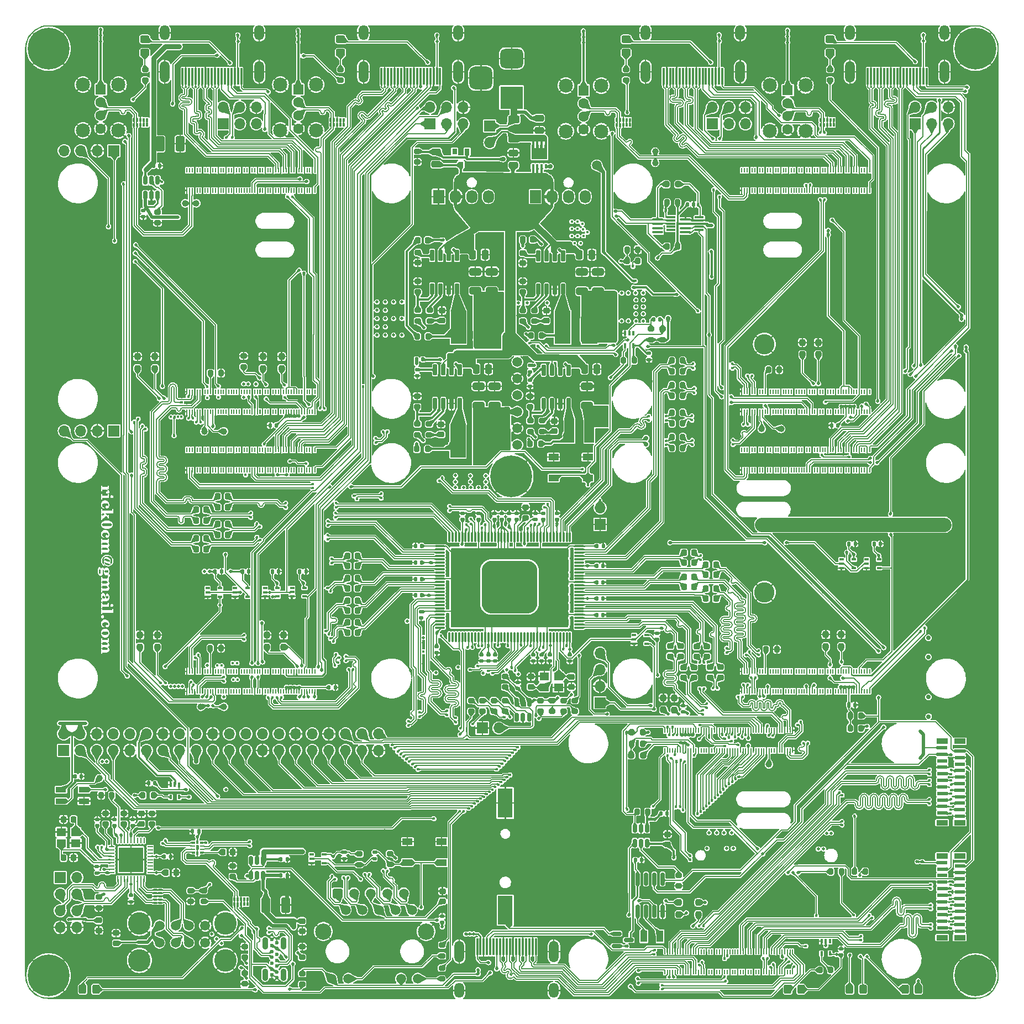
<source format=gtl>
%TF.GenerationSoftware,KiCad,Pcbnew,7.0.2-6a45011f42~172~ubuntu22.04.1*%
%TF.CreationDate,2023-04-24T13:24:35-07:00*%
%TF.ProjectId,Hepta-Pi_1.1,48657074-612d-4506-995f-312e312e6b69,2.1*%
%TF.SameCoordinates,PX37cf1c0PY1ad88f0*%
%TF.FileFunction,Copper,L1,Top*%
%TF.FilePolarity,Positive*%
%FSLAX46Y46*%
G04 Gerber Fmt 4.6, Leading zero omitted, Abs format (unit mm)*
G04 Created by KiCad (PCBNEW 7.0.2-6a45011f42~172~ubuntu22.04.1) date 2023-04-24 13:24:35*
%MOMM*%
%LPD*%
G01*
G04 APERTURE LIST*
G04 Aperture macros list*
%AMRoundRect*
0 Rectangle with rounded corners*
0 $1 Rounding radius*
0 $2 $3 $4 $5 $6 $7 $8 $9 X,Y pos of 4 corners*
0 Add a 4 corners polygon primitive as box body*
4,1,4,$2,$3,$4,$5,$6,$7,$8,$9,$2,$3,0*
0 Add four circle primitives for the rounded corners*
1,1,$1+$1,$2,$3*
1,1,$1+$1,$4,$5*
1,1,$1+$1,$6,$7*
1,1,$1+$1,$8,$9*
0 Add four rect primitives between the rounded corners*
20,1,$1+$1,$2,$3,$4,$5,0*
20,1,$1+$1,$4,$5,$6,$7,0*
20,1,$1+$1,$6,$7,$8,$9,0*
20,1,$1+$1,$8,$9,$2,$3,0*%
%AMFreePoly0*
4,1,17,1.395000,0.765000,0.855000,0.765000,0.855000,0.535000,1.395000,0.535000,1.395000,0.115000,0.855000,0.115000,0.855000,-0.115000,1.395000,-0.115000,1.395000,-0.535000,0.855000,-0.535000,0.855000,-0.765000,1.395000,-0.765000,1.395000,-1.185000,-0.855000,-1.185000,-0.855000,1.185000,1.395000,1.185000,1.395000,0.765000,1.395000,0.765000,$1*%
%AMFreePoly1*
4,1,41,0.242473,1.530917,0.478976,1.474138,0.703685,1.381060,0.911067,1.253976,1.096016,1.096016,1.253976,0.911067,1.381060,0.703685,1.474138,0.478976,1.530917,0.242473,1.550000,0.000000,1.530917,-0.242473,1.474138,-0.478976,1.381060,-0.703685,1.253976,-0.911067,1.096016,-1.096016,0.911067,-1.253976,0.703685,-1.381060,0.478976,-1.474138,0.242473,-1.530917,0.000000,-1.550000,
-0.242473,-1.530917,-0.478976,-1.474138,-0.703685,-1.381060,-0.911067,-1.253976,-1.096016,-1.096016,-1.253976,-0.911067,-1.381060,-0.703685,-1.474138,-0.478976,-1.530917,-0.242473,-1.550000,0.000000,-1.530917,0.242473,-1.474138,0.478976,-1.381060,0.703685,-1.253976,0.911067,-1.096016,1.096016,-0.911067,1.253976,-0.703685,1.381060,-0.478976,1.474138,-0.242473,1.530917,0.000000,1.550000,
0.242473,1.530917,0.242473,1.530917,$1*%
G04 Aperture macros list end*
%ADD10C,0.300000*%
%TA.AperFunction,SMDPad,CuDef*%
%ADD11RoundRect,0.225000X-0.225000X-0.250000X0.225000X-0.250000X0.225000X0.250000X-0.225000X0.250000X0*%
%TD*%
%TA.AperFunction,SMDPad,CuDef*%
%ADD12RoundRect,0.140000X-0.170000X0.140000X-0.170000X-0.140000X0.170000X-0.140000X0.170000X0.140000X0*%
%TD*%
%TA.AperFunction,SMDPad,CuDef*%
%ADD13RoundRect,0.225000X0.225000X0.250000X-0.225000X0.250000X-0.225000X-0.250000X0.225000X-0.250000X0*%
%TD*%
%TA.AperFunction,ComponentPad*%
%ADD14R,1.700000X1.700000*%
%TD*%
%TA.AperFunction,ComponentPad*%
%ADD15O,1.700000X1.700000*%
%TD*%
%TA.AperFunction,SMDPad,CuDef*%
%ADD16RoundRect,0.237500X-0.237500X0.250000X-0.237500X-0.250000X0.237500X-0.250000X0.237500X0.250000X0*%
%TD*%
%TA.AperFunction,SMDPad,CuDef*%
%ADD17RoundRect,0.140000X0.170000X-0.140000X0.170000X0.140000X-0.170000X0.140000X-0.170000X-0.140000X0*%
%TD*%
%TA.AperFunction,SMDPad,CuDef*%
%ADD18RoundRect,0.200000X-0.200000X-0.275000X0.200000X-0.275000X0.200000X0.275000X-0.200000X0.275000X0*%
%TD*%
%TA.AperFunction,ComponentPad*%
%ADD19R,1.730000X2.030000*%
%TD*%
%TA.AperFunction,ComponentPad*%
%ADD20O,1.730000X2.030000*%
%TD*%
%TA.AperFunction,SMDPad,CuDef*%
%ADD21RoundRect,0.140000X-0.140000X-0.170000X0.140000X-0.170000X0.140000X0.170000X-0.140000X0.170000X0*%
%TD*%
%TA.AperFunction,SMDPad,CuDef*%
%ADD22RoundRect,0.200000X0.275000X-0.200000X0.275000X0.200000X-0.275000X0.200000X-0.275000X-0.200000X0*%
%TD*%
%TA.AperFunction,SMDPad,CuDef*%
%ADD23RoundRect,0.250000X-0.325000X-0.450000X0.325000X-0.450000X0.325000X0.450000X-0.325000X0.450000X0*%
%TD*%
%TA.AperFunction,SMDPad,CuDef*%
%ADD24RoundRect,0.140000X0.140000X0.170000X-0.140000X0.170000X-0.140000X-0.170000X0.140000X-0.170000X0*%
%TD*%
%TA.AperFunction,SMDPad,CuDef*%
%ADD25R,0.650000X0.400000*%
%TD*%
%TA.AperFunction,SMDPad,CuDef*%
%ADD26RoundRect,0.150000X0.150000X-0.512500X0.150000X0.512500X-0.150000X0.512500X-0.150000X-0.512500X0*%
%TD*%
%TA.AperFunction,SMDPad,CuDef*%
%ADD27R,1.524000X0.609600*%
%TD*%
%TA.AperFunction,SMDPad,CuDef*%
%ADD28R,1.803400X0.812800*%
%TD*%
%TA.AperFunction,SMDPad,CuDef*%
%ADD29R,0.200000X0.700000*%
%TD*%
%TA.AperFunction,SMDPad,CuDef*%
%ADD30RoundRect,0.250000X-0.250000X-0.475000X0.250000X-0.475000X0.250000X0.475000X-0.250000X0.475000X0*%
%TD*%
%TA.AperFunction,SMDPad,CuDef*%
%ADD31RoundRect,0.200000X0.200000X0.275000X-0.200000X0.275000X-0.200000X-0.275000X0.200000X-0.275000X0*%
%TD*%
%TA.AperFunction,SMDPad,CuDef*%
%ADD32RoundRect,0.225000X-0.250000X0.225000X-0.250000X-0.225000X0.250000X-0.225000X0.250000X0.225000X0*%
%TD*%
%TA.AperFunction,SMDPad,CuDef*%
%ADD33RoundRect,0.200000X-0.275000X0.200000X-0.275000X-0.200000X0.275000X-0.200000X0.275000X0.200000X0*%
%TD*%
%TA.AperFunction,ComponentPad*%
%ADD34C,1.500000*%
%TD*%
%TA.AperFunction,SMDPad,CuDef*%
%ADD35R,0.300000X2.600000*%
%TD*%
%TA.AperFunction,ComponentPad*%
%ADD36O,1.500000X3.300000*%
%TD*%
%TA.AperFunction,ComponentPad*%
%ADD37O,1.500000X2.300000*%
%TD*%
%TA.AperFunction,SMDPad,CuDef*%
%ADD38R,1.500000X3.600000*%
%TD*%
%TA.AperFunction,SMDPad,CuDef*%
%ADD39RoundRect,0.250000X0.450000X-0.325000X0.450000X0.325000X-0.450000X0.325000X-0.450000X-0.325000X0*%
%TD*%
%TA.AperFunction,SMDPad,CuDef*%
%ADD40R,2.300000X4.500000*%
%TD*%
%TA.AperFunction,SMDPad,CuDef*%
%ADD41RoundRect,0.237500X0.237500X-0.250000X0.237500X0.250000X-0.237500X0.250000X-0.237500X-0.250000X0*%
%TD*%
%TA.AperFunction,ComponentPad*%
%ADD42R,3.500000X3.500000*%
%TD*%
%TA.AperFunction,ComponentPad*%
%ADD43RoundRect,0.750000X-1.000000X0.750000X-1.000000X-0.750000X1.000000X-0.750000X1.000000X0.750000X0*%
%TD*%
%TA.AperFunction,ComponentPad*%
%ADD44RoundRect,0.875000X-0.875000X0.875000X-0.875000X-0.875000X0.875000X-0.875000X0.875000X0.875000X0*%
%TD*%
%TA.AperFunction,SMDPad,CuDef*%
%ADD45R,2.350000X5.100000*%
%TD*%
%TA.AperFunction,SMDPad,CuDef*%
%ADD46RoundRect,0.250000X0.650000X-0.325000X0.650000X0.325000X-0.650000X0.325000X-0.650000X-0.325000X0*%
%TD*%
%TA.AperFunction,SMDPad,CuDef*%
%ADD47RoundRect,0.225000X0.250000X-0.225000X0.250000X0.225000X-0.250000X0.225000X-0.250000X-0.225000X0*%
%TD*%
%TA.AperFunction,SMDPad,CuDef*%
%ADD48R,0.300000X0.550000*%
%TD*%
%TA.AperFunction,SMDPad,CuDef*%
%ADD49R,0.400000X0.550000*%
%TD*%
%TA.AperFunction,SMDPad,CuDef*%
%ADD50C,1.000000*%
%TD*%
%TA.AperFunction,SMDPad,CuDef*%
%ADD51R,0.575000X0.300000*%
%TD*%
%TA.AperFunction,SMDPad,CuDef*%
%ADD52R,0.575000X0.250000*%
%TD*%
%TA.AperFunction,SMDPad,CuDef*%
%ADD53R,0.350000X0.630000*%
%TD*%
%TA.AperFunction,ComponentPad*%
%ADD54RoundRect,0.450000X0.000000X-0.500000X0.000000X-0.500000X0.000000X0.500000X0.000000X0.500000X0*%
%TD*%
%TA.AperFunction,ComponentPad*%
%ADD55R,0.600000X0.600000*%
%TD*%
%TA.AperFunction,ComponentPad*%
%ADD56C,0.600000*%
%TD*%
%TA.AperFunction,ComponentPad*%
%ADD57R,1.600000X1.600000*%
%TD*%
%TA.AperFunction,ComponentPad*%
%ADD58C,1.600000*%
%TD*%
%TA.AperFunction,ComponentPad*%
%ADD59C,2.150000*%
%TD*%
%TA.AperFunction,SMDPad,CuDef*%
%ADD60RoundRect,0.150000X-0.150000X0.737500X-0.150000X-0.737500X0.150000X-0.737500X0.150000X0.737500X0*%
%TD*%
%TA.AperFunction,SMDPad,CuDef*%
%ADD61R,4.900000X2.950000*%
%TD*%
%TA.AperFunction,SMDPad,CuDef*%
%ADD62RoundRect,0.250000X0.475000X-0.250000X0.475000X0.250000X-0.475000X0.250000X-0.475000X-0.250000X0*%
%TD*%
%TA.AperFunction,SMDPad,CuDef*%
%ADD63R,0.400000X0.650000*%
%TD*%
%TA.AperFunction,SMDPad,CuDef*%
%ADD64RoundRect,0.100000X0.712500X0.100000X-0.712500X0.100000X-0.712500X-0.100000X0.712500X-0.100000X0*%
%TD*%
%TA.AperFunction,ComponentPad*%
%ADD65C,3.450000*%
%TD*%
%TA.AperFunction,ComponentPad*%
%ADD66RoundRect,0.250500X-0.499500X-0.499500X0.499500X-0.499500X0.499500X0.499500X-0.499500X0.499500X0*%
%TD*%
%TA.AperFunction,ComponentPad*%
%ADD67C,2.500000*%
%TD*%
%TA.AperFunction,SMDPad,CuDef*%
%ADD68RoundRect,0.237500X0.250000X0.237500X-0.250000X0.237500X-0.250000X-0.237500X0.250000X-0.237500X0*%
%TD*%
%TA.AperFunction,SMDPad,CuDef*%
%ADD69RoundRect,0.250000X-0.412500X-0.925000X0.412500X-0.925000X0.412500X0.925000X-0.412500X0.925000X0*%
%TD*%
%TA.AperFunction,ComponentPad*%
%ADD70C,3.600000*%
%TD*%
%TA.AperFunction,ConnectorPad*%
%ADD71C,6.400000*%
%TD*%
%TA.AperFunction,SMDPad,CuDef*%
%ADD72R,0.420000X0.700000*%
%TD*%
%TA.AperFunction,SMDPad,CuDef*%
%ADD73FreePoly0,90.000000*%
%TD*%
%TA.AperFunction,SMDPad,CuDef*%
%ADD74C,0.250000*%
%TD*%
%TA.AperFunction,SMDPad,CuDef*%
%ADD75R,1.549400X0.990600*%
%TD*%
%TA.AperFunction,SMDPad,CuDef*%
%ADD76RoundRect,0.150000X0.150000X-0.825000X0.150000X0.825000X-0.150000X0.825000X-0.150000X-0.825000X0*%
%TD*%
%TA.AperFunction,SMDPad,CuDef*%
%ADD77RoundRect,0.062500X0.062500X-0.350000X0.062500X0.350000X-0.062500X0.350000X-0.062500X-0.350000X0*%
%TD*%
%TA.AperFunction,SMDPad,CuDef*%
%ADD78RoundRect,0.062500X0.350000X-0.062500X0.350000X0.062500X-0.350000X0.062500X-0.350000X-0.062500X0*%
%TD*%
%TA.AperFunction,SMDPad,CuDef*%
%ADD79R,3.700000X3.700000*%
%TD*%
%TA.AperFunction,ConnectorPad*%
%ADD80C,3.000000*%
%TD*%
%TA.AperFunction,ComponentPad*%
%ADD81FreePoly1,0.000000*%
%TD*%
%TA.AperFunction,SMDPad,CuDef*%
%ADD82RoundRect,0.250000X-0.475000X0.250000X-0.475000X-0.250000X0.475000X-0.250000X0.475000X0.250000X0*%
%TD*%
%TA.AperFunction,SMDPad,CuDef*%
%ADD83RoundRect,0.150000X-0.587500X-0.150000X0.587500X-0.150000X0.587500X0.150000X-0.587500X0.150000X0*%
%TD*%
%TA.AperFunction,SMDPad,CuDef*%
%ADD84R,1.400000X1.200000*%
%TD*%
%TA.AperFunction,SMDPad,CuDef*%
%ADD85R,1.400000X0.300000*%
%TD*%
%TA.AperFunction,SMDPad,CuDef*%
%ADD86R,0.550000X0.300000*%
%TD*%
%TA.AperFunction,SMDPad,CuDef*%
%ADD87R,0.550000X0.400000*%
%TD*%
%TA.AperFunction,SMDPad,CuDef*%
%ADD88RoundRect,0.075000X-0.075000X0.675000X-0.075000X-0.675000X0.075000X-0.675000X0.075000X0.675000X0*%
%TD*%
%TA.AperFunction,SMDPad,CuDef*%
%ADD89RoundRect,0.075000X-0.675000X0.075000X-0.675000X-0.075000X0.675000X-0.075000X0.675000X0.075000X0*%
%TD*%
%TA.AperFunction,SMDPad,CuDef*%
%ADD90RoundRect,0.252951X-0.747049X-0.747049X0.747049X-0.747049X0.747049X0.747049X-0.747049X0.747049X0*%
%TD*%
%TA.AperFunction,SMDPad,CuDef*%
%ADD91R,1.000000X1.800000*%
%TD*%
%TA.AperFunction,SMDPad,CuDef*%
%ADD92RoundRect,0.250000X-0.625000X0.312500X-0.625000X-0.312500X0.625000X-0.312500X0.625000X0.312500X0*%
%TD*%
%TA.AperFunction,SMDPad,CuDef*%
%ADD93R,0.800000X0.900000*%
%TD*%
%TA.AperFunction,SMDPad,CuDef*%
%ADD94R,1.600000X0.850000*%
%TD*%
%TA.AperFunction,SMDPad,CuDef*%
%ADD95RoundRect,0.150000X-0.150000X0.512500X-0.150000X-0.512500X0.150000X-0.512500X0.150000X0.512500X0*%
%TD*%
%TA.AperFunction,ViaPad*%
%ADD96C,0.500000*%
%TD*%
%TA.AperFunction,ViaPad*%
%ADD97C,0.700000*%
%TD*%
%TA.AperFunction,ViaPad*%
%ADD98C,0.450000*%
%TD*%
%TA.AperFunction,Conductor*%
%ADD99C,0.230000*%
%TD*%
%TA.AperFunction,Conductor*%
%ADD100C,0.128000*%
%TD*%
%TA.AperFunction,Conductor*%
%ADD101C,0.178000*%
%TD*%
%TA.AperFunction,Conductor*%
%ADD102C,0.130000*%
%TD*%
%TA.AperFunction,Conductor*%
%ADD103C,0.200000*%
%TD*%
%TA.AperFunction,Conductor*%
%ADD104C,0.153000*%
%TD*%
%TA.AperFunction,Conductor*%
%ADD105C,2.000000*%
%TD*%
%TA.AperFunction,Conductor*%
%ADD106C,3.000000*%
%TD*%
%TA.AperFunction,Conductor*%
%ADD107C,0.350000*%
%TD*%
%TA.AperFunction,Conductor*%
%ADD108C,0.800000*%
%TD*%
%TA.AperFunction,Conductor*%
%ADD109C,0.500000*%
%TD*%
%TA.AperFunction,Conductor*%
%ADD110C,2.200000*%
%TD*%
%TA.AperFunction,Conductor*%
%ADD111C,1.000000*%
%TD*%
%TA.AperFunction,Conductor*%
%ADD112C,1.600000*%
%TD*%
%TA.AperFunction,Conductor*%
%ADD113C,1.300000*%
%TD*%
%TA.AperFunction,Conductor*%
%ADD114C,0.127000*%
%TD*%
%TA.AperFunction,Conductor*%
%ADD115C,0.134000*%
%TD*%
G04 APERTURE END LIST*
D10*
G36*
X12710268Y-93248123D02*
G01*
X12739969Y-93248898D01*
X12768724Y-93250188D01*
X12796531Y-93251991D01*
X12823388Y-93254306D01*
X12849292Y-93257132D01*
X12874243Y-93260467D01*
X12898238Y-93264309D01*
X12921275Y-93268658D01*
X12943353Y-93273511D01*
X12964469Y-93278868D01*
X12984622Y-93284727D01*
X13003810Y-93291086D01*
X13022032Y-93297943D01*
X13039284Y-93305299D01*
X13055566Y-93313150D01*
X13085211Y-93330335D01*
X13110951Y-93349487D01*
X13132772Y-93370594D01*
X13150658Y-93393645D01*
X13164596Y-93418628D01*
X13174569Y-93445531D01*
X13180564Y-93474343D01*
X13182566Y-93505052D01*
X13181005Y-93529562D01*
X13176428Y-93553497D01*
X13168997Y-93576652D01*
X13158872Y-93598823D01*
X13146214Y-93619807D01*
X13131185Y-93639397D01*
X13113944Y-93657391D01*
X13094652Y-93673584D01*
X13073472Y-93687771D01*
X13050562Y-93699749D01*
X13034408Y-93706406D01*
X13009500Y-93714662D01*
X12991297Y-93719846D01*
X12971943Y-93724756D01*
X12951546Y-93729376D01*
X12930213Y-93733693D01*
X12908054Y-93737692D01*
X12885176Y-93741357D01*
X12861687Y-93744675D01*
X12837696Y-93747629D01*
X12813311Y-93750206D01*
X12788640Y-93752390D01*
X12763792Y-93754167D01*
X12738873Y-93755521D01*
X12713994Y-93756439D01*
X12689261Y-93756905D01*
X12676983Y-93756964D01*
X12647434Y-93756692D01*
X12618718Y-93755878D01*
X12590843Y-93754527D01*
X12563816Y-93752644D01*
X12537642Y-93750233D01*
X12512330Y-93747299D01*
X12487885Y-93743846D01*
X12464316Y-93739880D01*
X12441628Y-93735404D01*
X12419828Y-93730423D01*
X12398924Y-93724942D01*
X12378922Y-93718965D01*
X12359829Y-93712498D01*
X12341652Y-93705543D01*
X12324398Y-93698107D01*
X12308073Y-93690194D01*
X12278239Y-93672954D01*
X12252206Y-93653860D01*
X12230027Y-93632948D01*
X12211758Y-93610256D01*
X12197454Y-93585819D01*
X12187168Y-93559676D01*
X12180957Y-93531862D01*
X12178875Y-93502414D01*
X12180847Y-93471735D01*
X12186759Y-93443006D01*
X12196605Y-93416233D01*
X12210377Y-93391419D01*
X12228071Y-93368568D01*
X12249678Y-93347684D01*
X12275194Y-93328770D01*
X12304611Y-93311831D01*
X12320780Y-93304103D01*
X12337923Y-93296871D01*
X12356037Y-93290133D01*
X12375123Y-93283892D01*
X12395179Y-93278147D01*
X12416205Y-93272900D01*
X12438200Y-93268149D01*
X12461163Y-93263897D01*
X12485093Y-93260143D01*
X12509990Y-93256888D01*
X12535852Y-93254133D01*
X12562680Y-93251878D01*
X12590471Y-93250122D01*
X12619225Y-93248868D01*
X12648943Y-93248115D01*
X12679621Y-93247864D01*
X12710268Y-93248123D01*
G37*
G36*
X12419484Y-87789373D02*
G01*
X12442478Y-87792167D01*
X12464195Y-87796869D01*
X12484670Y-87803515D01*
X12503939Y-87812141D01*
X12522039Y-87822786D01*
X12539005Y-87835484D01*
X12554874Y-87850274D01*
X12569682Y-87867192D01*
X12583464Y-87886274D01*
X12596258Y-87907557D01*
X12608098Y-87931078D01*
X12619021Y-87956874D01*
X12629063Y-87984981D01*
X12638260Y-88015436D01*
X12646648Y-88048276D01*
X12676983Y-88181486D01*
X12535860Y-88181486D01*
X12517931Y-88181222D01*
X12483342Y-88179131D01*
X12450509Y-88175005D01*
X12419511Y-88168904D01*
X12390426Y-88160884D01*
X12363333Y-88151006D01*
X12338310Y-88139328D01*
X12315437Y-88125908D01*
X12294791Y-88110804D01*
X12276451Y-88094077D01*
X12260496Y-88075783D01*
X12247004Y-88055982D01*
X12236055Y-88034733D01*
X12227725Y-88012093D01*
X12222095Y-87988122D01*
X12219242Y-87962878D01*
X12218882Y-87949797D01*
X12219673Y-87931756D01*
X12223765Y-87906347D01*
X12231219Y-87883041D01*
X12241895Y-87861972D01*
X12255655Y-87843275D01*
X12272359Y-87827084D01*
X12291868Y-87813535D01*
X12314044Y-87802763D01*
X12338746Y-87794901D01*
X12356550Y-87791344D01*
X12375373Y-87789180D01*
X12395176Y-87788450D01*
X12419484Y-87789373D01*
G37*
G36*
X11862575Y-83716181D02*
G01*
X11880794Y-83720433D01*
X11897683Y-83727570D01*
X11913279Y-83737634D01*
X11927618Y-83750665D01*
X11940736Y-83766705D01*
X11952668Y-83785795D01*
X11960862Y-83802138D01*
X11963452Y-83807976D01*
X11963452Y-84138143D01*
X11963387Y-84165967D01*
X11963173Y-84191046D01*
X11962789Y-84213582D01*
X11962209Y-84233778D01*
X11961410Y-84251836D01*
X11959750Y-84275356D01*
X11957462Y-84295204D01*
X11953299Y-84317132D01*
X11947687Y-84335362D01*
X11940438Y-84351510D01*
X11931359Y-84367194D01*
X11918998Y-84380987D01*
X11902436Y-84392066D01*
X11885923Y-84399068D01*
X11868168Y-84403473D01*
X11850026Y-84405003D01*
X11831756Y-84403527D01*
X11814698Y-84399093D01*
X11791372Y-84386866D01*
X11777322Y-84374979D01*
X11764468Y-84360091D01*
X11752805Y-84342189D01*
X11742329Y-84321260D01*
X11733034Y-84297292D01*
X11724917Y-84270274D01*
X11717974Y-84240192D01*
X11712198Y-84207035D01*
X11709747Y-84189299D01*
X11707587Y-84170790D01*
X11705717Y-84151506D01*
X11704135Y-84131445D01*
X11702843Y-84110607D01*
X11701839Y-84088988D01*
X11701122Y-84066589D01*
X11700692Y-84043407D01*
X11700549Y-84019441D01*
X11700700Y-84001509D01*
X11701896Y-83967126D01*
X11704272Y-83934751D01*
X11707809Y-83904426D01*
X11712492Y-83876189D01*
X11718301Y-83850083D01*
X11725221Y-83826147D01*
X11733233Y-83804422D01*
X11742321Y-83784950D01*
X11752466Y-83767769D01*
X11763652Y-83752921D01*
X11782343Y-83735113D01*
X11803277Y-83722781D01*
X11826395Y-83716064D01*
X11842992Y-83714773D01*
X11862575Y-83716181D01*
G37*
G36*
X12932469Y-83849189D02*
G01*
X12964619Y-83851488D01*
X12994570Y-83855314D01*
X13022318Y-83860664D01*
X13047862Y-83867533D01*
X13071197Y-83875919D01*
X13092322Y-83885816D01*
X13111235Y-83897222D01*
X13127932Y-83910132D01*
X13142411Y-83924543D01*
X13154670Y-83940451D01*
X13164706Y-83957851D01*
X13172516Y-83976740D01*
X13178098Y-83997114D01*
X13181449Y-84018970D01*
X13182566Y-84042302D01*
X13181358Y-84064290D01*
X13177743Y-84084910D01*
X13171736Y-84104156D01*
X13163353Y-84122021D01*
X13152607Y-84138497D01*
X13139513Y-84153578D01*
X13124088Y-84167256D01*
X13106344Y-84179524D01*
X13086298Y-84190376D01*
X13063963Y-84199803D01*
X13039355Y-84207800D01*
X13012488Y-84214358D01*
X12983378Y-84219472D01*
X12952039Y-84223133D01*
X12918486Y-84225335D01*
X12900884Y-84225887D01*
X12882734Y-84226071D01*
X12849244Y-84225281D01*
X12817555Y-84222930D01*
X12787717Y-84219040D01*
X12759779Y-84213637D01*
X12733792Y-84206745D01*
X12709804Y-84198389D01*
X12687866Y-84188593D01*
X12668026Y-84177381D01*
X12650334Y-84164778D01*
X12634841Y-84150809D01*
X12621595Y-84135497D01*
X12610646Y-84118868D01*
X12602044Y-84100946D01*
X12595839Y-84081755D01*
X12592079Y-84061319D01*
X12590815Y-84039665D01*
X12591563Y-84019121D01*
X12593837Y-84000002D01*
X12597677Y-83982269D01*
X12605306Y-83960718D01*
X12615890Y-83941479D01*
X12629528Y-83924465D01*
X12646318Y-83909587D01*
X12661037Y-83899778D01*
X12677626Y-83891085D01*
X12683578Y-83888429D01*
X12700108Y-83881043D01*
X12717517Y-83874452D01*
X12735759Y-83868643D01*
X12754784Y-83863599D01*
X12774545Y-83859306D01*
X12794994Y-83855749D01*
X12816084Y-83852911D01*
X12837767Y-83850779D01*
X12859994Y-83849336D01*
X12882719Y-83848567D01*
X12898121Y-83848422D01*
X12932469Y-83849189D01*
G37*
G36*
X12757592Y-82093155D02*
G01*
X12785515Y-82095065D01*
X12814279Y-82098206D01*
X12843771Y-82102548D01*
X12873881Y-82108056D01*
X12904499Y-82114699D01*
X12935514Y-82122443D01*
X12966814Y-82131255D01*
X12998290Y-82141102D01*
X13029830Y-82151953D01*
X13061324Y-82163773D01*
X13092660Y-82176530D01*
X13123729Y-82190192D01*
X13154419Y-82204725D01*
X13184620Y-82220096D01*
X13214220Y-82236273D01*
X13236647Y-82249077D01*
X13257604Y-82261941D01*
X13277094Y-82274873D01*
X13295120Y-82287882D01*
X13311686Y-82300976D01*
X13326794Y-82314164D01*
X13340448Y-82327453D01*
X13352651Y-82340852D01*
X13368242Y-82361175D01*
X13380586Y-82381794D01*
X13389696Y-82402735D01*
X13395580Y-82424028D01*
X13398250Y-82445701D01*
X13398428Y-82453014D01*
X13397063Y-82471069D01*
X13393119Y-82488253D01*
X13384239Y-82509470D01*
X13371711Y-82528320D01*
X13356071Y-82544333D01*
X13337855Y-82557041D01*
X13317599Y-82565976D01*
X13295839Y-82570668D01*
X13284562Y-82571277D01*
X13260997Y-82569166D01*
X13240057Y-82565565D01*
X13215472Y-82560375D01*
X13187707Y-82553740D01*
X13157223Y-82545804D01*
X13124485Y-82536710D01*
X13107415Y-82531774D01*
X13089955Y-82526602D01*
X13072162Y-82521213D01*
X13054095Y-82515624D01*
X13035812Y-82509853D01*
X13017370Y-82503919D01*
X12998828Y-82497839D01*
X12980243Y-82491631D01*
X12961672Y-82485313D01*
X12943175Y-82478904D01*
X12924808Y-82472420D01*
X12906630Y-82465880D01*
X12888699Y-82459302D01*
X12871072Y-82452705D01*
X12853808Y-82446104D01*
X12836963Y-82439520D01*
X12820597Y-82432970D01*
X12789531Y-82420041D01*
X12765108Y-82408987D01*
X12742135Y-82397593D01*
X12720629Y-82385871D01*
X12700607Y-82373831D01*
X12682087Y-82361485D01*
X12665087Y-82348843D01*
X12649623Y-82335917D01*
X12635713Y-82322717D01*
X12623374Y-82309254D01*
X12607850Y-82288591D01*
X12595960Y-82267398D01*
X12587761Y-82245713D01*
X12583314Y-82223572D01*
X12582461Y-82208576D01*
X12583844Y-82188849D01*
X12587959Y-82170765D01*
X12594756Y-82154387D01*
X12607904Y-82135318D01*
X12620765Y-82123176D01*
X12636141Y-82112959D01*
X12653983Y-82104732D01*
X12674240Y-82098559D01*
X12696862Y-82094506D01*
X12721801Y-82092638D01*
X12730619Y-82092512D01*
X12757592Y-82093155D01*
G37*
G36*
X12971688Y-76659095D02*
G01*
X12995681Y-76659269D01*
X13019738Y-76659555D01*
X13043819Y-76659950D01*
X13067884Y-76660451D01*
X13091893Y-76661053D01*
X13115807Y-76661756D01*
X13139585Y-76662554D01*
X13163187Y-76663444D01*
X13186573Y-76664425D01*
X13209703Y-76665491D01*
X13232538Y-76666641D01*
X13255037Y-76667870D01*
X13277160Y-76669176D01*
X13298866Y-76670556D01*
X13320118Y-76672006D01*
X13340873Y-76673523D01*
X13361092Y-76675103D01*
X13380736Y-76676744D01*
X13399763Y-76678442D01*
X13418135Y-76680195D01*
X13435811Y-76681998D01*
X13468914Y-76685744D01*
X13498754Y-76689656D01*
X13525010Y-76693706D01*
X13547362Y-76697870D01*
X13565490Y-76702121D01*
X13583567Y-76707694D01*
X13600534Y-76714024D01*
X13623886Y-76724921D01*
X13644696Y-76737484D01*
X13662938Y-76751690D01*
X13678587Y-76767517D01*
X13691616Y-76784944D01*
X13701999Y-76803949D01*
X13709710Y-76824510D01*
X13714723Y-76846605D01*
X13717012Y-76870214D01*
X13717165Y-76878415D01*
X13715991Y-76899274D01*
X13712502Y-76919255D01*
X13706748Y-76938270D01*
X13698780Y-76956229D01*
X13688647Y-76973043D01*
X13676399Y-76988623D01*
X13662086Y-77002881D01*
X13645758Y-77015726D01*
X13627466Y-77027071D01*
X13607258Y-77036825D01*
X13592748Y-77042400D01*
X13575186Y-77048354D01*
X13553485Y-77054008D01*
X13527872Y-77059349D01*
X13498576Y-77064368D01*
X13465825Y-77069052D01*
X13448226Y-77071265D01*
X13429849Y-77073389D01*
X13410723Y-77075424D01*
X13390876Y-77077369D01*
X13370336Y-77079220D01*
X13349134Y-77080978D01*
X13327296Y-77082641D01*
X13304852Y-77084207D01*
X13281830Y-77085674D01*
X13258258Y-77087042D01*
X13234166Y-77088309D01*
X13209582Y-77089473D01*
X13184535Y-77090533D01*
X13159052Y-77091488D01*
X13133164Y-77092336D01*
X13106897Y-77093076D01*
X13080281Y-77093706D01*
X13053345Y-77094224D01*
X13026116Y-77094630D01*
X12998624Y-77094921D01*
X12970897Y-77095098D01*
X12942964Y-77095157D01*
X12919129Y-77095098D01*
X12895215Y-77094924D01*
X12871258Y-77094638D01*
X12847298Y-77094244D01*
X12823373Y-77093744D01*
X12799521Y-77093142D01*
X12775780Y-77092442D01*
X12752189Y-77091646D01*
X12728786Y-77090758D01*
X12705609Y-77089782D01*
X12682697Y-77088720D01*
X12660088Y-77087575D01*
X12637821Y-77086352D01*
X12615933Y-77085053D01*
X12594463Y-77083682D01*
X12573449Y-77082242D01*
X12552930Y-77080736D01*
X12532943Y-77079168D01*
X12513528Y-77077541D01*
X12494723Y-77075858D01*
X12476565Y-77074122D01*
X12442347Y-77070507D01*
X12411180Y-77066722D01*
X12383371Y-77062792D01*
X12359226Y-77058745D01*
X12339052Y-77054607D01*
X12330549Y-77052512D01*
X12312472Y-77046862D01*
X12295506Y-77040469D01*
X12272154Y-77029509D01*
X12251344Y-77016932D01*
X12233101Y-77002772D01*
X12217453Y-76987061D01*
X12204424Y-76969831D01*
X12194041Y-76951115D01*
X12186330Y-76930946D01*
X12181317Y-76909356D01*
X12179028Y-76886378D01*
X12178875Y-76878415D01*
X12180049Y-76856946D01*
X12183537Y-76836582D01*
X12189291Y-76817363D01*
X12197259Y-76799327D01*
X12207393Y-76782515D01*
X12219641Y-76766964D01*
X12233954Y-76752715D01*
X12250281Y-76739806D01*
X12268574Y-76728277D01*
X12288781Y-76718166D01*
X12303292Y-76712233D01*
X12320852Y-76706636D01*
X12342544Y-76701237D01*
X12368133Y-76696059D01*
X12397381Y-76691123D01*
X12430053Y-76686453D01*
X12447599Y-76684224D01*
X12465912Y-76682070D01*
X12484963Y-76679994D01*
X12504722Y-76677998D01*
X12525160Y-76676085D01*
X12546246Y-76674259D01*
X12567953Y-76672521D01*
X12590249Y-76670875D01*
X12613105Y-76669324D01*
X12636493Y-76667870D01*
X12660382Y-76666516D01*
X12684743Y-76665264D01*
X12709546Y-76664119D01*
X12734761Y-76663083D01*
X12760360Y-76662157D01*
X12786313Y-76661346D01*
X12812589Y-76660652D01*
X12839161Y-76660078D01*
X12865997Y-76659627D01*
X12893068Y-76659301D01*
X12920346Y-76659103D01*
X12947800Y-76659036D01*
X12971688Y-76659095D01*
G37*
G36*
X14640171Y-97353402D02*
G01*
X10862396Y-97353402D01*
X10862396Y-94322777D01*
X12076000Y-94322777D01*
X12076000Y-95066203D01*
X12204374Y-95066203D01*
X12205030Y-95043409D01*
X12206077Y-95023074D01*
X12207619Y-95005063D01*
X12211085Y-94982105D01*
X12216244Y-94963606D01*
X12226355Y-94945083D01*
X12240918Y-94932578D01*
X12260757Y-94924997D01*
X12279594Y-94921887D01*
X12302210Y-94920473D01*
X12319558Y-94920244D01*
X12437381Y-94920244D01*
X12773264Y-94920244D01*
X12807854Y-94921295D01*
X12840688Y-94924406D01*
X12871701Y-94929514D01*
X12900827Y-94936558D01*
X12928001Y-94945475D01*
X12953156Y-94956202D01*
X12976228Y-94968677D01*
X12997149Y-94982837D01*
X13015855Y-94998620D01*
X13032281Y-95015964D01*
X13046359Y-95034805D01*
X13058025Y-95055082D01*
X13067213Y-95076732D01*
X13073857Y-95099692D01*
X13077892Y-95123901D01*
X13079251Y-95149295D01*
X13078440Y-95167084D01*
X13074111Y-95191273D01*
X13065911Y-95212547D01*
X13053689Y-95230993D01*
X13037292Y-95246697D01*
X13016569Y-95259747D01*
X13000275Y-95267015D01*
X12981945Y-95273168D01*
X12961534Y-95278231D01*
X12938997Y-95282230D01*
X12914289Y-95285191D01*
X12887366Y-95287139D01*
X12858181Y-95288101D01*
X12842727Y-95288220D01*
X12440898Y-95288220D01*
X12323955Y-95288220D01*
X12305832Y-95287992D01*
X12282235Y-95286585D01*
X12262612Y-95283501D01*
X12241992Y-95276002D01*
X12226905Y-95263655D01*
X12216476Y-95245394D01*
X12211183Y-95227175D01*
X12207648Y-95204580D01*
X12206086Y-95186862D01*
X12205031Y-95166866D01*
X12204374Y-95144459D01*
X12076000Y-95144459D01*
X12076000Y-95829853D01*
X12204374Y-95829853D01*
X12205030Y-95807058D01*
X12206081Y-95786724D01*
X12207631Y-95768713D01*
X12211124Y-95745754D01*
X12216336Y-95727256D01*
X12226575Y-95708733D01*
X12241348Y-95696227D01*
X12261499Y-95688647D01*
X12280650Y-95685537D01*
X12303659Y-95684122D01*
X12321317Y-95683893D01*
X12440898Y-95683893D01*
X12781617Y-95683893D01*
X12814737Y-95684915D01*
X12846284Y-95687947D01*
X12876182Y-95692938D01*
X12904351Y-95699837D01*
X12930715Y-95708594D01*
X12955196Y-95719156D01*
X12977714Y-95731475D01*
X12998193Y-95745498D01*
X13016555Y-95761174D01*
X13032721Y-95778454D01*
X13046614Y-95797286D01*
X13058156Y-95817619D01*
X13067268Y-95839402D01*
X13073874Y-95862584D01*
X13077894Y-95887116D01*
X13079251Y-95912944D01*
X13077426Y-95938517D01*
X13071882Y-95961354D01*
X13062517Y-95981506D01*
X13049228Y-95999019D01*
X13031914Y-96013941D01*
X13010473Y-96026320D01*
X12993836Y-96033183D01*
X12975288Y-96038952D01*
X12954800Y-96043640D01*
X12932341Y-96047262D01*
X12907881Y-96049831D01*
X12881391Y-96051362D01*
X12852838Y-96051870D01*
X12440898Y-96051870D01*
X12321317Y-96051870D01*
X12303659Y-96051636D01*
X12280650Y-96050197D01*
X12261499Y-96047047D01*
X12241348Y-96039397D01*
X12226575Y-96026810D01*
X12216336Y-96008207D01*
X12211124Y-95989654D01*
X12207631Y-95966651D01*
X12206081Y-95948619D01*
X12205030Y-95928270D01*
X12204374Y-95905471D01*
X12076000Y-95905471D01*
X12076000Y-96646259D01*
X12204374Y-96646259D01*
X12204374Y-96636587D01*
X12204595Y-96607875D01*
X12205323Y-96582140D01*
X12206651Y-96559227D01*
X12208674Y-96538981D01*
X12211484Y-96521246D01*
X12217384Y-96499014D01*
X12225586Y-96481560D01*
X12240652Y-96464815D01*
X12261128Y-96454392D01*
X12280487Y-96449976D01*
X12303630Y-96447894D01*
X12321317Y-96447543D01*
X12440898Y-96447543D01*
X12946921Y-96447543D01*
X12966269Y-96447044D01*
X12985312Y-96445563D01*
X13004028Y-96443120D01*
X13022398Y-96439738D01*
X13040401Y-96435438D01*
X13058017Y-96430242D01*
X13075226Y-96424172D01*
X13092008Y-96417249D01*
X13108342Y-96409496D01*
X13124208Y-96400934D01*
X13139586Y-96391584D01*
X13154456Y-96381469D01*
X13168798Y-96370610D01*
X13182591Y-96359029D01*
X13195815Y-96346747D01*
X13208450Y-96333787D01*
X13220476Y-96320170D01*
X13231872Y-96305918D01*
X13242619Y-96291052D01*
X13252696Y-96275595D01*
X13262083Y-96259568D01*
X13270760Y-96242993D01*
X13278706Y-96225891D01*
X13285901Y-96208284D01*
X13292326Y-96190195D01*
X13297960Y-96171644D01*
X13302782Y-96152654D01*
X13306773Y-96133246D01*
X13309912Y-96113441D01*
X13312180Y-96093263D01*
X13313555Y-96072732D01*
X13314018Y-96051870D01*
X13313238Y-96022136D01*
X13310870Y-95993395D01*
X13306871Y-95965575D01*
X13301199Y-95938608D01*
X13293812Y-95912424D01*
X13284667Y-95886954D01*
X13273721Y-95862128D01*
X13260931Y-95837876D01*
X13246257Y-95814129D01*
X13229654Y-95790818D01*
X13211080Y-95767872D01*
X13190493Y-95745223D01*
X13167851Y-95722800D01*
X13143110Y-95700534D01*
X13116229Y-95678356D01*
X13101973Y-95667278D01*
X13087165Y-95656196D01*
X13112969Y-95645290D01*
X13137430Y-95632565D01*
X13160505Y-95618087D01*
X13182147Y-95601922D01*
X13202314Y-95584136D01*
X13220960Y-95564797D01*
X13238041Y-95543970D01*
X13253513Y-95521722D01*
X13267331Y-95498119D01*
X13279450Y-95473227D01*
X13289827Y-95447113D01*
X13298417Y-95419843D01*
X13305176Y-95391484D01*
X13310058Y-95362101D01*
X13313020Y-95331761D01*
X13314018Y-95300530D01*
X13313100Y-95269288D01*
X13310344Y-95238866D01*
X13305747Y-95209263D01*
X13299304Y-95180475D01*
X13291011Y-95152497D01*
X13280865Y-95125328D01*
X13268861Y-95098964D01*
X13254996Y-95073402D01*
X13239267Y-95048639D01*
X13221668Y-95024670D01*
X13202197Y-95001494D01*
X13180849Y-94979107D01*
X13157620Y-94957505D01*
X13132508Y-94936686D01*
X13105507Y-94916646D01*
X13076614Y-94897383D01*
X13257744Y-94897383D01*
X13245434Y-94322777D01*
X13117060Y-94322777D01*
X13117060Y-94363224D01*
X13116863Y-94390393D01*
X13116076Y-94414335D01*
X13114411Y-94435252D01*
X13111578Y-94453349D01*
X13104505Y-94475651D01*
X13093172Y-94492750D01*
X13076603Y-94505335D01*
X13053819Y-94514091D01*
X13034695Y-94518141D01*
X13012083Y-94520998D01*
X12985695Y-94522866D01*
X12955241Y-94523949D01*
X12920431Y-94524449D01*
X12901302Y-94524544D01*
X12880975Y-94524570D01*
X12437381Y-94524570D01*
X12322196Y-94524570D01*
X12303920Y-94524220D01*
X12280135Y-94522138D01*
X12260386Y-94517722D01*
X12244312Y-94510448D01*
X12227971Y-94495400D01*
X12219068Y-94479422D01*
X12212637Y-94458841D01*
X12208317Y-94433133D01*
X12206431Y-94412887D01*
X12205217Y-94389974D01*
X12204567Y-94364239D01*
X12204374Y-94335526D01*
X12204374Y-94322777D01*
X12076000Y-94322777D01*
X10862396Y-94322777D01*
X10862396Y-93499776D01*
X12047863Y-93499776D01*
X12047918Y-93502414D01*
X12048639Y-93536809D01*
X12050947Y-93573202D01*
X12054756Y-93608919D01*
X12060032Y-93643926D01*
X12066744Y-93678186D01*
X12074860Y-93711666D01*
X12084349Y-93744330D01*
X12095179Y-93776143D01*
X12107317Y-93807070D01*
X12120731Y-93837075D01*
X12135391Y-93866124D01*
X12151263Y-93894182D01*
X12168317Y-93921213D01*
X12186520Y-93947183D01*
X12205840Y-93972056D01*
X12226245Y-93995797D01*
X12247705Y-94018371D01*
X12270186Y-94039743D01*
X12293656Y-94059878D01*
X12318085Y-94078741D01*
X12343440Y-94096296D01*
X12369689Y-94112509D01*
X12396800Y-94127344D01*
X12424742Y-94140767D01*
X12453482Y-94152742D01*
X12482989Y-94163235D01*
X12513231Y-94172209D01*
X12544175Y-94179630D01*
X12575791Y-94185464D01*
X12608046Y-94189674D01*
X12640908Y-94192226D01*
X12674346Y-94193084D01*
X12707628Y-94192211D01*
X12740431Y-94189618D01*
X12772719Y-94185346D01*
X12804452Y-94179434D01*
X12835592Y-94171922D01*
X12866103Y-94162849D01*
X12895946Y-94152256D01*
X12925083Y-94140183D01*
X12953476Y-94126669D01*
X12981088Y-94111755D01*
X13007879Y-94095479D01*
X13033813Y-94077883D01*
X13058852Y-94059005D01*
X13082957Y-94038886D01*
X13106091Y-94017565D01*
X13128216Y-93995082D01*
X13149294Y-93971478D01*
X13169286Y-93946792D01*
X13188156Y-93921063D01*
X13205864Y-93894332D01*
X13222374Y-93866639D01*
X13237647Y-93838023D01*
X13251646Y-93808525D01*
X13264332Y-93778183D01*
X13275667Y-93747039D01*
X13285614Y-93715131D01*
X13294135Y-93682500D01*
X13301192Y-93649185D01*
X13306746Y-93615227D01*
X13310761Y-93580664D01*
X13313197Y-93545538D01*
X13314018Y-93509888D01*
X13313226Y-93472647D01*
X13310873Y-93436045D01*
X13306992Y-93400118D01*
X13301617Y-93364899D01*
X13294780Y-93330427D01*
X13286516Y-93296735D01*
X13276857Y-93263860D01*
X13265836Y-93231838D01*
X13253488Y-93200704D01*
X13239845Y-93170493D01*
X13224941Y-93141242D01*
X13208809Y-93112986D01*
X13191482Y-93085760D01*
X13172994Y-93059601D01*
X13153378Y-93034544D01*
X13132667Y-93010625D01*
X13110895Y-92987879D01*
X13088095Y-92966342D01*
X13064301Y-92946050D01*
X13039545Y-92927038D01*
X13013861Y-92909342D01*
X12987282Y-92892998D01*
X12959843Y-92878041D01*
X12931575Y-92864507D01*
X12902512Y-92852432D01*
X12872688Y-92841851D01*
X12842136Y-92832801D01*
X12810889Y-92825315D01*
X12778981Y-92819431D01*
X12746445Y-92815184D01*
X12713314Y-92812610D01*
X12679621Y-92811744D01*
X12645704Y-92812587D01*
X12612393Y-92815095D01*
X12579718Y-92819234D01*
X12547710Y-92824971D01*
X12516400Y-92832273D01*
X12485819Y-92841107D01*
X12455998Y-92851439D01*
X12426967Y-92863237D01*
X12398759Y-92876467D01*
X12371403Y-92891096D01*
X12344931Y-92907091D01*
X12319373Y-92924418D01*
X12294761Y-92943046D01*
X12271125Y-92962939D01*
X12248496Y-92984066D01*
X12226905Y-93006393D01*
X12206383Y-93029887D01*
X12186962Y-93054515D01*
X12168671Y-93080244D01*
X12151542Y-93107039D01*
X12135605Y-93134869D01*
X12120892Y-93163701D01*
X12107434Y-93193500D01*
X12095261Y-93224234D01*
X12084405Y-93255869D01*
X12074895Y-93288373D01*
X12066764Y-93321712D01*
X12060042Y-93355853D01*
X12054760Y-93390764D01*
X12050949Y-93426410D01*
X12048639Y-93462758D01*
X12047863Y-93499776D01*
X10862396Y-93499776D01*
X10862396Y-92089860D01*
X12047863Y-92089860D01*
X12048455Y-92124087D01*
X12050252Y-92156914D01*
X12053285Y-92188416D01*
X12057583Y-92218667D01*
X12063177Y-92247740D01*
X12070096Y-92275711D01*
X12078372Y-92302652D01*
X12088035Y-92328638D01*
X12099114Y-92353743D01*
X12111640Y-92378041D01*
X12125644Y-92401607D01*
X12141155Y-92424513D01*
X12158204Y-92446835D01*
X12176822Y-92468646D01*
X12197037Y-92490020D01*
X12218882Y-92511032D01*
X12233070Y-92524342D01*
X12247321Y-92536932D01*
X12261698Y-92548846D01*
X12276261Y-92560127D01*
X12291074Y-92570819D01*
X12306200Y-92580963D01*
X12321701Y-92590604D01*
X12337639Y-92599784D01*
X12354076Y-92608547D01*
X12371076Y-92616936D01*
X12388700Y-92624994D01*
X12407012Y-92632764D01*
X12426073Y-92640289D01*
X12445946Y-92647613D01*
X12466694Y-92654778D01*
X12488379Y-92661828D01*
X12531024Y-92530816D01*
X12514156Y-92524364D01*
X12490988Y-92515156D01*
X12470100Y-92506389D01*
X12451177Y-92497923D01*
X12433903Y-92489619D01*
X12417964Y-92481338D01*
X12398243Y-92470093D01*
X12379587Y-92458312D01*
X12361249Y-92445666D01*
X12347256Y-92435415D01*
X12332556Y-92423579D01*
X12318641Y-92410861D01*
X12305533Y-92397315D01*
X12293256Y-92382995D01*
X12281831Y-92367956D01*
X12271282Y-92352254D01*
X12261630Y-92335942D01*
X12252898Y-92319076D01*
X12245110Y-92301710D01*
X12238287Y-92283899D01*
X12232451Y-92265698D01*
X12227626Y-92247161D01*
X12223834Y-92228343D01*
X12221098Y-92209300D01*
X12219439Y-92190085D01*
X12218882Y-92170753D01*
X12219397Y-92151841D01*
X12220938Y-92133440D01*
X12223497Y-92115555D01*
X12227066Y-92098193D01*
X12237209Y-92065060D01*
X12251305Y-92034088D01*
X12269296Y-92005323D01*
X12291123Y-91978813D01*
X12316726Y-91954604D01*
X12330925Y-91943378D01*
X12346047Y-91932745D01*
X12362082Y-91922710D01*
X12379025Y-91913280D01*
X12396867Y-91904461D01*
X12415602Y-91896259D01*
X12435222Y-91888679D01*
X12455718Y-91881727D01*
X12477085Y-91875410D01*
X12499315Y-91869732D01*
X12522400Y-91864701D01*
X12546333Y-91860321D01*
X12571106Y-91856599D01*
X12596712Y-91853540D01*
X12623144Y-91851151D01*
X12650394Y-91849438D01*
X12678454Y-91848405D01*
X12707318Y-91848060D01*
X12735023Y-91848383D01*
X12761994Y-91849350D01*
X12788222Y-91850954D01*
X12813698Y-91853189D01*
X12838411Y-91856050D01*
X12862353Y-91859530D01*
X12885513Y-91863623D01*
X12907882Y-91868324D01*
X12929451Y-91873626D01*
X12950210Y-91879524D01*
X12970149Y-91886012D01*
X12989259Y-91893083D01*
X13007530Y-91900732D01*
X13024953Y-91908952D01*
X13041517Y-91917738D01*
X13057215Y-91927084D01*
X13072035Y-91936984D01*
X13099005Y-91958422D01*
X13122352Y-91982003D01*
X13141999Y-92007680D01*
X13157869Y-92035406D01*
X13169886Y-92065133D01*
X13177972Y-92096814D01*
X13182053Y-92130399D01*
X13182566Y-92147892D01*
X13181794Y-92168053D01*
X13179541Y-92187326D01*
X13175902Y-92205472D01*
X13169061Y-92227499D01*
X13160155Y-92246530D01*
X13149409Y-92261999D01*
X13133735Y-92275462D01*
X13115985Y-92281365D01*
X13112224Y-92281542D01*
X13094396Y-92275295D01*
X13078371Y-92264727D01*
X13064304Y-92253845D01*
X13050220Y-92242578D01*
X13033453Y-92230065D01*
X13018384Y-92220174D01*
X13000941Y-92211090D01*
X12983852Y-92205162D01*
X12965839Y-92201866D01*
X12945625Y-92200679D01*
X12941205Y-92200648D01*
X12921319Y-92201641D01*
X12902258Y-92204569D01*
X12884086Y-92209360D01*
X12866865Y-92215940D01*
X12850660Y-92224235D01*
X12835533Y-92234173D01*
X12821547Y-92245679D01*
X12808765Y-92258681D01*
X12797250Y-92273104D01*
X12787066Y-92288876D01*
X12778276Y-92305924D01*
X12770942Y-92324173D01*
X12765128Y-92343550D01*
X12760897Y-92363982D01*
X12758313Y-92385396D01*
X12757437Y-92407718D01*
X12758431Y-92433082D01*
X12761371Y-92457207D01*
X12766195Y-92480037D01*
X12772838Y-92501518D01*
X12781238Y-92521596D01*
X12791332Y-92540214D01*
X12803056Y-92557319D01*
X12816348Y-92572856D01*
X12831145Y-92586770D01*
X12847382Y-92599007D01*
X12864998Y-92609511D01*
X12883929Y-92618228D01*
X12904112Y-92625103D01*
X12925483Y-92630082D01*
X12947980Y-92633109D01*
X12971540Y-92634131D01*
X12990664Y-92633558D01*
X13009366Y-92631849D01*
X13027633Y-92629022D01*
X13045455Y-92625092D01*
X13062819Y-92620074D01*
X13079712Y-92613987D01*
X13096123Y-92606845D01*
X13112039Y-92598664D01*
X13127448Y-92589462D01*
X13142338Y-92579254D01*
X13156697Y-92568056D01*
X13170513Y-92555885D01*
X13183773Y-92542756D01*
X13196466Y-92528686D01*
X13208579Y-92513692D01*
X13220100Y-92497788D01*
X13231017Y-92480992D01*
X13241318Y-92463320D01*
X13250990Y-92444787D01*
X13260022Y-92425410D01*
X13268401Y-92405206D01*
X13276116Y-92384190D01*
X13283153Y-92362378D01*
X13289501Y-92339787D01*
X13295148Y-92316433D01*
X13300081Y-92292331D01*
X13304289Y-92267499D01*
X13307759Y-92241953D01*
X13310479Y-92215708D01*
X13312437Y-92188781D01*
X13313620Y-92161188D01*
X13314018Y-92132944D01*
X13313225Y-92094052D01*
X13310869Y-92055875D01*
X13306978Y-92018445D01*
X13301582Y-91981799D01*
X13294713Y-91945968D01*
X13286400Y-91910989D01*
X13276672Y-91876894D01*
X13265561Y-91843718D01*
X13253097Y-91811495D01*
X13239308Y-91780260D01*
X13224227Y-91750046D01*
X13207881Y-91720888D01*
X13190303Y-91692819D01*
X13171521Y-91665874D01*
X13151567Y-91640087D01*
X13130469Y-91615491D01*
X13108259Y-91592123D01*
X13084966Y-91570014D01*
X13060620Y-91549200D01*
X13035252Y-91529714D01*
X13008891Y-91511591D01*
X12981568Y-91494865D01*
X12953313Y-91479570D01*
X12924156Y-91465740D01*
X12894126Y-91453409D01*
X12863255Y-91442612D01*
X12831573Y-91433382D01*
X12799108Y-91425754D01*
X12765892Y-91419761D01*
X12731955Y-91415439D01*
X12697326Y-91412820D01*
X12662036Y-91411939D01*
X12627937Y-91412733D01*
X12594570Y-91415095D01*
X12561958Y-91419001D01*
X12530122Y-91424425D01*
X12499088Y-91431343D01*
X12468876Y-91439728D01*
X12439512Y-91449556D01*
X12411017Y-91460801D01*
X12383414Y-91473438D01*
X12356727Y-91487440D01*
X12330979Y-91502784D01*
X12306192Y-91519444D01*
X12282391Y-91537393D01*
X12259596Y-91556608D01*
X12237833Y-91577062D01*
X12217123Y-91598730D01*
X12197490Y-91621587D01*
X12178957Y-91645608D01*
X12161546Y-91670767D01*
X12145282Y-91697038D01*
X12130186Y-91724397D01*
X12116282Y-91752818D01*
X12103593Y-91782275D01*
X12092142Y-91812744D01*
X12081952Y-91844199D01*
X12073046Y-91876615D01*
X12065447Y-91909965D01*
X12059178Y-91944226D01*
X12054262Y-91979371D01*
X12050722Y-92015375D01*
X12048581Y-92052213D01*
X12047863Y-92089860D01*
X10862396Y-92089860D01*
X10862396Y-90981974D01*
X12047863Y-90981974D01*
X12049080Y-91006613D01*
X12052652Y-91030497D01*
X12058464Y-91053511D01*
X12066396Y-91075542D01*
X12076333Y-91096472D01*
X12088156Y-91116186D01*
X12101750Y-91134571D01*
X12116996Y-91151509D01*
X12133777Y-91166887D01*
X12151976Y-91180588D01*
X12171476Y-91192498D01*
X12192160Y-91202500D01*
X12213910Y-91210481D01*
X12236610Y-91216324D01*
X12260141Y-91219915D01*
X12284387Y-91221137D01*
X12308639Y-91219915D01*
X12332184Y-91216328D01*
X12354905Y-91210496D01*
X12376684Y-91202535D01*
X12397401Y-91192565D01*
X12416938Y-91180704D01*
X12435177Y-91167071D01*
X12451999Y-91151784D01*
X12467286Y-91134962D01*
X12480919Y-91116723D01*
X12492780Y-91097186D01*
X12502750Y-91076469D01*
X12510710Y-91054691D01*
X12516543Y-91031969D01*
X12520130Y-91008424D01*
X12521352Y-90984173D01*
X12520130Y-90959921D01*
X12516543Y-90936376D01*
X12510710Y-90913655D01*
X12502750Y-90891876D01*
X12492780Y-90871159D01*
X12480919Y-90851622D01*
X12467286Y-90833383D01*
X12451999Y-90816561D01*
X12435177Y-90801274D01*
X12416938Y-90787641D01*
X12397401Y-90775780D01*
X12376684Y-90765810D01*
X12354905Y-90757850D01*
X12332184Y-90752017D01*
X12308639Y-90748430D01*
X12284387Y-90747208D01*
X12260576Y-90748429D01*
X12237367Y-90752012D01*
X12214890Y-90757835D01*
X12193273Y-90765776D01*
X12172645Y-90775713D01*
X12153135Y-90787525D01*
X12134872Y-90801090D01*
X12117985Y-90816286D01*
X12102602Y-90832992D01*
X12088852Y-90851085D01*
X12076864Y-90870445D01*
X12066767Y-90890949D01*
X12058690Y-90912476D01*
X12052761Y-90934903D01*
X12049109Y-90958110D01*
X12047863Y-90981974D01*
X10862396Y-90981974D01*
X10862396Y-90581905D01*
X12076000Y-90581905D01*
X12204374Y-90581905D01*
X12204374Y-90564319D01*
X12204714Y-90545539D01*
X12205699Y-90525693D01*
X12207272Y-90505610D01*
X12209374Y-90486119D01*
X12211951Y-90468050D01*
X12215753Y-90448727D01*
X12221959Y-90430669D01*
X12233152Y-90413883D01*
X12248135Y-90402694D01*
X12265815Y-90396825D01*
X12285116Y-90394095D01*
X12304177Y-90393070D01*
X12320877Y-90392861D01*
X12440019Y-90392861D01*
X13933027Y-90392861D01*
X13904890Y-89787920D01*
X13776076Y-89787920D01*
X13776076Y-89835840D01*
X13775908Y-89863010D01*
X13775201Y-89886952D01*
X13773656Y-89907869D01*
X13770972Y-89925966D01*
X13764152Y-89948268D01*
X13753077Y-89965367D01*
X13736732Y-89977952D01*
X13714102Y-89986708D01*
X13695022Y-89990758D01*
X13672397Y-89993615D01*
X13645927Y-89995483D01*
X13615309Y-89996566D01*
X13580244Y-89997066D01*
X13560950Y-89997161D01*
X13540431Y-89997187D01*
X12440019Y-89997187D01*
X12320877Y-89997187D01*
X12302833Y-89996836D01*
X12279343Y-89994744D01*
X12259830Y-89990297D01*
X12239386Y-89979776D01*
X12224542Y-89962841D01*
X12216579Y-89945164D01*
X12210940Y-89922627D01*
X12208296Y-89904637D01*
X12206422Y-89884089D01*
X12205214Y-89860823D01*
X12204566Y-89834682D01*
X12204374Y-89805505D01*
X12204374Y-89795394D01*
X12076000Y-89795394D01*
X12076000Y-90581905D01*
X10862396Y-90581905D01*
X10862396Y-88886224D01*
X12076000Y-88886224D01*
X12076000Y-89674933D01*
X12204374Y-89674933D01*
X12204374Y-89659986D01*
X12204595Y-89632589D01*
X12205320Y-89608005D01*
X12206640Y-89586090D01*
X12208646Y-89566700D01*
X12213143Y-89542032D01*
X12219699Y-89522233D01*
X12228623Y-89506816D01*
X12244738Y-89492234D01*
X12266342Y-89483422D01*
X12286587Y-89479906D01*
X12310641Y-89478500D01*
X12319558Y-89478415D01*
X12437381Y-89478415D01*
X13257744Y-89478415D01*
X13253394Y-89269148D01*
X13486795Y-89269148D01*
X13487927Y-89292489D01*
X13491254Y-89315122D01*
X13496674Y-89336937D01*
X13504085Y-89357824D01*
X13513384Y-89377673D01*
X13524469Y-89396374D01*
X13537237Y-89413817D01*
X13551587Y-89429890D01*
X13567414Y-89444486D01*
X13584619Y-89457492D01*
X13603097Y-89468800D01*
X13622746Y-89478299D01*
X13643464Y-89485878D01*
X13665149Y-89491428D01*
X13687699Y-89494839D01*
X13711010Y-89496001D01*
X13733427Y-89494841D01*
X13755261Y-89491439D01*
X13776394Y-89485913D01*
X13796705Y-89478381D01*
X13816076Y-89468961D01*
X13834387Y-89457770D01*
X13851521Y-89444928D01*
X13867356Y-89430550D01*
X13881775Y-89414756D01*
X13894657Y-89397662D01*
X13905885Y-89379388D01*
X13915338Y-89360050D01*
X13922898Y-89339767D01*
X13928446Y-89318656D01*
X13931862Y-89296836D01*
X13933027Y-89274424D01*
X13931862Y-89251547D01*
X13928446Y-89229321D01*
X13922898Y-89207858D01*
X13915338Y-89187273D01*
X13905885Y-89167679D01*
X13894657Y-89149192D01*
X13881775Y-89131924D01*
X13867356Y-89115990D01*
X13851521Y-89101503D01*
X13834387Y-89088578D01*
X13816076Y-89077329D01*
X13796705Y-89067870D01*
X13776394Y-89060314D01*
X13755261Y-89054776D01*
X13733427Y-89051370D01*
X13711010Y-89050209D01*
X13688568Y-89051368D01*
X13666664Y-89054766D01*
X13645423Y-89060279D01*
X13624972Y-89067787D01*
X13605434Y-89077168D01*
X13586937Y-89088300D01*
X13569605Y-89101061D01*
X13553565Y-89115330D01*
X13538941Y-89130985D01*
X13525860Y-89147904D01*
X13514447Y-89165965D01*
X13504827Y-89185047D01*
X13497126Y-89205028D01*
X13491470Y-89225786D01*
X13487985Y-89247200D01*
X13486795Y-89269148D01*
X13253394Y-89269148D01*
X13245434Y-88886224D01*
X13117060Y-88886224D01*
X13117060Y-88921395D01*
X13116863Y-88948565D01*
X13116076Y-88972506D01*
X13114411Y-88993424D01*
X13111578Y-89011521D01*
X13104505Y-89033822D01*
X13093172Y-89050922D01*
X13076603Y-89063507D01*
X13053819Y-89072263D01*
X13034695Y-89076313D01*
X13012083Y-89079170D01*
X12985695Y-89081038D01*
X12955241Y-89082120D01*
X12920431Y-89082620D01*
X12901302Y-89082716D01*
X12880975Y-89082742D01*
X12437381Y-89082742D01*
X12322196Y-89082742D01*
X12304354Y-89082392D01*
X12281015Y-89080319D01*
X12261499Y-89075934D01*
X12240867Y-89065609D01*
X12225696Y-89049055D01*
X12217443Y-89031823D01*
X12211511Y-89009896D01*
X12208687Y-88992417D01*
X12206657Y-88972473D01*
X12205325Y-88949912D01*
X12204596Y-88924584D01*
X12204374Y-88896336D01*
X12204374Y-88886224D01*
X12076000Y-88886224D01*
X10862396Y-88886224D01*
X10862396Y-88504180D01*
X12047863Y-88504180D01*
X12049020Y-88530986D01*
X12052400Y-88557375D01*
X12057867Y-88583164D01*
X12065283Y-88608174D01*
X12074514Y-88632223D01*
X12085421Y-88655130D01*
X12097868Y-88676715D01*
X12111720Y-88696796D01*
X12126839Y-88715192D01*
X12143089Y-88731722D01*
X12160333Y-88746205D01*
X12178435Y-88758462D01*
X12197258Y-88768309D01*
X12216666Y-88775567D01*
X12236522Y-88780055D01*
X12256690Y-88781591D01*
X12275412Y-88778125D01*
X12289902Y-88767065D01*
X12296736Y-88749895D01*
X12297137Y-88743782D01*
X12294407Y-88724863D01*
X12287492Y-88707491D01*
X12279551Y-88693224D01*
X12269454Y-88677210D01*
X12262945Y-88659694D01*
X12261966Y-88645303D01*
X12263762Y-88626471D01*
X12271995Y-88608019D01*
X12288494Y-88594582D01*
X12308809Y-88586984D01*
X12328778Y-88582893D01*
X12353218Y-88580017D01*
X12372181Y-88578701D01*
X12393407Y-88577815D01*
X12417009Y-88577316D01*
X12443096Y-88577159D01*
X12885811Y-88577159D01*
X12915495Y-88576802D01*
X12943294Y-88575702D01*
X12969320Y-88573818D01*
X12993687Y-88571107D01*
X13016509Y-88567529D01*
X13037898Y-88563040D01*
X13057969Y-88557600D01*
X13076833Y-88551166D01*
X13094606Y-88543696D01*
X13111400Y-88535149D01*
X13127328Y-88525483D01*
X13142504Y-88514655D01*
X13157041Y-88502625D01*
X13171053Y-88489350D01*
X13184653Y-88474788D01*
X13197953Y-88458897D01*
X13211718Y-88440660D01*
X13224651Y-88420929D01*
X13236744Y-88399744D01*
X13247990Y-88377145D01*
X13258380Y-88353173D01*
X13267907Y-88327869D01*
X13276564Y-88301273D01*
X13284342Y-88273425D01*
X13291234Y-88244367D01*
X13297232Y-88214138D01*
X13302329Y-88182780D01*
X13306516Y-88150333D01*
X13309787Y-88116838D01*
X13312132Y-88082335D01*
X13312956Y-88064718D01*
X13313545Y-88046864D01*
X13313899Y-88028779D01*
X13314018Y-88010467D01*
X13313642Y-87978223D01*
X13312523Y-87946706D01*
X13310672Y-87915937D01*
X13308100Y-87885934D01*
X13304818Y-87856717D01*
X13300838Y-87828306D01*
X13296170Y-87800719D01*
X13290827Y-87773977D01*
X13284819Y-87748098D01*
X13278158Y-87723102D01*
X13270854Y-87699009D01*
X13262920Y-87675837D01*
X13254366Y-87653607D01*
X13245205Y-87632337D01*
X13235446Y-87612047D01*
X13225101Y-87592757D01*
X13214182Y-87574485D01*
X13202700Y-87557252D01*
X13190666Y-87541076D01*
X13178091Y-87525977D01*
X13164987Y-87511975D01*
X13151364Y-87499089D01*
X13137235Y-87487337D01*
X13122611Y-87476741D01*
X13107502Y-87467318D01*
X13091920Y-87459089D01*
X13059382Y-87446288D01*
X13025087Y-87438494D01*
X13007309Y-87436523D01*
X12989126Y-87435861D01*
X12969180Y-87436877D01*
X12949952Y-87439866D01*
X12931519Y-87444741D01*
X12913962Y-87451413D01*
X12897357Y-87459797D01*
X12881784Y-87469803D01*
X12867321Y-87481344D01*
X12854047Y-87494333D01*
X12842041Y-87508682D01*
X12831380Y-87524304D01*
X12822144Y-87541111D01*
X12814411Y-87559015D01*
X12808260Y-87577929D01*
X12803769Y-87597765D01*
X12801017Y-87618435D01*
X12800082Y-87639853D01*
X12800900Y-87661300D01*
X12803305Y-87682055D01*
X12807228Y-87702021D01*
X12812598Y-87721103D01*
X12819343Y-87739207D01*
X12827393Y-87756237D01*
X12836676Y-87772097D01*
X12847123Y-87786692D01*
X12864819Y-87806004D01*
X12884733Y-87821935D01*
X12906627Y-87834162D01*
X12930261Y-87842364D01*
X12955396Y-87846219D01*
X12964066Y-87846482D01*
X12984337Y-87844684D01*
X13002436Y-87840376D01*
X13020781Y-87833643D01*
X13038972Y-87824605D01*
X13056610Y-87813385D01*
X13059468Y-87811311D01*
X13074410Y-87799351D01*
X13089570Y-87789983D01*
X13102113Y-87788450D01*
X13121769Y-87794459D01*
X13136405Y-87807220D01*
X13149670Y-87826151D01*
X13158496Y-87843900D01*
X13166186Y-87864303D01*
X13172584Y-87887011D01*
X13177533Y-87911674D01*
X13180876Y-87937942D01*
X13182136Y-87956172D01*
X13182566Y-87974856D01*
X13181793Y-88002100D01*
X13179431Y-88027156D01*
X13175417Y-88050085D01*
X13169686Y-88070945D01*
X13162176Y-88089795D01*
X13152821Y-88106696D01*
X13141559Y-88121706D01*
X13128326Y-88134884D01*
X13113058Y-88146290D01*
X13095691Y-88155984D01*
X13076161Y-88164023D01*
X13054405Y-88170467D01*
X13030359Y-88175377D01*
X13003959Y-88178810D01*
X12975142Y-88180827D01*
X12943843Y-88181486D01*
X12812831Y-88181486D01*
X12807977Y-88162767D01*
X12803427Y-88143571D01*
X12799484Y-88124809D01*
X12796452Y-88107392D01*
X12795246Y-88098394D01*
X12790147Y-88075013D01*
X12785232Y-88052571D01*
X12780487Y-88031033D01*
X12775904Y-88010363D01*
X12771472Y-87990525D01*
X12767179Y-87971482D01*
X12763015Y-87953199D01*
X12758969Y-87935639D01*
X12751189Y-87902545D01*
X12743754Y-87871910D01*
X12736578Y-87843445D01*
X12729575Y-87816862D01*
X12722660Y-87791870D01*
X12715746Y-87768181D01*
X12708749Y-87745506D01*
X12701583Y-87723556D01*
X12694161Y-87702040D01*
X12686399Y-87680671D01*
X12678210Y-87659159D01*
X12669510Y-87637215D01*
X12662346Y-87620274D01*
X12655032Y-87603904D01*
X12639929Y-87572874D01*
X12624167Y-87544104D01*
X12607706Y-87517579D01*
X12590512Y-87493279D01*
X12572546Y-87471187D01*
X12553774Y-87451284D01*
X12534156Y-87433553D01*
X12513658Y-87417976D01*
X12492242Y-87404534D01*
X12469872Y-87393209D01*
X12446511Y-87383984D01*
X12422121Y-87376840D01*
X12396668Y-87371760D01*
X12370113Y-87368725D01*
X12342420Y-87367718D01*
X12308393Y-87369392D01*
X12276244Y-87374372D01*
X12246017Y-87382596D01*
X12217755Y-87394000D01*
X12191503Y-87408520D01*
X12167303Y-87426095D01*
X12145201Y-87446660D01*
X12125239Y-87470153D01*
X12107461Y-87496510D01*
X12091912Y-87525669D01*
X12078635Y-87557566D01*
X12072862Y-87574522D01*
X12067674Y-87592139D01*
X12063075Y-87610408D01*
X12059072Y-87629323D01*
X12055670Y-87648875D01*
X12052874Y-87669056D01*
X12050690Y-87689859D01*
X12049123Y-87711275D01*
X12048179Y-87733297D01*
X12047863Y-87755917D01*
X12048003Y-87775988D01*
X12048428Y-87795573D01*
X12049144Y-87814688D01*
X12050159Y-87833349D01*
X12051478Y-87851573D01*
X12053108Y-87869375D01*
X12057329Y-87903779D01*
X12062873Y-87936693D01*
X12065748Y-87949797D01*
X12069795Y-87968244D01*
X12078146Y-87998562D01*
X12087980Y-88027778D01*
X12099349Y-88056019D01*
X12112306Y-88083417D01*
X12126904Y-88110099D01*
X12143195Y-88136196D01*
X12161234Y-88161838D01*
X12181071Y-88187152D01*
X12202761Y-88212270D01*
X12226355Y-88237320D01*
X12205731Y-88245934D01*
X12186246Y-88255765D01*
X12167927Y-88266782D01*
X12150800Y-88278955D01*
X12134891Y-88292254D01*
X12120227Y-88306648D01*
X12106834Y-88322107D01*
X12094739Y-88338601D01*
X12083968Y-88356100D01*
X12074547Y-88374573D01*
X12066504Y-88393991D01*
X12059863Y-88414322D01*
X12054653Y-88435537D01*
X12050898Y-88457605D01*
X12048626Y-88480496D01*
X12047863Y-88504180D01*
X10862396Y-88504180D01*
X10862396Y-84900474D01*
X12076000Y-84900474D01*
X12076000Y-85643900D01*
X12204374Y-85643900D01*
X12205030Y-85621106D01*
X12206077Y-85600771D01*
X12207619Y-85582760D01*
X12211085Y-85559802D01*
X12216244Y-85541304D01*
X12226355Y-85522780D01*
X12240918Y-85510275D01*
X12260757Y-85502694D01*
X12279594Y-85499584D01*
X12302210Y-85498170D01*
X12319558Y-85497941D01*
X12437381Y-85497941D01*
X12773264Y-85497941D01*
X12807854Y-85498992D01*
X12840688Y-85502103D01*
X12871701Y-85507212D01*
X12900827Y-85514256D01*
X12928001Y-85523172D01*
X12953156Y-85533899D01*
X12976228Y-85546374D01*
X12997149Y-85560534D01*
X13015855Y-85576317D01*
X13032281Y-85593661D01*
X13046359Y-85612502D01*
X13058025Y-85632779D01*
X13067213Y-85654429D01*
X13073857Y-85677389D01*
X13077892Y-85701598D01*
X13079251Y-85726992D01*
X13078440Y-85744781D01*
X13074111Y-85768970D01*
X13065911Y-85790245D01*
X13053689Y-85808690D01*
X13037292Y-85824395D01*
X13016569Y-85837444D01*
X13000275Y-85844712D01*
X12981945Y-85850865D01*
X12961534Y-85855928D01*
X12938997Y-85859927D01*
X12914289Y-85862888D01*
X12887366Y-85864836D01*
X12858181Y-85865798D01*
X12842727Y-85865917D01*
X12440898Y-85865917D01*
X12323955Y-85865917D01*
X12305832Y-85865689D01*
X12282235Y-85864282D01*
X12262612Y-85861198D01*
X12241992Y-85853699D01*
X12226905Y-85841352D01*
X12216476Y-85823091D01*
X12211183Y-85804872D01*
X12207648Y-85782277D01*
X12206086Y-85764559D01*
X12205031Y-85744563D01*
X12204374Y-85722156D01*
X12076000Y-85722156D01*
X12076000Y-86407550D01*
X12204374Y-86407550D01*
X12205030Y-86384756D01*
X12206081Y-86364421D01*
X12207631Y-86346410D01*
X12211124Y-86323452D01*
X12216336Y-86304953D01*
X12226575Y-86286430D01*
X12241348Y-86273924D01*
X12261499Y-86266344D01*
X12280650Y-86263234D01*
X12303659Y-86261819D01*
X12321317Y-86261591D01*
X12440898Y-86261591D01*
X12781617Y-86261591D01*
X12814737Y-86262612D01*
X12846284Y-86265644D01*
X12876182Y-86270635D01*
X12904351Y-86277534D01*
X12930715Y-86286291D01*
X12955196Y-86296853D01*
X12977714Y-86309172D01*
X12998193Y-86323195D01*
X13016555Y-86338871D01*
X13032721Y-86356151D01*
X13046614Y-86374983D01*
X13058156Y-86395316D01*
X13067268Y-86417099D01*
X13073874Y-86440282D01*
X13077894Y-86464813D01*
X13079251Y-86490642D01*
X13077426Y-86516214D01*
X13071882Y-86539052D01*
X13062517Y-86559203D01*
X13049228Y-86576716D01*
X13031914Y-86591638D01*
X13010473Y-86604017D01*
X12993836Y-86610881D01*
X12975288Y-86616649D01*
X12954800Y-86621337D01*
X12932341Y-86624959D01*
X12907881Y-86627528D01*
X12881391Y-86629060D01*
X12852838Y-86629567D01*
X12440898Y-86629567D01*
X12321317Y-86629567D01*
X12303659Y-86629333D01*
X12280650Y-86627894D01*
X12261499Y-86624745D01*
X12241348Y-86617094D01*
X12226575Y-86604508D01*
X12216336Y-86585904D01*
X12211124Y-86567351D01*
X12207631Y-86544348D01*
X12206081Y-86526316D01*
X12205030Y-86505967D01*
X12204374Y-86483168D01*
X12076000Y-86483168D01*
X12076000Y-87223956D01*
X12204374Y-87223956D01*
X12204374Y-87214284D01*
X12204595Y-87185572D01*
X12205323Y-87159837D01*
X12206651Y-87136924D01*
X12208674Y-87116678D01*
X12211484Y-87098943D01*
X12217384Y-87076711D01*
X12225586Y-87059257D01*
X12240652Y-87042512D01*
X12261128Y-87032089D01*
X12280487Y-87027673D01*
X12303630Y-87025591D01*
X12321317Y-87025240D01*
X12440898Y-87025240D01*
X12946921Y-87025240D01*
X12966269Y-87024742D01*
X12985312Y-87023260D01*
X13004028Y-87020817D01*
X13022398Y-87017435D01*
X13040401Y-87013135D01*
X13058017Y-87007939D01*
X13075226Y-87001869D01*
X13092008Y-86994947D01*
X13108342Y-86987193D01*
X13124208Y-86978631D01*
X13139586Y-86969281D01*
X13154456Y-86959166D01*
X13168798Y-86948307D01*
X13182591Y-86936726D01*
X13195815Y-86924444D01*
X13208450Y-86911484D01*
X13220476Y-86897867D01*
X13231872Y-86883615D01*
X13242619Y-86868750D01*
X13252696Y-86853292D01*
X13262083Y-86837265D01*
X13270760Y-86820690D01*
X13278706Y-86803588D01*
X13285901Y-86785981D01*
X13292326Y-86767892D01*
X13297960Y-86749341D01*
X13302782Y-86730351D01*
X13306773Y-86710943D01*
X13309912Y-86691138D01*
X13312180Y-86670960D01*
X13313555Y-86650429D01*
X13314018Y-86629567D01*
X13313238Y-86599833D01*
X13310870Y-86571092D01*
X13306871Y-86543272D01*
X13301199Y-86516305D01*
X13293812Y-86490122D01*
X13284667Y-86464651D01*
X13273721Y-86439825D01*
X13260931Y-86415573D01*
X13246257Y-86391827D01*
X13229654Y-86368515D01*
X13211080Y-86345569D01*
X13190493Y-86322920D01*
X13167851Y-86300497D01*
X13143110Y-86278232D01*
X13116229Y-86256053D01*
X13101973Y-86244976D01*
X13087165Y-86233893D01*
X13112969Y-86222987D01*
X13137430Y-86210262D01*
X13160505Y-86195784D01*
X13182147Y-86179619D01*
X13202314Y-86161834D01*
X13220960Y-86142494D01*
X13238041Y-86121668D01*
X13253513Y-86099419D01*
X13267331Y-86075816D01*
X13279450Y-86050925D01*
X13289827Y-86024810D01*
X13298417Y-85997540D01*
X13305176Y-85969181D01*
X13310058Y-85939798D01*
X13313020Y-85909458D01*
X13314018Y-85878227D01*
X13313100Y-85846985D01*
X13310344Y-85816564D01*
X13305747Y-85786960D01*
X13299304Y-85758172D01*
X13291011Y-85730195D01*
X13280865Y-85703026D01*
X13268861Y-85676662D01*
X13254996Y-85651099D01*
X13239267Y-85626336D01*
X13221668Y-85602368D01*
X13202197Y-85579191D01*
X13180849Y-85556804D01*
X13157620Y-85535203D01*
X13132508Y-85514383D01*
X13105507Y-85494344D01*
X13076614Y-85475080D01*
X13257744Y-85475080D01*
X13245434Y-84900474D01*
X13117060Y-84900474D01*
X13117060Y-84940921D01*
X13116863Y-84968090D01*
X13116076Y-84992032D01*
X13114411Y-85012949D01*
X13111578Y-85031046D01*
X13104505Y-85053348D01*
X13093172Y-85070447D01*
X13076603Y-85083032D01*
X13053819Y-85091788D01*
X13034695Y-85095838D01*
X13012083Y-85098695D01*
X12985695Y-85100563D01*
X12955241Y-85101646D01*
X12920431Y-85102146D01*
X12901302Y-85102241D01*
X12880975Y-85102267D01*
X12437381Y-85102267D01*
X12322196Y-85102267D01*
X12303920Y-85101917D01*
X12280135Y-85099835D01*
X12260386Y-85095419D01*
X12244312Y-85088145D01*
X12227971Y-85073097D01*
X12219068Y-85057120D01*
X12212637Y-85036538D01*
X12208317Y-85010830D01*
X12206431Y-84990584D01*
X12205217Y-84967671D01*
X12204567Y-84941936D01*
X12204374Y-84913224D01*
X12204374Y-84900474D01*
X12076000Y-84900474D01*
X10862396Y-84900474D01*
X10862396Y-84001856D01*
X11569538Y-84001856D01*
X11569714Y-84019441D01*
X11569971Y-84045186D01*
X11571266Y-84087298D01*
X11573417Y-84128181D01*
X11576418Y-84167826D01*
X11580263Y-84206220D01*
X11584946Y-84243356D01*
X11590461Y-84279221D01*
X11596802Y-84313806D01*
X11603962Y-84347100D01*
X11611937Y-84379094D01*
X11620719Y-84409776D01*
X11630303Y-84439137D01*
X11640682Y-84467166D01*
X11651851Y-84493853D01*
X11663804Y-84519187D01*
X11676534Y-84543159D01*
X11690036Y-84565758D01*
X11704303Y-84586973D01*
X11719330Y-84606795D01*
X11735110Y-84625213D01*
X11751637Y-84642217D01*
X11768906Y-84657796D01*
X11786910Y-84671940D01*
X11805643Y-84684640D01*
X11825100Y-84695883D01*
X11845273Y-84705662D01*
X11866158Y-84713964D01*
X11887748Y-84720779D01*
X11910037Y-84726098D01*
X11933019Y-84729910D01*
X11956688Y-84732205D01*
X11981038Y-84732972D01*
X12007217Y-84732003D01*
X12032775Y-84729137D01*
X12057629Y-84724435D01*
X12081694Y-84717956D01*
X12104886Y-84709761D01*
X12127120Y-84699912D01*
X12148312Y-84688468D01*
X12168378Y-84675490D01*
X12187233Y-84661038D01*
X12204793Y-84645174D01*
X12220974Y-84627957D01*
X12235691Y-84609448D01*
X12248859Y-84589708D01*
X12260396Y-84568797D01*
X12270215Y-84546776D01*
X12278233Y-84523705D01*
X12285565Y-84499559D01*
X12292007Y-84473723D01*
X12295825Y-84455458D01*
X12299275Y-84436289D01*
X12302367Y-84416154D01*
X12305113Y-84394993D01*
X12307523Y-84372745D01*
X12309609Y-84349347D01*
X12311381Y-84324739D01*
X12312851Y-84298860D01*
X12314029Y-84271649D01*
X12314926Y-84243044D01*
X12315553Y-84212984D01*
X12315921Y-84181408D01*
X12316041Y-84148255D01*
X12316041Y-83974159D01*
X12316194Y-83950297D01*
X12316687Y-83928759D01*
X12317572Y-83909437D01*
X12319745Y-83884370D01*
X12323089Y-83863679D01*
X12329670Y-83842267D01*
X12339054Y-83827121D01*
X12355352Y-83815678D01*
X12372549Y-83811463D01*
X12388142Y-83810614D01*
X12409327Y-83812844D01*
X12426885Y-83819970D01*
X12441063Y-83832638D01*
X12452109Y-83851500D01*
X12458487Y-83870100D01*
X12463346Y-83892823D01*
X12465793Y-83910397D01*
X12467642Y-83930007D01*
X12468925Y-83951732D01*
X12469672Y-83975655D01*
X12469914Y-84001856D01*
X12469914Y-84039665D01*
X12469914Y-84047138D01*
X12470093Y-84077538D01*
X12470645Y-84106329D01*
X12471592Y-84133621D01*
X12472957Y-84159527D01*
X12474763Y-84184158D01*
X12477032Y-84207626D01*
X12479786Y-84230041D01*
X12483049Y-84251515D01*
X12486842Y-84272159D01*
X12491188Y-84292086D01*
X12496110Y-84311406D01*
X12501630Y-84330230D01*
X12507771Y-84348671D01*
X12514556Y-84366840D01*
X12522006Y-84384847D01*
X12530145Y-84402805D01*
X12543604Y-84429460D01*
X12558394Y-84454667D01*
X12574466Y-84478387D01*
X12591769Y-84500583D01*
X12610256Y-84521218D01*
X12629874Y-84540255D01*
X12650577Y-84557656D01*
X12672312Y-84573384D01*
X12695032Y-84587402D01*
X12718686Y-84599671D01*
X12743225Y-84610156D01*
X12768600Y-84618818D01*
X12794760Y-84625620D01*
X12821656Y-84630525D01*
X12849238Y-84633495D01*
X12877458Y-84634494D01*
X12898982Y-84634012D01*
X12919591Y-84632539D01*
X12939371Y-84630031D01*
X12958406Y-84626443D01*
X12976782Y-84621732D01*
X12994583Y-84615854D01*
X13011895Y-84608765D01*
X13028803Y-84600422D01*
X13045391Y-84590780D01*
X13061745Y-84579797D01*
X13077949Y-84567427D01*
X13094089Y-84553628D01*
X13110250Y-84538355D01*
X13126516Y-84521565D01*
X13142973Y-84503214D01*
X13159705Y-84483258D01*
X13175583Y-84495486D01*
X13189545Y-84507466D01*
X13204208Y-84522156D01*
X13215660Y-84536605D01*
X13224991Y-84553738D01*
X13229534Y-84573619D01*
X13229607Y-84576461D01*
X13216858Y-84589211D01*
X13206746Y-84589211D01*
X13185520Y-84592271D01*
X13165118Y-84600916D01*
X13146159Y-84614342D01*
X13133258Y-84627066D01*
X13121777Y-84641688D01*
X13111977Y-84657869D01*
X13104118Y-84675270D01*
X13098462Y-84693552D01*
X13095270Y-84712376D01*
X13094639Y-84725059D01*
X13096902Y-84749339D01*
X13102545Y-84772316D01*
X13111332Y-84793753D01*
X13123024Y-84813413D01*
X13137385Y-84831059D01*
X13154178Y-84846453D01*
X13173167Y-84859360D01*
X13194113Y-84869541D01*
X13216782Y-84876761D01*
X13240935Y-84880783D01*
X13257744Y-84881570D01*
X13283646Y-84879609D01*
X13307816Y-84873861D01*
X13330076Y-84864525D01*
X13350248Y-84851801D01*
X13368154Y-84835890D01*
X13383616Y-84816991D01*
X13396455Y-84795303D01*
X13406493Y-84771028D01*
X13411540Y-84753506D01*
X13415211Y-84734982D01*
X13417453Y-84715514D01*
X13418212Y-84695163D01*
X13417501Y-84674065D01*
X13415353Y-84653276D01*
X13411740Y-84632758D01*
X13406637Y-84612470D01*
X13400016Y-84592374D01*
X13391851Y-84572427D01*
X13382117Y-84552592D01*
X13370786Y-84532827D01*
X13357832Y-84513094D01*
X13343229Y-84493351D01*
X13326950Y-84473560D01*
X13308969Y-84453679D01*
X13289259Y-84433670D01*
X13267795Y-84413492D01*
X13244549Y-84393105D01*
X13219496Y-84372470D01*
X13231932Y-84354294D01*
X13243374Y-84335710D01*
X13253850Y-84316722D01*
X13263384Y-84297333D01*
X13272004Y-84277548D01*
X13279735Y-84257369D01*
X13286605Y-84236802D01*
X13292640Y-84215849D01*
X13297866Y-84194515D01*
X13302310Y-84172804D01*
X13305997Y-84150719D01*
X13308955Y-84128265D01*
X13311209Y-84105445D01*
X13312787Y-84082263D01*
X13313714Y-84058723D01*
X13314018Y-84034829D01*
X13313485Y-84002720D01*
X13311901Y-83971203D01*
X13309286Y-83940306D01*
X13305659Y-83910057D01*
X13301042Y-83880485D01*
X13295453Y-83851617D01*
X13288914Y-83823481D01*
X13281443Y-83796106D01*
X13273062Y-83769518D01*
X13263791Y-83743747D01*
X13253649Y-83718820D01*
X13242657Y-83694766D01*
X13230835Y-83671612D01*
X13218203Y-83649386D01*
X13204781Y-83628116D01*
X13190590Y-83607831D01*
X13175648Y-83588558D01*
X13159977Y-83570326D01*
X13143597Y-83553162D01*
X13126528Y-83537094D01*
X13108789Y-83522151D01*
X13090402Y-83508360D01*
X13071385Y-83495750D01*
X13051760Y-83484348D01*
X13031547Y-83474183D01*
X13010764Y-83465282D01*
X12989434Y-83457673D01*
X12967575Y-83451385D01*
X12945208Y-83446446D01*
X12922353Y-83442883D01*
X12899030Y-83440725D01*
X12875260Y-83440000D01*
X12843332Y-83441120D01*
X12812521Y-83444471D01*
X12782853Y-83450038D01*
X12754353Y-83457805D01*
X12727045Y-83467756D01*
X12700955Y-83479876D01*
X12676108Y-83494150D01*
X12652529Y-83510561D01*
X12630243Y-83529096D01*
X12609275Y-83549737D01*
X12589651Y-83572470D01*
X12571395Y-83597280D01*
X12554533Y-83624150D01*
X12539089Y-83653066D01*
X12525090Y-83684011D01*
X12512559Y-83716971D01*
X12509132Y-83698842D01*
X12505443Y-83681302D01*
X12497277Y-83647987D01*
X12488055Y-83617016D01*
X12477766Y-83588384D01*
X12466403Y-83562083D01*
X12453958Y-83538106D01*
X12440421Y-83516447D01*
X12425786Y-83497097D01*
X12410042Y-83480051D01*
X12393183Y-83465300D01*
X12375199Y-83452838D01*
X12356083Y-83442658D01*
X12335825Y-83434752D01*
X12314418Y-83429114D01*
X12291852Y-83425737D01*
X12268121Y-83424612D01*
X12247676Y-83425586D01*
X12227903Y-83428487D01*
X12208822Y-83433283D01*
X12190456Y-83439945D01*
X12172827Y-83448440D01*
X12155957Y-83458739D01*
X12139867Y-83470810D01*
X12124579Y-83484623D01*
X12110116Y-83500146D01*
X12096499Y-83517348D01*
X12083750Y-83536199D01*
X12071892Y-83556668D01*
X12060945Y-83578724D01*
X12050932Y-83602336D01*
X12041874Y-83627472D01*
X12033794Y-83654103D01*
X12028457Y-83623280D01*
X12021860Y-83594147D01*
X12014033Y-83566746D01*
X12005005Y-83541116D01*
X11994805Y-83517300D01*
X11983462Y-83495339D01*
X11971005Y-83475274D01*
X11957462Y-83457145D01*
X11942864Y-83440996D01*
X11927238Y-83426865D01*
X11910614Y-83414796D01*
X11893021Y-83404829D01*
X11874488Y-83397004D01*
X11855043Y-83391365D01*
X11834716Y-83387951D01*
X11813536Y-83386803D01*
X11783845Y-83389200D01*
X11756097Y-83396390D01*
X11730288Y-83408376D01*
X11706416Y-83425162D01*
X11684475Y-83446749D01*
X11664463Y-83473141D01*
X11655179Y-83488139D01*
X11646375Y-83504339D01*
X11638051Y-83521741D01*
X11630207Y-83540347D01*
X11622843Y-83560155D01*
X11615956Y-83581166D01*
X11609548Y-83603382D01*
X11603618Y-83626801D01*
X11598165Y-83651424D01*
X11593188Y-83677252D01*
X11588688Y-83704285D01*
X11584664Y-83732523D01*
X11581115Y-83761967D01*
X11578040Y-83792616D01*
X11575440Y-83824472D01*
X11573314Y-83857535D01*
X11571661Y-83891804D01*
X11570481Y-83927280D01*
X11569773Y-83963964D01*
X11569538Y-84001856D01*
X10862396Y-84001856D01*
X10862396Y-82405094D01*
X12047863Y-82405094D01*
X12048128Y-82428840D01*
X12048927Y-82452352D01*
X12050260Y-82475634D01*
X12052131Y-82498689D01*
X12054541Y-82521520D01*
X12057493Y-82544131D01*
X12060988Y-82566524D01*
X12065029Y-82588704D01*
X12069618Y-82610673D01*
X12074758Y-82632435D01*
X12080450Y-82653992D01*
X12086696Y-82675349D01*
X12093499Y-82696509D01*
X12100861Y-82717475D01*
X12108784Y-82738249D01*
X12117270Y-82758837D01*
X12126322Y-82779240D01*
X12135942Y-82799462D01*
X12146131Y-82819507D01*
X12156892Y-82839377D01*
X12168227Y-82859076D01*
X12180139Y-82878608D01*
X12192629Y-82897975D01*
X12205699Y-82917182D01*
X12219353Y-82936230D01*
X12233591Y-82955124D01*
X12248417Y-82973867D01*
X12263832Y-82992462D01*
X12279838Y-83010912D01*
X12296439Y-83029221D01*
X12313635Y-83047392D01*
X12331429Y-83065429D01*
X12346183Y-83080084D01*
X12360497Y-83093910D01*
X12374457Y-83106954D01*
X12388149Y-83119264D01*
X12401657Y-83130885D01*
X12421765Y-83147131D01*
X12441942Y-83162094D01*
X12462479Y-83175932D01*
X12483665Y-83188805D01*
X12505788Y-83200870D01*
X12529137Y-83212287D01*
X12545528Y-83219617D01*
X12562678Y-83226775D01*
X12562678Y-83052679D01*
X12541063Y-83038953D01*
X12520076Y-83024735D01*
X12499720Y-83010034D01*
X12479999Y-82994857D01*
X12460916Y-82979214D01*
X12442477Y-82963111D01*
X12424683Y-82946557D01*
X12407541Y-82929560D01*
X12391053Y-82912129D01*
X12375222Y-82894271D01*
X12360054Y-82875994D01*
X12345552Y-82857308D01*
X12331720Y-82838219D01*
X12318561Y-82818736D01*
X12306079Y-82798867D01*
X12294279Y-82778620D01*
X12283165Y-82758004D01*
X12272739Y-82737026D01*
X12263006Y-82715695D01*
X12253970Y-82694019D01*
X12245635Y-82672005D01*
X12238004Y-82649662D01*
X12231082Y-82626999D01*
X12224872Y-82604023D01*
X12219378Y-82580742D01*
X12214604Y-82557164D01*
X12210554Y-82533299D01*
X12207231Y-82509153D01*
X12204640Y-82484735D01*
X12202785Y-82460053D01*
X12201669Y-82435115D01*
X12201296Y-82409930D01*
X12202310Y-82370080D01*
X12205323Y-82330847D01*
X12210290Y-82292273D01*
X12217169Y-82254401D01*
X12225913Y-82217274D01*
X12236481Y-82180934D01*
X12248827Y-82145423D01*
X12262907Y-82110784D01*
X12278678Y-82077060D01*
X12296096Y-82044292D01*
X12315115Y-82012525D01*
X12335694Y-81981799D01*
X12357786Y-81952157D01*
X12381349Y-81923643D01*
X12406339Y-81896298D01*
X12432710Y-81870165D01*
X12460420Y-81845287D01*
X12489424Y-81821706D01*
X12519678Y-81799464D01*
X12551138Y-81778604D01*
X12583761Y-81759169D01*
X12617501Y-81741200D01*
X12652315Y-81724742D01*
X12688160Y-81709835D01*
X12724990Y-81696523D01*
X12762763Y-81684848D01*
X12801433Y-81674852D01*
X12840957Y-81666579D01*
X12881291Y-81660070D01*
X12922391Y-81655368D01*
X12964212Y-81652516D01*
X13006711Y-81651556D01*
X13048265Y-81652495D01*
X13089068Y-81655286D01*
X13129083Y-81659890D01*
X13168272Y-81666268D01*
X13206599Y-81674382D01*
X13244026Y-81684193D01*
X13280515Y-81695662D01*
X13316030Y-81708750D01*
X13350534Y-81723418D01*
X13383988Y-81739628D01*
X13416357Y-81757341D01*
X13447601Y-81776517D01*
X13477685Y-81797119D01*
X13506571Y-81819107D01*
X13534221Y-81842443D01*
X13560599Y-81867088D01*
X13585667Y-81893002D01*
X13609388Y-81920148D01*
X13631724Y-81948486D01*
X13652639Y-81977978D01*
X13672094Y-82008584D01*
X13690054Y-82040266D01*
X13706480Y-82072986D01*
X13721335Y-82106704D01*
X13734582Y-82141381D01*
X13746183Y-82176979D01*
X13756102Y-82213459D01*
X13764301Y-82250783D01*
X13770743Y-82288910D01*
X13775391Y-82327804D01*
X13778207Y-82367424D01*
X13779154Y-82407732D01*
X13778389Y-82444495D01*
X13776114Y-82480575D01*
X13772356Y-82515939D01*
X13767142Y-82550557D01*
X13760499Y-82584396D01*
X13752454Y-82617425D01*
X13743036Y-82649612D01*
X13732271Y-82680925D01*
X13720186Y-82711332D01*
X13706808Y-82740803D01*
X13692166Y-82769304D01*
X13676286Y-82796805D01*
X13659196Y-82823274D01*
X13640923Y-82848678D01*
X13621494Y-82872987D01*
X13600936Y-82896168D01*
X13579277Y-82918190D01*
X13556544Y-82939022D01*
X13532764Y-82958630D01*
X13507965Y-82976984D01*
X13482174Y-82994052D01*
X13455419Y-83009803D01*
X13427725Y-83024204D01*
X13399122Y-83037223D01*
X13369635Y-83048830D01*
X13339293Y-83058992D01*
X13308123Y-83067678D01*
X13276151Y-83074855D01*
X13243406Y-83080493D01*
X13209914Y-83084559D01*
X13175703Y-83087022D01*
X13140801Y-83087850D01*
X13122887Y-83087658D01*
X13105170Y-83087084D01*
X13070345Y-83084795D01*
X13036361Y-83080993D01*
X13003249Y-83075691D01*
X12971044Y-83068900D01*
X12939780Y-83060632D01*
X12909489Y-83050898D01*
X12880206Y-83039710D01*
X12851963Y-83027079D01*
X12824794Y-83013017D01*
X12798733Y-82997536D01*
X12773814Y-82980647D01*
X12750068Y-82962362D01*
X12727531Y-82942693D01*
X12706236Y-82921650D01*
X12686216Y-82899246D01*
X12673278Y-82883506D01*
X12661443Y-82867729D01*
X12650748Y-82851973D01*
X12641231Y-82836294D01*
X12632928Y-82820748D01*
X12623810Y-82800324D01*
X12617005Y-82780373D01*
X12612598Y-82761027D01*
X12610679Y-82742420D01*
X12610598Y-82737899D01*
X12612659Y-82717281D01*
X12620128Y-82698618D01*
X12632816Y-82685761D01*
X12650474Y-82678710D01*
X12665993Y-82677229D01*
X12684883Y-82678555D01*
X12704064Y-82681658D01*
X12722254Y-82685518D01*
X12741876Y-82690286D01*
X12759196Y-82694815D01*
X13486355Y-82926943D01*
X13486355Y-82664480D01*
X13400626Y-82634584D01*
X13417432Y-82622737D01*
X13432921Y-82610883D01*
X13447124Y-82598942D01*
X13460073Y-82586836D01*
X13477219Y-82568193D01*
X13491725Y-82548732D01*
X13503702Y-82528186D01*
X13513257Y-82506287D01*
X13520500Y-82482768D01*
X13525539Y-82457362D01*
X13527728Y-82439244D01*
X13529017Y-82420089D01*
X13529440Y-82399818D01*
X13528528Y-82371997D01*
X13525811Y-82344300D01*
X13521320Y-82316788D01*
X13515083Y-82289524D01*
X13507131Y-82262569D01*
X13497492Y-82235985D01*
X13486198Y-82209833D01*
X13473276Y-82184176D01*
X13458758Y-82159076D01*
X13442672Y-82134593D01*
X13425048Y-82110791D01*
X13405916Y-82087731D01*
X13385305Y-82065474D01*
X13363245Y-82044083D01*
X13339766Y-82023619D01*
X13314897Y-82004145D01*
X13287377Y-81984836D01*
X13258961Y-81966502D01*
X13229753Y-81949181D01*
X13199856Y-81932910D01*
X13169375Y-81917725D01*
X13138413Y-81903665D01*
X13107073Y-81890767D01*
X13075460Y-81879068D01*
X13043676Y-81868605D01*
X13011826Y-81859416D01*
X12980014Y-81851539D01*
X12948343Y-81845010D01*
X12916916Y-81839867D01*
X12885838Y-81836147D01*
X12855212Y-81833887D01*
X12825141Y-81833126D01*
X12805579Y-81833543D01*
X12786308Y-81834782D01*
X12767352Y-81836824D01*
X12748730Y-81839653D01*
X12730465Y-81843251D01*
X12712579Y-81847598D01*
X12695093Y-81852679D01*
X12678028Y-81858474D01*
X12661406Y-81864965D01*
X12645248Y-81872136D01*
X12614414Y-81888443D01*
X12585697Y-81907251D01*
X12559271Y-81928417D01*
X12535307Y-81951799D01*
X12513978Y-81977253D01*
X12495457Y-82004636D01*
X12479916Y-82033806D01*
X12467529Y-82064620D01*
X12458467Y-82096934D01*
X12452903Y-82130605D01*
X12451010Y-82165491D01*
X12451723Y-82188735D01*
X12453620Y-82208576D01*
X12453868Y-82211164D01*
X12457455Y-82232797D01*
X12462495Y-82253652D01*
X12468999Y-82273751D01*
X12476976Y-82293112D01*
X12486437Y-82311753D01*
X12497392Y-82329696D01*
X12509851Y-82346958D01*
X12523825Y-82363560D01*
X12539324Y-82379520D01*
X12556358Y-82394858D01*
X12574938Y-82409594D01*
X12595074Y-82423746D01*
X12616775Y-82437333D01*
X12640054Y-82450376D01*
X12621638Y-82447687D01*
X12604079Y-82445695D01*
X12600047Y-82445540D01*
X12576194Y-82447560D01*
X12554170Y-82453487D01*
X12534087Y-82463126D01*
X12516059Y-82476282D01*
X12500199Y-82492760D01*
X12486619Y-82512362D01*
X12475433Y-82534895D01*
X12469362Y-82551448D01*
X12464438Y-82569158D01*
X12460695Y-82587968D01*
X12458167Y-82607818D01*
X12456887Y-82628653D01*
X12456725Y-82639420D01*
X12457699Y-82669097D01*
X12460582Y-82698577D01*
X12465319Y-82727813D01*
X12471854Y-82756755D01*
X12480132Y-82785355D01*
X12490096Y-82813563D01*
X12501691Y-82841331D01*
X12514860Y-82868609D01*
X12529549Y-82895348D01*
X12545702Y-82921501D01*
X12563262Y-82947017D01*
X12582174Y-82971848D01*
X12602382Y-82995945D01*
X12623830Y-83019258D01*
X12646463Y-83041740D01*
X12670224Y-83063340D01*
X12695058Y-83084011D01*
X12720910Y-83103703D01*
X12747722Y-83122367D01*
X12775441Y-83139954D01*
X12804009Y-83156416D01*
X12833371Y-83171702D01*
X12863471Y-83185766D01*
X12894253Y-83198556D01*
X12925663Y-83210025D01*
X12957643Y-83220124D01*
X12990138Y-83228804D01*
X13023092Y-83236015D01*
X13056450Y-83241709D01*
X13090155Y-83245836D01*
X13124153Y-83248349D01*
X13158386Y-83249197D01*
X13198786Y-83248113D01*
X13238594Y-83244896D01*
X13277765Y-83239597D01*
X13316254Y-83232267D01*
X13354016Y-83222956D01*
X13391006Y-83211717D01*
X13427177Y-83198600D01*
X13462484Y-83183657D01*
X13496884Y-83166938D01*
X13530329Y-83148494D01*
X13562774Y-83128378D01*
X13594176Y-83106639D01*
X13624487Y-83083329D01*
X13653663Y-83058499D01*
X13681658Y-83032200D01*
X13708427Y-83004484D01*
X13733925Y-82975401D01*
X13758107Y-82945003D01*
X13780926Y-82913340D01*
X13802339Y-82880464D01*
X13822298Y-82846426D01*
X13840760Y-82811277D01*
X13857679Y-82775068D01*
X13873009Y-82737851D01*
X13886706Y-82699676D01*
X13898723Y-82660594D01*
X13909016Y-82620657D01*
X13917539Y-82579916D01*
X13924247Y-82538421D01*
X13929094Y-82496224D01*
X13932036Y-82453377D01*
X13933027Y-82409930D01*
X13931830Y-82362306D01*
X13928277Y-82315342D01*
X13922422Y-82269091D01*
X13914320Y-82223612D01*
X13904025Y-82178959D01*
X13891591Y-82135189D01*
X13877074Y-82092357D01*
X13860528Y-82050519D01*
X13842007Y-82009732D01*
X13821566Y-81970052D01*
X13799260Y-81931533D01*
X13775144Y-81894233D01*
X13749271Y-81858207D01*
X13721696Y-81823511D01*
X13692475Y-81790201D01*
X13661661Y-81758333D01*
X13629309Y-81727962D01*
X13595474Y-81699146D01*
X13560210Y-81671940D01*
X13523572Y-81646399D01*
X13485614Y-81622581D01*
X13446392Y-81600539D01*
X13405959Y-81580332D01*
X13364370Y-81562014D01*
X13321680Y-81545642D01*
X13277943Y-81531271D01*
X13233214Y-81518957D01*
X13187548Y-81508757D01*
X13140999Y-81500726D01*
X13093621Y-81494920D01*
X13045470Y-81491396D01*
X12996600Y-81490209D01*
X12947268Y-81491388D01*
X12898643Y-81494890D01*
X12850779Y-81500659D01*
X12803734Y-81508639D01*
X12757563Y-81518776D01*
X12712324Y-81531013D01*
X12668073Y-81545295D01*
X12624866Y-81561567D01*
X12582759Y-81579774D01*
X12541810Y-81599861D01*
X12502074Y-81621770D01*
X12463607Y-81645449D01*
X12426468Y-81670840D01*
X12390710Y-81697889D01*
X12356392Y-81726541D01*
X12323570Y-81756739D01*
X12292300Y-81788429D01*
X12262638Y-81821554D01*
X12234641Y-81856061D01*
X12208365Y-81891893D01*
X12183868Y-81928995D01*
X12161204Y-81967311D01*
X12140431Y-82006787D01*
X12121605Y-82047366D01*
X12104782Y-82088994D01*
X12090020Y-82131615D01*
X12077374Y-82175174D01*
X12066900Y-82219615D01*
X12058656Y-82264883D01*
X12052697Y-82310922D01*
X12049081Y-82357678D01*
X12047863Y-82405094D01*
X10862396Y-82405094D01*
X10862396Y-79053300D01*
X12076000Y-79053300D01*
X12076000Y-79796727D01*
X12204374Y-79796727D01*
X12205030Y-79773932D01*
X12206077Y-79753598D01*
X12207619Y-79735587D01*
X12211085Y-79712628D01*
X12216244Y-79694130D01*
X12226355Y-79675607D01*
X12240918Y-79663101D01*
X12260757Y-79655521D01*
X12279594Y-79652411D01*
X12302210Y-79650996D01*
X12319558Y-79650767D01*
X12437381Y-79650767D01*
X12773264Y-79650767D01*
X12807854Y-79651818D01*
X12840688Y-79654929D01*
X12871701Y-79660038D01*
X12900827Y-79667082D01*
X12928001Y-79675998D01*
X12953156Y-79686725D01*
X12976228Y-79699200D01*
X12997149Y-79713360D01*
X13015855Y-79729143D01*
X13032281Y-79746487D01*
X13046359Y-79765328D01*
X13058025Y-79785605D01*
X13067213Y-79807255D01*
X13073857Y-79830215D01*
X13077892Y-79854424D01*
X13079251Y-79879818D01*
X13078440Y-79897607D01*
X13074111Y-79921797D01*
X13065911Y-79943071D01*
X13053689Y-79961517D01*
X13037292Y-79977221D01*
X13016569Y-79990271D01*
X13000275Y-79997539D01*
X12981945Y-80003691D01*
X12961534Y-80008754D01*
X12938997Y-80012753D01*
X12914289Y-80015714D01*
X12887366Y-80017662D01*
X12858181Y-80018624D01*
X12842727Y-80018743D01*
X12440898Y-80018743D01*
X12323955Y-80018743D01*
X12305832Y-80018515D01*
X12282235Y-80017108D01*
X12262612Y-80014024D01*
X12241992Y-80006525D01*
X12226905Y-79994179D01*
X12216476Y-79975917D01*
X12211183Y-79957699D01*
X12207648Y-79935103D01*
X12206086Y-79917386D01*
X12205031Y-79897390D01*
X12204374Y-79874982D01*
X12076000Y-79874982D01*
X12076000Y-80560376D01*
X12204374Y-80560376D01*
X12205030Y-80537582D01*
X12206081Y-80517247D01*
X12207631Y-80499236D01*
X12211124Y-80476278D01*
X12216336Y-80457779D01*
X12226575Y-80439256D01*
X12241348Y-80426751D01*
X12261499Y-80419170D01*
X12280650Y-80416060D01*
X12303659Y-80414646D01*
X12321317Y-80414417D01*
X12440898Y-80414417D01*
X12781617Y-80414417D01*
X12814737Y-80415439D01*
X12846284Y-80418471D01*
X12876182Y-80423461D01*
X12904351Y-80430361D01*
X12930715Y-80439117D01*
X12955196Y-80449680D01*
X12977714Y-80461998D01*
X12998193Y-80476021D01*
X13016555Y-80491698D01*
X13032721Y-80508977D01*
X13046614Y-80527809D01*
X13058156Y-80548142D01*
X13067268Y-80569925D01*
X13073874Y-80593108D01*
X13077894Y-80617639D01*
X13079251Y-80643468D01*
X13077426Y-80669040D01*
X13071882Y-80691878D01*
X13062517Y-80712029D01*
X13049228Y-80729542D01*
X13031914Y-80744464D01*
X13010473Y-80756843D01*
X12993836Y-80763707D01*
X12975288Y-80769476D01*
X12954800Y-80774164D01*
X12932341Y-80777785D01*
X12907881Y-80780355D01*
X12881391Y-80781886D01*
X12852838Y-80782393D01*
X12440898Y-80782393D01*
X12321317Y-80782393D01*
X12303659Y-80782159D01*
X12280650Y-80780721D01*
X12261499Y-80777571D01*
X12241348Y-80769920D01*
X12226575Y-80757334D01*
X12216336Y-80738730D01*
X12211124Y-80720177D01*
X12207631Y-80697175D01*
X12206081Y-80679142D01*
X12205030Y-80658793D01*
X12204374Y-80635994D01*
X12076000Y-80635994D01*
X12076000Y-81376782D01*
X12204374Y-81376782D01*
X12204374Y-81367110D01*
X12204595Y-81338398D01*
X12205323Y-81312663D01*
X12206651Y-81289750D01*
X12208674Y-81269504D01*
X12211484Y-81251770D01*
X12217384Y-81229537D01*
X12225586Y-81212083D01*
X12240652Y-81195339D01*
X12261128Y-81184915D01*
X12280487Y-81180499D01*
X12303630Y-81178417D01*
X12321317Y-81178066D01*
X12440898Y-81178066D01*
X12946921Y-81178066D01*
X12966269Y-81177568D01*
X12985312Y-81176086D01*
X13004028Y-81173643D01*
X13022398Y-81170261D01*
X13040401Y-81165961D01*
X13058017Y-81160765D01*
X13075226Y-81154695D01*
X13092008Y-81147773D01*
X13108342Y-81140019D01*
X13124208Y-81131457D01*
X13139586Y-81122107D01*
X13154456Y-81111992D01*
X13168798Y-81101133D01*
X13182591Y-81089552D01*
X13195815Y-81077270D01*
X13208450Y-81064310D01*
X13220476Y-81050693D01*
X13231872Y-81036441D01*
X13242619Y-81021576D01*
X13252696Y-81006119D01*
X13262083Y-80990091D01*
X13270760Y-80973516D01*
X13278706Y-80956414D01*
X13285901Y-80938808D01*
X13292326Y-80920718D01*
X13297960Y-80902167D01*
X13302782Y-80883177D01*
X13306773Y-80863769D01*
X13309912Y-80843965D01*
X13312180Y-80823786D01*
X13313555Y-80803255D01*
X13314018Y-80782393D01*
X13313238Y-80752660D01*
X13310870Y-80723918D01*
X13306871Y-80696098D01*
X13301199Y-80669132D01*
X13293812Y-80642948D01*
X13284667Y-80617478D01*
X13273721Y-80592651D01*
X13260931Y-80568400D01*
X13246257Y-80544653D01*
X13229654Y-80521341D01*
X13211080Y-80498396D01*
X13190493Y-80475746D01*
X13167851Y-80453323D01*
X13143110Y-80431058D01*
X13116229Y-80408880D01*
X13101973Y-80397802D01*
X13087165Y-80386720D01*
X13112969Y-80375814D01*
X13137430Y-80363088D01*
X13160505Y-80348610D01*
X13182147Y-80332445D01*
X13202314Y-80314660D01*
X13220960Y-80295321D01*
X13238041Y-80274494D01*
X13253513Y-80252246D01*
X13267331Y-80228643D01*
X13279450Y-80203751D01*
X13289827Y-80177637D01*
X13298417Y-80150367D01*
X13305176Y-80122007D01*
X13310058Y-80092624D01*
X13313020Y-80062284D01*
X13314018Y-80031053D01*
X13313100Y-79999811D01*
X13310344Y-79969390D01*
X13305747Y-79939787D01*
X13299304Y-79910998D01*
X13291011Y-79883021D01*
X13280865Y-79855852D01*
X13268861Y-79829488D01*
X13254996Y-79803926D01*
X13239267Y-79779162D01*
X13221668Y-79755194D01*
X13202197Y-79732018D01*
X13180849Y-79709630D01*
X13157620Y-79688029D01*
X13132508Y-79667210D01*
X13105507Y-79647170D01*
X13076614Y-79627906D01*
X13257744Y-79627906D01*
X13245434Y-79053300D01*
X13117060Y-79053300D01*
X13117060Y-79093747D01*
X13116863Y-79120916D01*
X13116076Y-79144858D01*
X13114411Y-79165776D01*
X13111578Y-79183872D01*
X13104505Y-79206174D01*
X13093172Y-79223274D01*
X13076603Y-79235858D01*
X13053819Y-79244615D01*
X13034695Y-79248664D01*
X13012083Y-79251522D01*
X12985695Y-79253390D01*
X12955241Y-79254472D01*
X12920431Y-79254972D01*
X12901302Y-79255068D01*
X12880975Y-79255094D01*
X12437381Y-79255094D01*
X12322196Y-79255094D01*
X12303920Y-79254743D01*
X12280135Y-79252661D01*
X12260386Y-79248245D01*
X12244312Y-79240972D01*
X12227971Y-79225924D01*
X12219068Y-79209946D01*
X12212637Y-79189365D01*
X12208317Y-79163656D01*
X12206431Y-79143410D01*
X12205217Y-79120497D01*
X12204567Y-79094762D01*
X12204374Y-79066050D01*
X12204374Y-79053300D01*
X12076000Y-79053300D01*
X10862396Y-79053300D01*
X10862396Y-78359113D01*
X12047863Y-78359113D01*
X12048455Y-78393340D01*
X12050252Y-78426167D01*
X12053285Y-78457669D01*
X12057583Y-78487920D01*
X12063177Y-78516994D01*
X12070096Y-78544964D01*
X12078372Y-78571905D01*
X12088035Y-78597891D01*
X12099114Y-78622996D01*
X12111640Y-78647295D01*
X12125644Y-78670860D01*
X12141155Y-78693766D01*
X12158204Y-78716088D01*
X12176822Y-78737899D01*
X12197037Y-78759274D01*
X12218882Y-78780286D01*
X12233070Y-78793595D01*
X12247321Y-78806186D01*
X12261698Y-78818100D01*
X12276261Y-78829381D01*
X12291074Y-78840072D01*
X12306200Y-78850216D01*
X12321701Y-78859857D01*
X12337639Y-78869037D01*
X12354076Y-78877800D01*
X12371076Y-78886189D01*
X12388700Y-78894247D01*
X12407012Y-78902017D01*
X12426073Y-78909542D01*
X12445946Y-78916866D01*
X12466694Y-78924031D01*
X12488379Y-78931081D01*
X12531024Y-78800069D01*
X12514156Y-78793617D01*
X12490988Y-78784409D01*
X12470100Y-78775642D01*
X12451177Y-78767176D01*
X12433903Y-78758872D01*
X12417964Y-78750592D01*
X12398243Y-78739347D01*
X12379587Y-78727566D01*
X12361249Y-78714919D01*
X12347256Y-78704668D01*
X12332556Y-78692833D01*
X12318641Y-78680114D01*
X12305533Y-78666568D01*
X12293256Y-78652248D01*
X12281831Y-78637210D01*
X12271282Y-78621507D01*
X12261630Y-78605195D01*
X12252898Y-78588329D01*
X12245110Y-78570963D01*
X12238287Y-78553152D01*
X12232451Y-78534951D01*
X12227626Y-78516414D01*
X12223834Y-78497596D01*
X12221098Y-78478553D01*
X12219439Y-78459338D01*
X12218882Y-78440006D01*
X12219397Y-78421094D01*
X12220938Y-78402693D01*
X12223497Y-78384809D01*
X12227066Y-78367447D01*
X12237209Y-78334314D01*
X12251305Y-78303341D01*
X12269296Y-78274576D01*
X12291123Y-78248066D01*
X12316726Y-78223858D01*
X12330925Y-78212631D01*
X12346047Y-78201998D01*
X12362082Y-78191963D01*
X12379025Y-78182534D01*
X12396867Y-78173715D01*
X12415602Y-78165512D01*
X12435222Y-78157932D01*
X12455718Y-78150981D01*
X12477085Y-78144663D01*
X12499315Y-78138986D01*
X12522400Y-78133954D01*
X12546333Y-78129574D01*
X12571106Y-78125852D01*
X12596712Y-78122794D01*
X12623144Y-78120405D01*
X12650394Y-78118691D01*
X12678454Y-78117658D01*
X12707318Y-78117313D01*
X12735023Y-78117636D01*
X12761994Y-78118603D01*
X12788222Y-78120207D01*
X12813698Y-78122443D01*
X12838411Y-78125303D01*
X12862353Y-78128783D01*
X12885513Y-78132877D01*
X12907882Y-78137577D01*
X12929451Y-78142880D01*
X12950210Y-78148778D01*
X12970149Y-78155265D01*
X12989259Y-78162336D01*
X13007530Y-78169985D01*
X13024953Y-78178205D01*
X13041517Y-78186992D01*
X13057215Y-78196338D01*
X13072035Y-78206237D01*
X13099005Y-78227675D01*
X13122352Y-78251256D01*
X13141999Y-78276934D01*
X13157869Y-78304660D01*
X13169886Y-78334387D01*
X13177972Y-78366067D01*
X13182053Y-78399653D01*
X13182566Y-78417145D01*
X13181794Y-78437306D01*
X13179541Y-78456579D01*
X13175902Y-78474725D01*
X13169061Y-78496752D01*
X13160155Y-78515784D01*
X13149409Y-78531252D01*
X13133735Y-78544715D01*
X13115985Y-78550619D01*
X13112224Y-78550795D01*
X13094396Y-78544549D01*
X13078371Y-78533980D01*
X13064304Y-78523098D01*
X13050220Y-78511831D01*
X13033453Y-78499318D01*
X13018384Y-78489427D01*
X13000941Y-78480343D01*
X12983852Y-78474415D01*
X12965839Y-78471119D01*
X12945625Y-78469932D01*
X12941205Y-78469902D01*
X12921319Y-78470894D01*
X12902258Y-78473822D01*
X12884086Y-78478613D01*
X12866865Y-78485193D01*
X12850660Y-78493488D01*
X12835533Y-78503426D01*
X12821547Y-78514932D01*
X12808765Y-78527934D01*
X12797250Y-78542358D01*
X12787066Y-78558130D01*
X12778276Y-78575177D01*
X12770942Y-78593426D01*
X12765128Y-78612803D01*
X12760897Y-78633236D01*
X12758313Y-78654649D01*
X12757437Y-78676971D01*
X12758431Y-78702335D01*
X12761371Y-78726460D01*
X12766195Y-78749290D01*
X12772838Y-78770772D01*
X12781238Y-78790849D01*
X12791332Y-78809467D01*
X12803056Y-78826573D01*
X12816348Y-78842110D01*
X12831145Y-78856024D01*
X12847382Y-78868260D01*
X12864998Y-78878764D01*
X12883929Y-78887482D01*
X12904112Y-78894357D01*
X12925483Y-78899335D01*
X12947980Y-78902363D01*
X12971540Y-78903384D01*
X12990664Y-78902811D01*
X13009366Y-78901103D01*
X13027633Y-78898275D01*
X13045455Y-78894345D01*
X13062819Y-78889328D01*
X13079712Y-78883240D01*
X13096123Y-78876098D01*
X13112039Y-78867918D01*
X13127448Y-78858715D01*
X13142338Y-78848507D01*
X13156697Y-78837309D01*
X13170513Y-78825138D01*
X13183773Y-78812009D01*
X13196466Y-78797940D01*
X13208579Y-78782945D01*
X13220100Y-78767042D01*
X13231017Y-78750246D01*
X13241318Y-78732573D01*
X13250990Y-78714040D01*
X13260022Y-78694664D01*
X13268401Y-78674459D01*
X13276116Y-78653443D01*
X13283153Y-78631631D01*
X13289501Y-78609040D01*
X13295148Y-78585686D01*
X13300081Y-78561585D01*
X13304289Y-78536753D01*
X13307759Y-78511206D01*
X13310479Y-78484961D01*
X13312437Y-78458034D01*
X13313620Y-78430441D01*
X13314018Y-78402198D01*
X13313225Y-78363306D01*
X13310869Y-78325128D01*
X13306978Y-78287699D01*
X13301582Y-78251052D01*
X13294713Y-78215221D01*
X13286400Y-78180242D01*
X13276672Y-78146147D01*
X13265561Y-78112971D01*
X13253097Y-78080749D01*
X13239308Y-78049513D01*
X13224227Y-78019299D01*
X13207881Y-77990141D01*
X13190303Y-77962072D01*
X13171521Y-77935127D01*
X13151567Y-77909340D01*
X13130469Y-77884745D01*
X13108259Y-77861376D01*
X13084966Y-77839267D01*
X13060620Y-77818453D01*
X13035252Y-77798967D01*
X13008891Y-77780845D01*
X12981568Y-77764118D01*
X12953313Y-77748823D01*
X12924156Y-77734993D01*
X12894126Y-77722663D01*
X12863255Y-77711865D01*
X12831573Y-77702635D01*
X12799108Y-77695007D01*
X12765892Y-77689014D01*
X12731955Y-77684692D01*
X12697326Y-77682073D01*
X12662036Y-77681193D01*
X12627937Y-77681986D01*
X12594570Y-77684348D01*
X12561958Y-77688254D01*
X12530122Y-77693679D01*
X12499088Y-77700596D01*
X12468876Y-77708982D01*
X12439512Y-77718810D01*
X12411017Y-77730054D01*
X12383414Y-77742691D01*
X12356727Y-77756694D01*
X12330979Y-77772038D01*
X12306192Y-77788697D01*
X12282391Y-77806647D01*
X12259596Y-77825861D01*
X12237833Y-77846315D01*
X12217123Y-77867984D01*
X12197490Y-77890841D01*
X12178957Y-77914861D01*
X12161546Y-77940020D01*
X12145282Y-77966291D01*
X12130186Y-77993650D01*
X12116282Y-78022071D01*
X12103593Y-78051529D01*
X12092142Y-78081998D01*
X12081952Y-78113452D01*
X12073046Y-78145868D01*
X12065447Y-78179219D01*
X12059178Y-78213479D01*
X12054262Y-78248624D01*
X12050722Y-78284629D01*
X12048581Y-78321467D01*
X12047863Y-78359113D01*
X10862396Y-78359113D01*
X10862396Y-76881053D01*
X12047863Y-76881053D01*
X12048975Y-76915494D01*
X12052282Y-76949383D01*
X12057734Y-76982686D01*
X12065284Y-77015368D01*
X12074886Y-77047391D01*
X12086490Y-77078722D01*
X12100050Y-77109324D01*
X12115519Y-77139161D01*
X12132848Y-77168199D01*
X12151989Y-77196402D01*
X12172897Y-77223733D01*
X12195522Y-77250158D01*
X12219817Y-77275640D01*
X12245735Y-77300145D01*
X12273227Y-77323637D01*
X12302248Y-77346079D01*
X12332748Y-77367438D01*
X12364681Y-77387676D01*
X12397998Y-77406758D01*
X12432653Y-77424649D01*
X12468597Y-77441313D01*
X12505783Y-77456715D01*
X12544164Y-77470819D01*
X12583691Y-77483590D01*
X12624318Y-77494991D01*
X12665996Y-77504987D01*
X12708679Y-77513544D01*
X12752319Y-77520624D01*
X12796867Y-77526193D01*
X12842277Y-77530215D01*
X12888500Y-77532654D01*
X12935490Y-77533475D01*
X12962798Y-77533276D01*
X12989664Y-77532678D01*
X13016095Y-77531678D01*
X13042100Y-77530274D01*
X13067686Y-77528464D01*
X13092862Y-77526244D01*
X13117636Y-77523613D01*
X13142016Y-77520567D01*
X13166011Y-77517105D01*
X13189628Y-77513224D01*
X13212875Y-77508921D01*
X13235761Y-77504193D01*
X13258294Y-77499039D01*
X13280482Y-77493456D01*
X13302333Y-77487442D01*
X13323855Y-77480993D01*
X13345056Y-77474108D01*
X13365944Y-77466783D01*
X13386528Y-77459017D01*
X13406816Y-77450807D01*
X13426816Y-77442150D01*
X13446536Y-77433044D01*
X13465983Y-77423486D01*
X13485167Y-77413474D01*
X13504095Y-77403006D01*
X13522776Y-77392079D01*
X13541217Y-77380690D01*
X13559427Y-77368837D01*
X13577414Y-77356517D01*
X13595186Y-77343728D01*
X13612751Y-77330468D01*
X13630117Y-77316734D01*
X13656117Y-77294206D01*
X13680528Y-77270983D01*
X13703339Y-77247078D01*
X13724536Y-77222507D01*
X13744107Y-77197284D01*
X13762041Y-77171424D01*
X13778325Y-77144942D01*
X13792947Y-77117853D01*
X13805895Y-77090171D01*
X13817156Y-77061912D01*
X13826718Y-77033089D01*
X13834569Y-77003719D01*
X13840696Y-76973815D01*
X13845088Y-76943393D01*
X13847732Y-76912468D01*
X13848616Y-76881053D01*
X13847502Y-76845908D01*
X13844190Y-76811385D01*
X13838724Y-76777516D01*
X13831151Y-76744335D01*
X13821516Y-76711873D01*
X13809864Y-76680162D01*
X13796241Y-76649236D01*
X13780692Y-76619126D01*
X13763263Y-76589865D01*
X13743999Y-76561484D01*
X13722945Y-76534018D01*
X13700146Y-76507497D01*
X13675649Y-76481955D01*
X13649498Y-76457423D01*
X13621739Y-76433934D01*
X13592418Y-76411521D01*
X13561579Y-76390215D01*
X13529269Y-76370049D01*
X13495531Y-76351056D01*
X13460413Y-76333267D01*
X13423960Y-76316716D01*
X13386216Y-76301434D01*
X13347227Y-76287453D01*
X13307038Y-76274807D01*
X13265696Y-76263528D01*
X13223245Y-76253647D01*
X13179731Y-76245198D01*
X13135199Y-76238213D01*
X13089694Y-76232723D01*
X13043263Y-76228762D01*
X12995949Y-76226362D01*
X12947800Y-76225554D01*
X12899692Y-76226362D01*
X12852420Y-76228762D01*
X12806029Y-76232723D01*
X12760565Y-76238213D01*
X12716073Y-76245198D01*
X12672599Y-76253647D01*
X12630188Y-76263528D01*
X12588884Y-76274807D01*
X12548734Y-76287453D01*
X12509783Y-76301434D01*
X12472076Y-76316716D01*
X12435658Y-76333267D01*
X12400575Y-76351056D01*
X12366872Y-76370049D01*
X12334594Y-76390215D01*
X12303786Y-76411521D01*
X12274495Y-76433934D01*
X12246765Y-76457423D01*
X12220642Y-76481955D01*
X12196171Y-76507497D01*
X12173397Y-76534018D01*
X12152365Y-76561484D01*
X12133121Y-76589865D01*
X12115711Y-76619126D01*
X12100179Y-76649236D01*
X12086571Y-76680162D01*
X12074933Y-76711873D01*
X12065308Y-76744335D01*
X12057744Y-76777516D01*
X12052285Y-76811385D01*
X12048976Y-76845908D01*
X12047947Y-76878415D01*
X12047863Y-76881053D01*
X10862396Y-76881053D01*
X10862396Y-76141584D01*
X12076000Y-76141584D01*
X12204374Y-76141584D01*
X12204925Y-76118342D01*
X12206932Y-76097812D01*
X12210923Y-76079230D01*
X12217426Y-76061831D01*
X12226969Y-76044848D01*
X12240080Y-76027518D01*
X12257287Y-76009076D01*
X12271295Y-75995784D01*
X12287515Y-75981432D01*
X12306103Y-75965791D01*
X12327216Y-75948636D01*
X12351010Y-75929739D01*
X12363962Y-75919567D01*
X12852838Y-75523893D01*
X13012427Y-75718213D01*
X13028162Y-75737242D01*
X13042589Y-75755638D01*
X13055747Y-75773479D01*
X13067677Y-75790842D01*
X13078419Y-75807807D01*
X13088014Y-75824450D01*
X13096503Y-75840849D01*
X13103926Y-75857083D01*
X13113151Y-75881295D01*
X13120206Y-75905572D01*
X13125228Y-75930178D01*
X13128354Y-75955376D01*
X13129721Y-75981429D01*
X13129810Y-75990348D01*
X13129810Y-76048381D01*
X13257744Y-76048381D01*
X13257744Y-75307152D01*
X13129810Y-75307152D01*
X13129810Y-75337487D01*
X13129153Y-75363364D01*
X13127201Y-75387033D01*
X13123980Y-75408422D01*
X13119516Y-75427457D01*
X13111675Y-75449045D01*
X13101731Y-75466141D01*
X13086440Y-75480927D01*
X13068082Y-75488077D01*
X13059907Y-75488722D01*
X13040183Y-75486092D01*
X13022795Y-75479338D01*
X13007659Y-75470230D01*
X12991691Y-75457714D01*
X12978161Y-75445091D01*
X12963831Y-75430019D01*
X12960110Y-75425854D01*
X12690612Y-75113272D01*
X13933027Y-75113272D01*
X13904890Y-74508332D01*
X13776076Y-74508332D01*
X13776076Y-74556252D01*
X13775901Y-74583422D01*
X13775168Y-74607363D01*
X13773567Y-74628281D01*
X13770787Y-74646378D01*
X13763729Y-74668679D01*
X13752273Y-74685779D01*
X13735371Y-74698363D01*
X13711977Y-74707120D01*
X13692256Y-74711170D01*
X13668873Y-74714027D01*
X13641519Y-74715895D01*
X13609881Y-74716977D01*
X13573651Y-74717477D01*
X13553717Y-74717573D01*
X13532517Y-74717599D01*
X12436502Y-74717599D01*
X12319119Y-74717599D01*
X12301384Y-74717248D01*
X12278287Y-74715156D01*
X12259088Y-74710709D01*
X12238956Y-74700188D01*
X12224322Y-74683252D01*
X12216461Y-74665576D01*
X12210886Y-74643039D01*
X12208268Y-74625048D01*
X12206411Y-74604500D01*
X12205211Y-74581235D01*
X12204566Y-74555094D01*
X12204374Y-74525917D01*
X12204374Y-74515806D01*
X12076000Y-74515806D01*
X12076000Y-75284731D01*
X12204374Y-75284731D01*
X12204595Y-75258679D01*
X12205324Y-75235331D01*
X12206654Y-75214544D01*
X12208681Y-75196178D01*
X12213233Y-75172860D01*
X12219883Y-75154195D01*
X12232568Y-75135724D01*
X12250310Y-75123552D01*
X12267390Y-75117878D01*
X12288060Y-75114635D01*
X12312640Y-75113349D01*
X12321757Y-75113272D01*
X12436502Y-75113272D01*
X12505965Y-75113272D01*
X12608400Y-75229337D01*
X12331429Y-75461025D01*
X12316904Y-75471578D01*
X12299319Y-75481618D01*
X12281781Y-75488898D01*
X12262787Y-75493411D01*
X12254053Y-75493998D01*
X12235106Y-75489269D01*
X12220518Y-75475101D01*
X12212874Y-75459218D01*
X12207623Y-75438542D01*
X12205192Y-75418558D01*
X12204374Y-75395519D01*
X12204374Y-75370460D01*
X12076000Y-75370460D01*
X12076000Y-76141584D01*
X10862396Y-76141584D01*
X10862396Y-73834368D01*
X12047863Y-73834368D01*
X12048455Y-73868595D01*
X12050252Y-73901422D01*
X12053285Y-73932924D01*
X12057583Y-73963175D01*
X12063177Y-73992248D01*
X12070096Y-74020219D01*
X12078372Y-74047160D01*
X12088035Y-74073146D01*
X12099114Y-74098251D01*
X12111640Y-74122549D01*
X12125644Y-74146115D01*
X12141155Y-74169021D01*
X12158204Y-74191343D01*
X12176822Y-74213154D01*
X12197037Y-74234528D01*
X12218882Y-74255540D01*
X12233070Y-74268850D01*
X12247321Y-74281440D01*
X12261698Y-74293354D01*
X12276261Y-74304635D01*
X12291074Y-74315327D01*
X12306200Y-74325471D01*
X12321701Y-74335112D01*
X12337639Y-74344292D01*
X12354076Y-74353055D01*
X12371076Y-74361444D01*
X12388700Y-74369502D01*
X12407012Y-74377272D01*
X12426073Y-74384797D01*
X12445946Y-74392121D01*
X12466694Y-74399286D01*
X12488379Y-74406336D01*
X12531024Y-74275324D01*
X12514156Y-74268872D01*
X12490988Y-74259664D01*
X12470100Y-74250897D01*
X12451177Y-74242431D01*
X12433903Y-74234127D01*
X12417964Y-74225846D01*
X12398243Y-74214601D01*
X12379587Y-74202820D01*
X12361249Y-74190174D01*
X12347256Y-74179923D01*
X12332556Y-74168087D01*
X12318641Y-74155369D01*
X12305533Y-74141823D01*
X12293256Y-74127503D01*
X12281831Y-74112464D01*
X12271282Y-74096762D01*
X12261630Y-74080450D01*
X12252898Y-74063584D01*
X12245110Y-74046218D01*
X12238287Y-74028407D01*
X12232451Y-74010206D01*
X12227626Y-73991669D01*
X12223834Y-73972851D01*
X12221098Y-73953808D01*
X12219439Y-73934593D01*
X12218882Y-73915261D01*
X12219397Y-73896349D01*
X12220938Y-73877948D01*
X12223497Y-73860063D01*
X12227066Y-73842701D01*
X12237209Y-73809568D01*
X12251305Y-73778596D01*
X12269296Y-73749831D01*
X12291123Y-73723321D01*
X12316726Y-73699112D01*
X12330925Y-73687886D01*
X12346047Y-73677253D01*
X12362082Y-73667218D01*
X12379025Y-73657789D01*
X12396867Y-73648970D01*
X12415602Y-73640767D01*
X12435222Y-73633187D01*
X12455718Y-73626235D01*
X12477085Y-73619918D01*
X12499315Y-73614240D01*
X12522400Y-73609209D01*
X12546333Y-73604829D01*
X12571106Y-73601107D01*
X12596712Y-73598048D01*
X12623144Y-73595659D01*
X12650394Y-73593946D01*
X12678454Y-73592913D01*
X12707318Y-73592568D01*
X12735023Y-73592891D01*
X12761994Y-73593858D01*
X12788222Y-73595462D01*
X12813698Y-73597697D01*
X12838411Y-73600558D01*
X12862353Y-73604038D01*
X12885513Y-73608131D01*
X12907882Y-73612832D01*
X12929451Y-73618134D01*
X12950210Y-73624032D01*
X12970149Y-73630520D01*
X12989259Y-73637591D01*
X13007530Y-73645240D01*
X13024953Y-73653460D01*
X13041517Y-73662246D01*
X13057215Y-73671592D01*
X13072035Y-73681492D01*
X13099005Y-73702930D01*
X13122352Y-73726511D01*
X13141999Y-73752188D01*
X13157869Y-73779914D01*
X13169886Y-73809641D01*
X13177972Y-73841322D01*
X13182053Y-73874907D01*
X13182566Y-73892400D01*
X13181794Y-73912561D01*
X13179541Y-73931834D01*
X13175902Y-73949980D01*
X13169061Y-73972007D01*
X13160155Y-73991038D01*
X13149409Y-74006507D01*
X13133735Y-74019970D01*
X13115985Y-74025873D01*
X13112224Y-74026050D01*
X13094396Y-74019803D01*
X13078371Y-74009235D01*
X13064304Y-73998353D01*
X13050220Y-73987086D01*
X13033453Y-73974573D01*
X13018384Y-73964682D01*
X13000941Y-73955598D01*
X12983852Y-73949670D01*
X12965839Y-73946374D01*
X12945625Y-73945187D01*
X12941205Y-73945157D01*
X12921319Y-73946149D01*
X12902258Y-73949077D01*
X12884086Y-73953868D01*
X12866865Y-73960448D01*
X12850660Y-73968743D01*
X12835533Y-73978681D01*
X12821547Y-73990187D01*
X12808765Y-74003189D01*
X12797250Y-74017612D01*
X12787066Y-74033384D01*
X12778276Y-74050432D01*
X12770942Y-74068681D01*
X12765128Y-74088058D01*
X12760897Y-74108490D01*
X12758313Y-74129904D01*
X12757437Y-74152226D01*
X12758431Y-74177590D01*
X12761371Y-74201715D01*
X12766195Y-74224545D01*
X12772838Y-74246026D01*
X12781238Y-74266104D01*
X12791332Y-74284722D01*
X12803056Y-74301827D01*
X12816348Y-74317364D01*
X12831145Y-74331278D01*
X12847382Y-74343515D01*
X12864998Y-74354019D01*
X12883929Y-74362736D01*
X12904112Y-74369611D01*
X12925483Y-74374590D01*
X12947980Y-74377617D01*
X12971540Y-74378639D01*
X12990664Y-74378066D01*
X13009366Y-74376357D01*
X13027633Y-74373530D01*
X13045455Y-74369600D01*
X13062819Y-74364582D01*
X13079712Y-74358495D01*
X13096123Y-74351353D01*
X13112039Y-74343172D01*
X13127448Y-74333970D01*
X13142338Y-74323762D01*
X13156697Y-74312564D01*
X13170513Y-74300393D01*
X13183773Y-74287264D01*
X13196466Y-74273194D01*
X13208579Y-74258200D01*
X13220100Y-74242296D01*
X13231017Y-74225500D01*
X13241318Y-74207828D01*
X13250990Y-74189295D01*
X13260022Y-74169918D01*
X13268401Y-74149714D01*
X13276116Y-74128698D01*
X13283153Y-74106886D01*
X13289501Y-74084295D01*
X13295148Y-74060941D01*
X13300081Y-74036839D01*
X13304289Y-74012007D01*
X13307759Y-73986461D01*
X13310479Y-73960216D01*
X13312437Y-73933289D01*
X13313620Y-73905696D01*
X13314018Y-73877452D01*
X13313225Y-73838561D01*
X13310869Y-73800383D01*
X13306978Y-73762953D01*
X13301582Y-73726307D01*
X13294713Y-73690476D01*
X13286400Y-73655497D01*
X13276672Y-73621402D01*
X13265561Y-73588226D01*
X13253097Y-73556003D01*
X13239308Y-73524768D01*
X13224227Y-73494554D01*
X13207881Y-73465396D01*
X13190303Y-73437327D01*
X13171521Y-73410382D01*
X13151567Y-73384595D01*
X13130469Y-73360000D01*
X13108259Y-73336631D01*
X13084966Y-73314522D01*
X13060620Y-73293708D01*
X13035252Y-73274222D01*
X13008891Y-73256099D01*
X12981568Y-73239373D01*
X12953313Y-73224078D01*
X12924156Y-73210248D01*
X12894126Y-73197917D01*
X12863255Y-73187120D01*
X12831573Y-73177890D01*
X12799108Y-73170262D01*
X12765892Y-73164269D01*
X12731955Y-73159947D01*
X12697326Y-73157328D01*
X12662036Y-73156448D01*
X12627937Y-73157241D01*
X12594570Y-73159603D01*
X12561958Y-73163509D01*
X12530122Y-73168933D01*
X12499088Y-73175851D01*
X12468876Y-73184236D01*
X12439512Y-73194064D01*
X12411017Y-73205309D01*
X12383414Y-73217946D01*
X12356727Y-73231948D01*
X12330979Y-73247292D01*
X12306192Y-73263952D01*
X12282391Y-73281901D01*
X12259596Y-73301116D01*
X12237833Y-73321570D01*
X12217123Y-73343238D01*
X12197490Y-73366095D01*
X12178957Y-73390116D01*
X12161546Y-73415275D01*
X12145282Y-73441546D01*
X12130186Y-73468905D01*
X12116282Y-73497326D01*
X12103593Y-73526783D01*
X12092142Y-73557252D01*
X12081952Y-73588707D01*
X12073046Y-73621123D01*
X12065447Y-73654473D01*
X12059178Y-73688734D01*
X12054262Y-73723879D01*
X12050722Y-73759883D01*
X12048581Y-73796721D01*
X12047863Y-73834368D01*
X10862396Y-73834368D01*
X10862396Y-72216943D01*
X12076000Y-72216943D01*
X12076000Y-73005652D01*
X12204374Y-73005652D01*
X12204374Y-72990704D01*
X12204595Y-72963308D01*
X12205320Y-72938724D01*
X12206640Y-72916809D01*
X12208646Y-72897419D01*
X12213143Y-72872751D01*
X12219699Y-72852952D01*
X12228623Y-72837535D01*
X12244738Y-72822953D01*
X12266342Y-72814141D01*
X12286587Y-72810625D01*
X12310641Y-72809218D01*
X12319558Y-72809134D01*
X12437381Y-72809134D01*
X13257744Y-72809134D01*
X13253394Y-72599867D01*
X13486795Y-72599867D01*
X13487927Y-72623208D01*
X13491254Y-72645841D01*
X13496674Y-72667656D01*
X13504085Y-72688543D01*
X13513384Y-72708392D01*
X13524469Y-72727093D01*
X13537237Y-72744535D01*
X13551587Y-72760609D01*
X13567414Y-72775205D01*
X13584619Y-72788211D01*
X13603097Y-72799519D01*
X13622746Y-72809017D01*
X13643464Y-72816597D01*
X13665149Y-72822147D01*
X13687699Y-72825558D01*
X13711010Y-72826720D01*
X13733427Y-72825560D01*
X13755261Y-72822158D01*
X13776394Y-72816632D01*
X13796705Y-72809100D01*
X13816076Y-72799680D01*
X13834387Y-72788489D01*
X13851521Y-72775646D01*
X13867356Y-72761269D01*
X13881775Y-72745474D01*
X13894657Y-72728381D01*
X13905885Y-72710106D01*
X13915338Y-72690769D01*
X13922898Y-72670486D01*
X13928446Y-72649375D01*
X13931862Y-72627555D01*
X13933027Y-72605143D01*
X13931862Y-72582266D01*
X13928446Y-72560039D01*
X13922898Y-72538576D01*
X13915338Y-72517991D01*
X13905885Y-72498398D01*
X13894657Y-72479910D01*
X13881775Y-72462642D01*
X13867356Y-72446708D01*
X13851521Y-72432222D01*
X13834387Y-72419297D01*
X13816076Y-72408048D01*
X13796705Y-72398589D01*
X13776394Y-72391033D01*
X13755261Y-72385495D01*
X13733427Y-72382088D01*
X13711010Y-72380928D01*
X13688568Y-72382087D01*
X13666664Y-72385485D01*
X13645423Y-72390998D01*
X13624972Y-72398506D01*
X13605434Y-72407887D01*
X13586937Y-72419019D01*
X13569605Y-72431780D01*
X13553565Y-72446049D01*
X13538941Y-72461704D01*
X13525860Y-72478622D01*
X13514447Y-72496684D01*
X13504827Y-72515766D01*
X13497126Y-72535747D01*
X13491470Y-72556505D01*
X13487985Y-72577919D01*
X13486795Y-72599867D01*
X13253394Y-72599867D01*
X13245434Y-72216943D01*
X13117060Y-72216943D01*
X13117060Y-72252114D01*
X13116863Y-72279283D01*
X13116076Y-72303225D01*
X13114411Y-72324143D01*
X13111578Y-72342240D01*
X13104505Y-72364541D01*
X13093172Y-72381641D01*
X13076603Y-72394225D01*
X13053819Y-72402982D01*
X13034695Y-72407032D01*
X13012083Y-72409889D01*
X12985695Y-72411757D01*
X12955241Y-72412839D01*
X12920431Y-72413339D01*
X12901302Y-72413435D01*
X12880975Y-72413461D01*
X12437381Y-72413461D01*
X12322196Y-72413461D01*
X12304354Y-72413111D01*
X12281015Y-72411038D01*
X12261499Y-72406653D01*
X12240867Y-72396328D01*
X12225696Y-72379774D01*
X12217443Y-72362542D01*
X12211511Y-72340615D01*
X12208687Y-72323136D01*
X12206657Y-72303192D01*
X12205325Y-72280631D01*
X12204596Y-72255302D01*
X12204374Y-72227055D01*
X12204374Y-72216943D01*
X12076000Y-72216943D01*
X10862396Y-72216943D01*
X10862396Y-70885282D01*
X12076000Y-70885282D01*
X12076000Y-71726748D01*
X12204374Y-71726748D01*
X12204374Y-71671353D01*
X12204567Y-71642641D01*
X12205217Y-71616906D01*
X12206431Y-71593993D01*
X12208317Y-71573747D01*
X12210980Y-71556012D01*
X12216667Y-71533780D01*
X12224707Y-71516326D01*
X12239708Y-71499581D01*
X12260386Y-71489158D01*
X12280135Y-71484742D01*
X12303920Y-71482660D01*
X12322196Y-71482309D01*
X12437381Y-71482309D01*
X12487500Y-71482309D01*
X12520631Y-71482809D01*
X12554136Y-71484283D01*
X12587852Y-71486700D01*
X12621617Y-71490024D01*
X12655268Y-71494221D01*
X12688644Y-71499257D01*
X12721582Y-71505098D01*
X12753920Y-71511710D01*
X12785495Y-71519059D01*
X12816146Y-71527110D01*
X12845709Y-71535830D01*
X12874023Y-71545184D01*
X12900926Y-71555139D01*
X12926254Y-71565659D01*
X12949847Y-71576712D01*
X12971540Y-71588262D01*
X12988379Y-71598167D01*
X13004136Y-71608129D01*
X13018854Y-71618195D01*
X13039073Y-71633593D01*
X13057190Y-71649491D01*
X13073344Y-71666046D01*
X13087678Y-71683418D01*
X13100332Y-71701765D01*
X13111448Y-71721245D01*
X13121167Y-71742018D01*
X13129631Y-71764243D01*
X13134646Y-71779944D01*
X13118420Y-71768626D01*
X13103431Y-71759301D01*
X13085806Y-71750222D01*
X13068664Y-71743733D01*
X13051200Y-71739542D01*
X13032609Y-71737358D01*
X13016383Y-71736859D01*
X12996550Y-71737794D01*
X12977487Y-71740546D01*
X12959265Y-71745037D01*
X12941954Y-71751189D01*
X12925625Y-71758922D01*
X12910347Y-71768158D01*
X12896192Y-71778818D01*
X12883228Y-71790825D01*
X12871527Y-71804099D01*
X12861158Y-71818561D01*
X12852192Y-71834134D01*
X12844698Y-71850739D01*
X12838748Y-71868297D01*
X12834410Y-71886729D01*
X12831757Y-71905957D01*
X12830856Y-71925903D01*
X12831928Y-71948696D01*
X12835083Y-71970685D01*
X12840229Y-71991780D01*
X12847274Y-72011887D01*
X12856128Y-72030914D01*
X12866699Y-72048771D01*
X12878895Y-72065363D01*
X12892625Y-72080601D01*
X12907798Y-72094390D01*
X12924322Y-72106640D01*
X12942106Y-72117257D01*
X12961058Y-72126151D01*
X12981086Y-72133229D01*
X13002100Y-72138398D01*
X13024008Y-72141567D01*
X13046718Y-72142644D01*
X13073701Y-72141302D01*
X13099984Y-72137343D01*
X13125423Y-72130873D01*
X13149875Y-72121995D01*
X13173196Y-72110815D01*
X13195243Y-72097436D01*
X13215871Y-72081962D01*
X13234938Y-72064499D01*
X13252299Y-72045150D01*
X13267812Y-72024020D01*
X13281332Y-72001212D01*
X13292716Y-71976832D01*
X13301820Y-71950984D01*
X13308501Y-71923772D01*
X13312614Y-71895300D01*
X13314018Y-71865673D01*
X13313655Y-71847633D01*
X13312569Y-71829945D01*
X13308239Y-71795613D01*
X13301052Y-71762651D01*
X13291033Y-71731034D01*
X13278206Y-71700736D01*
X13262596Y-71671731D01*
X13244226Y-71643994D01*
X13223123Y-71617498D01*
X13199309Y-71592218D01*
X13186394Y-71580026D01*
X13172810Y-71568128D01*
X13158561Y-71556521D01*
X13143650Y-71545202D01*
X13128080Y-71534168D01*
X13111853Y-71523415D01*
X13094974Y-71512941D01*
X13077445Y-71502741D01*
X13059268Y-71492814D01*
X13040448Y-71483154D01*
X13020987Y-71473760D01*
X13000889Y-71464629D01*
X12980156Y-71455756D01*
X12958791Y-71447138D01*
X13257744Y-71447138D01*
X13245434Y-70885282D01*
X13117060Y-70885282D01*
X13117060Y-70923091D01*
X13116890Y-70950188D01*
X13116170Y-70974076D01*
X13114588Y-70994956D01*
X13111833Y-71013031D01*
X13104815Y-71035323D01*
X13093398Y-71052435D01*
X13076530Y-71065048D01*
X13053154Y-71073843D01*
X13033435Y-71077920D01*
X13010043Y-71080804D01*
X12982666Y-71082696D01*
X12950992Y-71083798D01*
X12914707Y-71084311D01*
X12894739Y-71084410D01*
X12873501Y-71084438D01*
X12437381Y-71084438D01*
X12322196Y-71084438D01*
X12303920Y-71084082D01*
X12280135Y-71081978D01*
X12260386Y-71077527D01*
X12244312Y-71070213D01*
X12227971Y-71055114D01*
X12219068Y-71039107D01*
X12212637Y-71018513D01*
X12208317Y-70992815D01*
X12206431Y-70972591D01*
X12205217Y-70949715D01*
X12204567Y-70924034D01*
X12204374Y-70895394D01*
X12204374Y-70885282D01*
X12076000Y-70885282D01*
X10862396Y-70885282D01*
X10862396Y-70178139D01*
X14640171Y-70178139D01*
X14640171Y-97353402D01*
G37*
%TA.AperFunction,EtchedComponent*%
%TO.C,NT1*%
G36*
X68235000Y-108700000D02*
G01*
X67985000Y-108700000D01*
X67985000Y-107900000D01*
X68235000Y-107900000D01*
X68235000Y-108700000D01*
G37*
%TD.AperFunction*%
%TD*%
D11*
%TO.P,C37,1*%
%TO.N,/ES1_D1P*%
X26630000Y-74600000D03*
%TO.P,C37,2*%
%TO.N,/Ethernet Switch/enet_on_board1/EE0P*%
X28180000Y-74600000D03*
%TD*%
D12*
%TO.P,C121,1*%
%TO.N,/Full Compute Module Top/+3.3V_CC*%
X49290000Y-127070000D03*
%TO.P,C121,2*%
%TO.N,GND*%
X49290000Y-128030000D03*
%TD*%
D13*
%TO.P,C58,1*%
%TO.N,/Ethernet Switch/enet_on_board2/E3P*%
X51335000Y-83202858D03*
%TO.P,C58,2*%
%TO.N,/ES2_D0N*%
X49785000Y-83202858D03*
%TD*%
D14*
%TO.P,J27,1,Pin_1*%
%TO.N,/Compute_module_Tiny5/RST_n*%
X14020000Y-19600000D03*
D15*
%TO.P,J27,2,Pin_2*%
%TO.N,GND*%
X11480000Y-19600000D03*
%TO.P,J27,3,Pin_3*%
%TO.N,/Compute_module_Tiny5/UART_TxD*%
X8940000Y-19600000D03*
%TO.P,J27,4,Pin_4*%
%TO.N,/Compute_module_Tiny5/UART_RxD*%
X6400000Y-19600000D03*
%TD*%
D16*
%TO.P,R23,1*%
%TO.N,GND*%
X119500000Y-48977500D03*
%TO.P,R23,2*%
%TO.N,/Compute Module Top3/BTnDIS*%
X119500000Y-50802500D03*
%TD*%
D17*
%TO.P,C101,1*%
%TO.N,/+3.3V*%
X75920000Y-101980000D03*
%TO.P,C101,2*%
%TO.N,GND*%
X75920000Y-101020000D03*
%TD*%
D18*
%TO.P,R74,1*%
%TO.N,Net-(D6-DIN)*%
X18430000Y-118350000D03*
%TO.P,R74,2*%
%TO.N,Net-(R74-Pad2)*%
X20080000Y-118350000D03*
%TD*%
D19*
%TO.P,J15,1,Pin_1*%
%TO.N,GND*%
X63767500Y-26625000D03*
D20*
%TO.P,J15,2,Pin_2*%
%TO.N,/+12V*%
X66307500Y-26625000D03*
%TO.P,J15,3,Pin_3*%
%TO.N,/Full Compute Module Top/RTC \u002C Wakeup\u002C FAN/TACH2*%
X68847500Y-26625000D03*
%TO.P,J15,4,Pin_4*%
%TO.N,/Full Compute Module Top/RTC \u002C Wakeup\u002C FAN/PWM2*%
X71387500Y-26625000D03*
%TD*%
D21*
%TO.P,C106,1*%
%TO.N,/+5Va*%
X126630000Y-104500000D03*
%TO.P,C106,2*%
%TO.N,GND*%
X127590000Y-104500000D03*
%TD*%
D22*
%TO.P,R17,1*%
%TO.N,/Power supplies/+5V0a*%
X76680000Y-45690000D03*
%TO.P,R17,2*%
%TO.N,Net-(U9-FB)*%
X76680000Y-44040000D03*
%TD*%
D23*
%TO.P,D8,1,K*%
%TO.N,/SDnILIM*%
X9225000Y-148060000D03*
%TO.P,D8,2,A*%
%TO.N,Net-(D8-A)*%
X11275000Y-148060000D03*
%TD*%
D12*
%TO.P,C85,1*%
%TO.N,/+3.3V*%
X63490000Y-95560000D03*
%TO.P,C85,2*%
%TO.N,GND*%
X63490000Y-96520000D03*
%TD*%
D24*
%TO.P,C108,1*%
%TO.N,/+5Vb*%
X20305000Y-116510000D03*
%TO.P,C108,2*%
%TO.N,GND*%
X19345000Y-116510000D03*
%TD*%
D25*
%TO.P,U15,1*%
%TO.N,N/C*%
X28390000Y-86610000D03*
%TO.P,U15,2*%
%TO.N,/RST_N*%
X28390000Y-87260000D03*
%TO.P,U15,3,GND*%
%TO.N,GND*%
X28390000Y-87910000D03*
%TO.P,U15,4*%
%TO.N,/Compute_module_Tiny6/RST_n*%
X30290000Y-87910000D03*
%TO.P,U15,5,VCC*%
%TO.N,/+5Vc*%
X30290000Y-86610000D03*
%TD*%
D26*
%TO.P,U21,1,SCL*%
%TO.N,/Ethernet Switch/EE_MDC*%
X75745000Y-106357500D03*
%TO.P,U21,2,V_{SS}*%
%TO.N,GND*%
X76695000Y-106357500D03*
%TO.P,U21,3,SDA*%
%TO.N,/Ethernet Switch/EE_MDIO*%
X77645000Y-106357500D03*
%TO.P,U21,4,V_{CC}*%
%TO.N,/+3.3V*%
X77645000Y-104082500D03*
%TO.P,U21,5,WP*%
%TO.N,Net-(J19-Pin_2)*%
X75745000Y-104082500D03*
%TD*%
D16*
%TO.P,R59,1*%
%TO.N,GND*%
X99880000Y-103427500D03*
%TO.P,R59,2*%
%TO.N,/Full Compute Module Top/CM4_GPIO ( Eth\u002C GPIO\u002C SDCARD)/WL_nDIS*%
X99880000Y-105252500D03*
%TD*%
D27*
%TO.P,J23,1,Pin_1*%
%TO.N,GND*%
X143612500Y-139150000D03*
%TO.P,J23,2,Pin_2*%
%TO.N,/Full Compute Module Top/CM4_HighSpeed/CAM1_D0_N*%
X140920100Y-138650001D03*
%TO.P,J23,3,Pin_3*%
%TO.N,/Full Compute Module Top/CM4_HighSpeed/CAM1_D0_P*%
X143612500Y-138149999D03*
%TO.P,J23,4,Pin_4*%
%TO.N,GND*%
X140920100Y-137650000D03*
%TO.P,J23,5,Pin_5*%
%TO.N,/Full Compute Module Top/CM4_HighSpeed/CAM1_D1_N*%
X143612500Y-137150001D03*
%TO.P,J23,6,Pin_6*%
%TO.N,/Full Compute Module Top/CM4_HighSpeed/CAM1_D1_P*%
X140920100Y-136650000D03*
%TO.P,J23,7,Pin_7*%
%TO.N,GND*%
X143612500Y-136150001D03*
%TO.P,J23,8,Pin_8*%
%TO.N,/Full Compute Module Top/CM4_HighSpeed/CAM1_C_N*%
X140920100Y-135649999D03*
%TO.P,J23,9,Pin_9*%
%TO.N,/Full Compute Module Top/CM4_HighSpeed/CAM1_C_P*%
X143612500Y-135150000D03*
%TO.P,J23,10,Pin_10*%
%TO.N,GND*%
X140920100Y-134650001D03*
%TO.P,J23,11,Pin_11*%
%TO.N,/Full Compute Module Top/CM4_HighSpeed/CAM1_D2_N*%
X143612500Y-134150000D03*
%TO.P,J23,12,Pin_12*%
%TO.N,/Full Compute Module Top/CM4_HighSpeed/CAM1_D2_P*%
X140920100Y-133650000D03*
%TO.P,J23,13,Pin_13*%
%TO.N,GND*%
X143612500Y-133149999D03*
%TO.P,J23,14,Pin_14*%
%TO.N,/Full Compute Module Top/CM4_HighSpeed/CAM1_D3_N*%
X140920100Y-132650000D03*
%TO.P,J23,15,Pin_15*%
%TO.N,/Full Compute Module Top/CM4_HighSpeed/CAM1_D3_P*%
X143612500Y-132150001D03*
%TO.P,J23,16,Pin_16*%
%TO.N,GND*%
X140920100Y-131649999D03*
%TO.P,J23,17,Pin_17*%
%TO.N,/Full Compute Module Top/CM4_GPIO ( Eth\u002C GPIO\u002C SDCARD)/CAM_GPIO*%
X143612500Y-131150000D03*
%TO.P,J23,18,Pin_18*%
%TO.N,unconnected-(J23-Pin_18-Pad18)*%
X140920100Y-130649999D03*
%TO.P,J23,19,Pin_19*%
%TO.N,GND*%
X143612500Y-130150000D03*
%TO.P,J23,20,Pin_20*%
%TO.N,/Full Compute Module Top/CM4_GPIO ( Eth\u002C GPIO\u002C SDCARD)/SCL0*%
X140920100Y-129650001D03*
%TO.P,J23,21,Pin_21*%
%TO.N,/Full Compute Module Top/CM4_GPIO ( Eth\u002C GPIO\u002C SDCARD)/SDA0*%
X143612500Y-129149999D03*
%TO.P,J23,22,Pin_22*%
%TO.N,/Full Compute Module Top/+3.3V_CC*%
X140920100Y-128650000D03*
D28*
%TO.P,J23,23*%
%TO.N,N/C*%
X140920100Y-127651600D03*
%TO.P,J23,24*%
X140920100Y-140148400D03*
%TO.P,J23,25*%
X143612500Y-127651600D03*
%TO.P,J23,26*%
X143612500Y-140148400D03*
%TD*%
D29*
%TO.P,ZZ1,1*%
%TO.N,N/C*%
X25206000Y-25665000D03*
%TO.P,ZZ1,2*%
X25206000Y-22585000D03*
%TO.P,ZZ1,3*%
X25606000Y-25665000D03*
%TO.P,ZZ1,4*%
X25606000Y-22585000D03*
%TO.P,ZZ1,5*%
X26006000Y-25665000D03*
%TO.P,ZZ1,6*%
X26006000Y-22585000D03*
%TO.P,ZZ1,7*%
X26406000Y-25665000D03*
%TO.P,ZZ1,8*%
X26406000Y-22585000D03*
%TO.P,ZZ1,9*%
X26806000Y-25665000D03*
%TO.P,ZZ1,10*%
X26806000Y-22585000D03*
%TO.P,ZZ1,11*%
X27206000Y-25665000D03*
%TO.P,ZZ1,12*%
X27206000Y-22585000D03*
%TO.P,ZZ1,13*%
X27606000Y-25665000D03*
%TO.P,ZZ1,14*%
X27606000Y-22585000D03*
%TO.P,ZZ1,15*%
X28006000Y-25665000D03*
%TO.P,ZZ1,16*%
X28006000Y-22585000D03*
%TO.P,ZZ1,17*%
X28406000Y-25665000D03*
%TO.P,ZZ1,18*%
X28406000Y-22585000D03*
%TO.P,ZZ1,19*%
X28806000Y-25665000D03*
%TO.P,ZZ1,20*%
X28806000Y-22585000D03*
%TO.P,ZZ1,21*%
X29206000Y-25665000D03*
%TO.P,ZZ1,22*%
X29206000Y-22585000D03*
%TO.P,ZZ1,23*%
X29606000Y-25665000D03*
%TO.P,ZZ1,24*%
X29606000Y-22585000D03*
%TO.P,ZZ1,25*%
X30006000Y-25665000D03*
%TO.P,ZZ1,26*%
X30006000Y-22585000D03*
%TO.P,ZZ1,27*%
X30406000Y-25665000D03*
%TO.P,ZZ1,28*%
X30406000Y-22585000D03*
%TO.P,ZZ1,29*%
X30806000Y-25665000D03*
%TO.P,ZZ1,30*%
X30806000Y-22585000D03*
%TO.P,ZZ1,31*%
X31206000Y-25665000D03*
%TO.P,ZZ1,32*%
X31206000Y-22585000D03*
%TO.P,ZZ1,33*%
X31606000Y-25665000D03*
%TO.P,ZZ1,34*%
X31606000Y-22585000D03*
%TO.P,ZZ1,35*%
X32006000Y-25665000D03*
%TO.P,ZZ1,36*%
X32006000Y-22585000D03*
%TO.P,ZZ1,37*%
X32406000Y-25665000D03*
%TO.P,ZZ1,38*%
X32406000Y-22585000D03*
%TO.P,ZZ1,39*%
X32806000Y-25665000D03*
%TO.P,ZZ1,40*%
X32806000Y-22585000D03*
%TO.P,ZZ1,41*%
X33206000Y-25665000D03*
%TO.P,ZZ1,42*%
X33206000Y-22585000D03*
%TO.P,ZZ1,43*%
X33606000Y-25665000D03*
%TO.P,ZZ1,44*%
X33606000Y-22585000D03*
%TO.P,ZZ1,45*%
X34006000Y-25665000D03*
%TO.P,ZZ1,46*%
X34006000Y-22585000D03*
%TO.P,ZZ1,47*%
X34406000Y-25665000D03*
%TO.P,ZZ1,48*%
X34406000Y-22585000D03*
%TO.P,ZZ1,49*%
X34806000Y-25665000D03*
%TO.P,ZZ1,50*%
X34806000Y-22585000D03*
%TO.P,ZZ1,51*%
X35206000Y-25665000D03*
%TO.P,ZZ1,52*%
X35206000Y-22585000D03*
%TO.P,ZZ1,53*%
X35606000Y-25665000D03*
%TO.P,ZZ1,54*%
X35606000Y-22585000D03*
%TO.P,ZZ1,55*%
X36006000Y-25665000D03*
%TO.P,ZZ1,56*%
X36006000Y-22585000D03*
%TO.P,ZZ1,57*%
X36406000Y-25665000D03*
%TO.P,ZZ1,58*%
X36406000Y-22585000D03*
%TO.P,ZZ1,59*%
X36806000Y-25665000D03*
%TO.P,ZZ1,60*%
X36806000Y-22585000D03*
%TO.P,ZZ1,61*%
X37206000Y-25665000D03*
%TO.P,ZZ1,62*%
X37206000Y-22585000D03*
%TO.P,ZZ1,63*%
X37606000Y-25665000D03*
%TO.P,ZZ1,64*%
X37606000Y-22585000D03*
%TO.P,ZZ1,65*%
X38006000Y-25665000D03*
%TO.P,ZZ1,66*%
X38006000Y-22585000D03*
%TO.P,ZZ1,67*%
X38406000Y-25665000D03*
%TO.P,ZZ1,68*%
X38406000Y-22585000D03*
%TO.P,ZZ1,69*%
X38806000Y-25665000D03*
%TO.P,ZZ1,70*%
X38806000Y-22585000D03*
%TO.P,ZZ1,71*%
X39206000Y-25665000D03*
%TO.P,ZZ1,72*%
X39206000Y-22585000D03*
%TO.P,ZZ1,73*%
X39606000Y-25665000D03*
%TO.P,ZZ1,74*%
X39606000Y-22585000D03*
%TO.P,ZZ1,75*%
X40006000Y-25665000D03*
%TO.P,ZZ1,76*%
X40006000Y-22585000D03*
%TO.P,ZZ1,77*%
X40406000Y-25665000D03*
%TO.P,ZZ1,78*%
X40406000Y-22585000D03*
%TO.P,ZZ1,79*%
X40806000Y-25665000D03*
%TO.P,ZZ1,80*%
X40806000Y-22585000D03*
%TO.P,ZZ1,81*%
X41206000Y-25665000D03*
%TO.P,ZZ1,82*%
X41206000Y-22585000D03*
%TO.P,ZZ1,83*%
X41606000Y-25665000D03*
%TO.P,ZZ1,84*%
X41606000Y-22585000D03*
%TO.P,ZZ1,85*%
X42006000Y-25665000D03*
%TO.P,ZZ1,86*%
X42006000Y-22585000D03*
%TO.P,ZZ1,87*%
X42406000Y-25665000D03*
%TO.P,ZZ1,88*%
X42406000Y-22585000D03*
%TO.P,ZZ1,89*%
X42806000Y-25665000D03*
%TO.P,ZZ1,90*%
X42806000Y-22585000D03*
%TO.P,ZZ1,91*%
X43206000Y-25665000D03*
%TO.P,ZZ1,92*%
X43206000Y-22585000D03*
%TO.P,ZZ1,93*%
X43606000Y-25665000D03*
%TO.P,ZZ1,94*%
X43606000Y-22585000D03*
%TO.P,ZZ1,95*%
X44006000Y-25665000D03*
%TO.P,ZZ1,96*%
X44006000Y-22585000D03*
%TO.P,ZZ1,97*%
X44406000Y-25665000D03*
%TO.P,ZZ1,98*%
X44406000Y-22585000D03*
%TO.P,ZZ1,99*%
X44806000Y-25665000D03*
%TO.P,ZZ1,100*%
X44806000Y-22585000D03*
%TD*%
D30*
%TO.P,C13,1*%
%TO.N,/+12V*%
X85340000Y-35520000D03*
%TO.P,C13,2*%
%TO.N,GND*%
X87240000Y-35520000D03*
%TD*%
D16*
%TO.P,R54,1*%
%TO.N,GND*%
X123100000Y-93706500D03*
%TO.P,R54,2*%
%TO.N,/Compute Module Top4/WLnDIS*%
X123100000Y-95531500D03*
%TD*%
D22*
%TO.P,R86,1*%
%TO.N,/Full Compute Module Top/USB2-HUB/VBUSC*%
X27770000Y-134600000D03*
%TO.P,R86,2*%
%TO.N,/Full Compute Module Top/CM4_HighSpeed/USBOTG_ID*%
X27770000Y-132950000D03*
%TD*%
D12*
%TO.P,C90,1*%
%TO.N,/+1.1V*%
X70330000Y-96820000D03*
%TO.P,C90,2*%
%TO.N,GND*%
X70330000Y-97780000D03*
%TD*%
D31*
%TO.P,R46,1*%
%TO.N,Net-(U11-SW)*%
X62075000Y-65270000D03*
%TO.P,R46,2*%
%TO.N,Net-(C22-Pad1)*%
X60425000Y-65270000D03*
%TD*%
D30*
%TO.P,C23,1*%
%TO.N,/+12V*%
X69530000Y-53020000D03*
%TO.P,C23,2*%
%TO.N,GND*%
X71430000Y-53020000D03*
%TD*%
D31*
%TO.P,R47,1*%
%TO.N,Net-(U12-SW)*%
X79425000Y-64470000D03*
%TO.P,R47,2*%
%TO.N,Net-(C24-Pad1)*%
X77775000Y-64470000D03*
%TD*%
D17*
%TO.P,C114,1*%
%TO.N,/Full Compute Module Top/+3.3V_CC*%
X16909591Y-122980000D03*
%TO.P,C114,2*%
%TO.N,GND*%
X16909591Y-122020000D03*
%TD*%
D21*
%TO.P,C76,1*%
%TO.N,/+3.3V*%
X88020000Y-88200000D03*
%TO.P,C76,2*%
%TO.N,GND*%
X88980000Y-88200000D03*
%TD*%
D32*
%TO.P,C100,1*%
%TO.N,/Ethernet Switch/enet_on_board0/E3N*%
X106948262Y-98725000D03*
%TO.P,C100,2*%
%TO.N,/EP0.DN*%
X106948262Y-100275000D03*
%TD*%
D25*
%TO.P,U26,1*%
%TO.N,N/C*%
X44310000Y-127410000D03*
%TO.P,U26,2*%
%TO.N,Net-(C122-Pad1)*%
X44310000Y-128060000D03*
%TO.P,U26,3,GND*%
%TO.N,GND*%
X44310000Y-128710000D03*
%TO.P,U26,4*%
%TO.N,/Full Compute Module Top/CM4_GPIO ( Eth\u002C GPIO\u002C SDCARD)/GLOBAL_EN*%
X46210000Y-128710000D03*
%TO.P,U26,5,VCC*%
%TO.N,/Full Compute Module Top/+3.3V_CC*%
X46210000Y-127410000D03*
%TD*%
D19*
%TO.P,J16,1,Pin_1*%
%TO.N,GND*%
X78580000Y-26625000D03*
D20*
%TO.P,J16,2,Pin_2*%
%TO.N,/+12V*%
X81120000Y-26625000D03*
%TO.P,J16,3,Pin_3*%
%TO.N,/Full Compute Module Top/RTC \u002C Wakeup\u002C FAN/TACH1*%
X83660000Y-26625000D03*
%TO.P,J16,4,Pin_4*%
%TO.N,/Full Compute Module Top/RTC \u002C Wakeup\u002C FAN/PWM1*%
X86200000Y-26625000D03*
%TD*%
D11*
%TO.P,C49,1*%
%TO.N,/ES1_D3P*%
X26605000Y-78985000D03*
%TO.P,C49,2*%
%TO.N,/Ethernet Switch/enet_on_board1/EE3P*%
X28155000Y-78985000D03*
%TD*%
D33*
%TO.P,R96,1*%
%TO.N,/+3.3V*%
X42867500Y-145655000D03*
%TO.P,R96,2*%
%TO.N,Net-(D8-A)*%
X42867500Y-147305000D03*
%TD*%
D25*
%TO.P,U20,1*%
%TO.N,N/C*%
X93710000Y-93800000D03*
%TO.P,U20,2*%
%TO.N,/RST_N*%
X93710000Y-94450000D03*
%TO.P,U20,3,GND*%
%TO.N,GND*%
X93710000Y-95100000D03*
%TO.P,U20,4*%
%TO.N,/Full Compute Module Top/CM4_GPIO ( Eth\u002C GPIO\u002C SDCARD)/RUN_PG*%
X95610000Y-95100000D03*
%TO.P,U20,5,VCC*%
%TO.N,/+5Va*%
X95610000Y-93800000D03*
%TD*%
D32*
%TO.P,C103,1*%
%TO.N,/Ethernet Switch/enet_sw_detail/XO*%
X84120000Y-100175000D03*
%TO.P,C103,2*%
%TO.N,GND*%
X84120000Y-101725000D03*
%TD*%
D29*
%TO.P,ZZ3,1*%
%TO.N,N/C*%
X25206000Y-59615000D03*
%TO.P,ZZ3,2*%
X25206000Y-56535000D03*
%TO.P,ZZ3,3*%
X25606000Y-59615000D03*
%TO.P,ZZ3,4*%
X25606000Y-56535000D03*
%TO.P,ZZ3,5*%
X26006000Y-59615000D03*
%TO.P,ZZ3,6*%
X26006000Y-56535000D03*
%TO.P,ZZ3,7*%
X26406000Y-59615000D03*
%TO.P,ZZ3,8*%
X26406000Y-56535000D03*
%TO.P,ZZ3,9*%
X26806000Y-59615000D03*
%TO.P,ZZ3,10*%
X26806000Y-56535000D03*
%TO.P,ZZ3,11*%
X27206000Y-59615000D03*
%TO.P,ZZ3,12*%
X27206000Y-56535000D03*
%TO.P,ZZ3,13*%
X27606000Y-59615000D03*
%TO.P,ZZ3,14*%
X27606000Y-56535000D03*
%TO.P,ZZ3,15*%
X28006000Y-59615000D03*
%TO.P,ZZ3,16*%
X28006000Y-56535000D03*
%TO.P,ZZ3,17*%
X28406000Y-59615000D03*
%TO.P,ZZ3,18*%
X28406000Y-56535000D03*
%TO.P,ZZ3,19*%
X28806000Y-59615000D03*
%TO.P,ZZ3,20*%
X28806000Y-56535000D03*
%TO.P,ZZ3,21*%
X29206000Y-59615000D03*
%TO.P,ZZ3,22*%
X29206000Y-56535000D03*
%TO.P,ZZ3,23*%
X29606000Y-59615000D03*
%TO.P,ZZ3,24*%
X29606000Y-56535000D03*
%TO.P,ZZ3,25*%
X30006000Y-59615000D03*
%TO.P,ZZ3,26*%
X30006000Y-56535000D03*
%TO.P,ZZ3,27*%
X30406000Y-59615000D03*
%TO.P,ZZ3,28*%
X30406000Y-56535000D03*
%TO.P,ZZ3,29*%
X30806000Y-59615000D03*
%TO.P,ZZ3,30*%
X30806000Y-56535000D03*
%TO.P,ZZ3,31*%
X31206000Y-59615000D03*
%TO.P,ZZ3,32*%
X31206000Y-56535000D03*
%TO.P,ZZ3,33*%
X31606000Y-59615000D03*
%TO.P,ZZ3,34*%
X31606000Y-56535000D03*
%TO.P,ZZ3,35*%
X32006000Y-59615000D03*
%TO.P,ZZ3,36*%
X32006000Y-56535000D03*
%TO.P,ZZ3,37*%
X32406000Y-59615000D03*
%TO.P,ZZ3,38*%
X32406000Y-56535000D03*
%TO.P,ZZ3,39*%
X32806000Y-59615000D03*
%TO.P,ZZ3,40*%
X32806000Y-56535000D03*
%TO.P,ZZ3,41*%
X33206000Y-59615000D03*
%TO.P,ZZ3,42*%
X33206000Y-56535000D03*
%TO.P,ZZ3,43*%
X33606000Y-59615000D03*
%TO.P,ZZ3,44*%
X33606000Y-56535000D03*
%TO.P,ZZ3,45*%
X34006000Y-59615000D03*
%TO.P,ZZ3,46*%
X34006000Y-56535000D03*
%TO.P,ZZ3,47*%
X34406000Y-59615000D03*
%TO.P,ZZ3,48*%
X34406000Y-56535000D03*
%TO.P,ZZ3,49*%
X34806000Y-59615000D03*
%TO.P,ZZ3,50*%
X34806000Y-56535000D03*
%TO.P,ZZ3,51*%
X35206000Y-59615000D03*
%TO.P,ZZ3,52*%
X35206000Y-56535000D03*
%TO.P,ZZ3,53*%
X35606000Y-59615000D03*
%TO.P,ZZ3,54*%
X35606000Y-56535000D03*
%TO.P,ZZ3,55*%
X36006000Y-59615000D03*
%TO.P,ZZ3,56*%
X36006000Y-56535000D03*
%TO.P,ZZ3,57*%
X36406000Y-59615000D03*
%TO.P,ZZ3,58*%
X36406000Y-56535000D03*
%TO.P,ZZ3,59*%
X36806000Y-59615000D03*
%TO.P,ZZ3,60*%
X36806000Y-56535000D03*
%TO.P,ZZ3,61*%
X37206000Y-59615000D03*
%TO.P,ZZ3,62*%
X37206000Y-56535000D03*
%TO.P,ZZ3,63*%
X37606000Y-59615000D03*
%TO.P,ZZ3,64*%
X37606000Y-56535000D03*
%TO.P,ZZ3,65*%
X38006000Y-59615000D03*
%TO.P,ZZ3,66*%
X38006000Y-56535000D03*
%TO.P,ZZ3,67*%
X38406000Y-59615000D03*
%TO.P,ZZ3,68*%
X38406000Y-56535000D03*
%TO.P,ZZ3,69*%
X38806000Y-59615000D03*
%TO.P,ZZ3,70*%
X38806000Y-56535000D03*
%TO.P,ZZ3,71*%
X39206000Y-59615000D03*
%TO.P,ZZ3,72*%
X39206000Y-56535000D03*
%TO.P,ZZ3,73*%
X39606000Y-59615000D03*
%TO.P,ZZ3,74*%
X39606000Y-56535000D03*
%TO.P,ZZ3,75*%
X40006000Y-59615000D03*
%TO.P,ZZ3,76*%
X40006000Y-56535000D03*
%TO.P,ZZ3,77*%
X40406000Y-59615000D03*
%TO.P,ZZ3,78*%
X40406000Y-56535000D03*
%TO.P,ZZ3,79*%
X40806000Y-59615000D03*
%TO.P,ZZ3,80*%
X40806000Y-56535000D03*
%TO.P,ZZ3,81*%
X41206000Y-59615000D03*
%TO.P,ZZ3,82*%
X41206000Y-56535000D03*
%TO.P,ZZ3,83*%
X41606000Y-59615000D03*
%TO.P,ZZ3,84*%
X41606000Y-56535000D03*
%TO.P,ZZ3,85*%
X42006000Y-59615000D03*
%TO.P,ZZ3,86*%
X42006000Y-56535000D03*
%TO.P,ZZ3,87*%
X42406000Y-59615000D03*
%TO.P,ZZ3,88*%
X42406000Y-56535000D03*
%TO.P,ZZ3,89*%
X42806000Y-59615000D03*
%TO.P,ZZ3,90*%
X42806000Y-56535000D03*
%TO.P,ZZ3,91*%
X43206000Y-59615000D03*
%TO.P,ZZ3,92*%
X43206000Y-56535000D03*
%TO.P,ZZ3,93*%
X43606000Y-59615000D03*
%TO.P,ZZ3,94*%
X43606000Y-56535000D03*
%TO.P,ZZ3,95*%
X44006000Y-59615000D03*
%TO.P,ZZ3,96*%
X44006000Y-56535000D03*
%TO.P,ZZ3,97*%
X44406000Y-59615000D03*
%TO.P,ZZ3,98*%
X44406000Y-56535000D03*
%TO.P,ZZ3,99*%
X44806000Y-59615000D03*
%TO.P,ZZ3,100*%
X44806000Y-56535000D03*
%TD*%
D12*
%TO.P,C92,1*%
%TO.N,/+1.1V*%
X72430000Y-96820000D03*
%TO.P,C92,2*%
%TO.N,GND*%
X72430000Y-97780000D03*
%TD*%
D34*
%TO.P,TP2,1,1*%
%TO.N,/+12V*%
X75820000Y-49410000D03*
%TD*%
D21*
%TO.P,C120,1*%
%TO.N,/+5Vb*%
X39610000Y-128125000D03*
%TO.P,C120,2*%
%TO.N,GND*%
X40570000Y-128125000D03*
%TD*%
D14*
%TO.P,J13,1,Pin_1*%
%TO.N,/Compute Module Top3/nRPIBOOT*%
X105705000Y-15475000D03*
D15*
%TO.P,J13,2,Pin_2*%
%TO.N,/Compute Module Top3/UART_RxD*%
X105705000Y-12935000D03*
%TO.P,J13,3,Pin_3*%
%TO.N,/Compute Module Top3/GBL_EN*%
X108245000Y-15475000D03*
%TO.P,J13,4,Pin_4*%
%TO.N,/Compute Module Top3/UART_TxD*%
X108245000Y-12935000D03*
%TO.P,J13,5,Pin_5*%
%TO.N,/Compute Module Top3/RST_n*%
X110785000Y-15475000D03*
%TO.P,J13,6,Pin_6*%
%TO.N,GND*%
X110785000Y-12935000D03*
%TD*%
D12*
%TO.P,C7,1*%
%TO.N,/+5Vb*%
X18530000Y-28747500D03*
%TO.P,C7,2*%
%TO.N,GND*%
X18530000Y-29707500D03*
%TD*%
D35*
%TO.P,J4,1,D2+*%
%TO.N,/Compute Module Top4/Compute Module Subset/HDMI_TX2_P*%
X129530000Y-8219750D03*
%TO.P,J4,2,D2S*%
%TO.N,GND*%
X130030000Y-8219750D03*
%TO.P,J4,3,D2-*%
%TO.N,/Compute Module Top4/Compute Module Subset/HDMI_TX2_N*%
X130530000Y-8219750D03*
%TO.P,J4,4,D1+*%
%TO.N,/Compute Module Top4/Compute Module Subset/HDMI_TX1_P*%
X131030000Y-8219750D03*
%TO.P,J4,5,D1S*%
%TO.N,GND*%
X131530000Y-8219750D03*
%TO.P,J4,6,D1-*%
%TO.N,/Compute Module Top4/Compute Module Subset/HDMI_TX1_N*%
X132030000Y-8219750D03*
%TO.P,J4,7,D0+*%
%TO.N,/Compute Module Top4/Compute Module Subset/HDMI_TX0_P*%
X132530000Y-8219750D03*
%TO.P,J4,8,D0S*%
%TO.N,GND*%
X133030000Y-8219750D03*
%TO.P,J4,9,D0-*%
%TO.N,/Compute Module Top4/Compute Module Subset/HDMI_TX0_N*%
X133530000Y-8219750D03*
%TO.P,J4,10,CK+*%
%TO.N,/Compute Module Top4/Compute Module Subset/HDMI_CLK_P*%
X134030000Y-8219750D03*
%TO.P,J4,11,CKS*%
%TO.N,GND*%
X134530000Y-8219750D03*
%TO.P,J4,12,CK-*%
%TO.N,/Compute Module Top4/Compute Module Subset/HDMI_CLK_N*%
X135030000Y-8219750D03*
%TO.P,J4,13,CEC*%
%TO.N,/Compute Module Top4/Compute Module Subset/HDMI_CEC*%
X135530000Y-8219750D03*
%TO.P,J4,14,UTILITY/HEAC+*%
%TO.N,unconnected-(J4-UTILITY{slash}HEAC+-Pad14)*%
X136030000Y-8219750D03*
%TO.P,J4,15,SCL*%
%TO.N,/Compute Module Top4/HDMI_SCL*%
X136530000Y-8219750D03*
%TO.P,J4,16,SDA*%
%TO.N,/Compute Module Top4/HDMI_SDA*%
X137030000Y-8219750D03*
%TO.P,J4,17,GND*%
%TO.N,GND*%
X137530000Y-8219750D03*
%TO.P,J4,18,+5V*%
%TO.N,/+5V_LIM2*%
X138030000Y-8219750D03*
%TO.P,J4,19,HPD/HEAC-*%
%TO.N,/Compute Module Top4/Compute Module Subset/HDMI_HOTPLUG*%
X138530000Y-8219750D03*
D36*
%TO.P,J4,SH1,SH*%
%TO.N,GND*%
X126780000Y-7489750D03*
%TO.P,J4,SH2,SH*%
X141280000Y-7489750D03*
D37*
%TO.P,J4,SH3,SH*%
X141280000Y-1529750D03*
%TO.P,J4,SH4,SH*%
X126780000Y-1529750D03*
%TD*%
D25*
%TO.P,U18,1*%
%TO.N,N/C*%
X41330000Y-86560000D03*
%TO.P,U18,2*%
%TO.N,/RST_N*%
X41330000Y-87210000D03*
%TO.P,U18,3,GND*%
%TO.N,GND*%
X41330000Y-87860000D03*
%TO.P,U18,4*%
%TO.N,/Compute Module Top2/RST_n*%
X43230000Y-87860000D03*
%TO.P,U18,5,VCC*%
%TO.N,/+5Vb*%
X43230000Y-86560000D03*
%TD*%
D38*
%TO.P,L3,1,1*%
%TO.N,Net-(U12-SW)*%
X83795000Y-62570000D03*
%TO.P,L3,2,2*%
%TO.N,/Power supplies/+1V1*%
X86845000Y-62570000D03*
%TD*%
D31*
%TO.P,R36,1*%
%TO.N,/ES3_D0P*%
X101175000Y-57150000D03*
%TO.P,R36,2*%
%TO.N,/Ethernet Switch/enet_on_board3/EE0P*%
X99525000Y-57150000D03*
%TD*%
D39*
%TO.P,D2,1,K*%
%TO.N,Net-(D2-K)*%
X48750000Y-4565000D03*
%TO.P,D2,2,A*%
%TO.N,/Compute Module Top2/+3.3V_CM*%
X48750000Y-2515000D03*
%TD*%
D12*
%TO.P,C27,1*%
%TO.N,Net-(U12-SS)*%
X77800000Y-54711250D03*
%TO.P,C27,2*%
%TO.N,GND*%
X77800000Y-55671250D03*
%TD*%
D21*
%TO.P,C52,1*%
%TO.N,/+1.1V*%
X88030000Y-80150000D03*
%TO.P,C52,2*%
%TO.N,GND*%
X88990000Y-80150000D03*
%TD*%
D40*
%TO.P,BT1,N*%
%TO.N,GND*%
X73990000Y-119545000D03*
%TO.P,BT1,P*%
%TO.N,Net-(BT1-PadP)*%
X73990000Y-135945000D03*
%TD*%
D29*
%TO.P,ZZ10,1*%
%TO.N,N/C*%
X118005000Y-142345000D03*
%TO.P,ZZ10,2*%
X118005000Y-145425000D03*
%TO.P,ZZ10,3*%
X117605000Y-142345000D03*
%TO.P,ZZ10,4*%
X117605000Y-145425000D03*
%TO.P,ZZ10,5*%
X117205000Y-142345000D03*
%TO.P,ZZ10,6*%
X117205000Y-145425000D03*
%TO.P,ZZ10,7*%
X116805000Y-142345000D03*
%TO.P,ZZ10,8*%
X116805000Y-145425000D03*
%TO.P,ZZ10,9*%
X116405000Y-142345000D03*
%TO.P,ZZ10,10*%
X116405000Y-145425000D03*
%TO.P,ZZ10,11*%
X116005000Y-142345000D03*
%TO.P,ZZ10,12*%
X116005000Y-145425000D03*
%TO.P,ZZ10,13*%
X115605000Y-142345000D03*
%TO.P,ZZ10,14*%
X115605000Y-145425000D03*
%TO.P,ZZ10,15*%
X115205000Y-142345000D03*
%TO.P,ZZ10,16*%
X115205000Y-145425000D03*
%TO.P,ZZ10,17*%
X114805000Y-142345000D03*
%TO.P,ZZ10,18*%
X114805000Y-145425000D03*
%TO.P,ZZ10,19*%
X114405000Y-142345000D03*
%TO.P,ZZ10,20*%
X114405000Y-145425000D03*
%TO.P,ZZ10,21*%
X114005000Y-142345000D03*
%TO.P,ZZ10,22*%
X114005000Y-145425000D03*
%TO.P,ZZ10,23*%
X113605000Y-142345000D03*
%TO.P,ZZ10,24*%
X113605000Y-145425000D03*
%TO.P,ZZ10,25*%
X113205000Y-142345000D03*
%TO.P,ZZ10,26*%
X113205000Y-145425000D03*
%TO.P,ZZ10,27*%
X112805000Y-142345000D03*
%TO.P,ZZ10,28*%
X112805000Y-145425000D03*
%TO.P,ZZ10,29*%
X112405000Y-142345000D03*
%TO.P,ZZ10,30*%
X112405000Y-145425000D03*
%TO.P,ZZ10,31*%
X112005000Y-142345000D03*
%TO.P,ZZ10,32*%
X112005000Y-145425000D03*
%TO.P,ZZ10,33*%
X111605000Y-142345000D03*
%TO.P,ZZ10,34*%
X111605000Y-145425000D03*
%TO.P,ZZ10,35*%
X111205000Y-142345000D03*
%TO.P,ZZ10,36*%
X111205000Y-145425000D03*
%TO.P,ZZ10,37*%
X110805000Y-142345000D03*
%TO.P,ZZ10,38*%
X110805000Y-145425000D03*
%TO.P,ZZ10,39*%
X110405000Y-142345000D03*
%TO.P,ZZ10,40*%
X110405000Y-145425000D03*
%TO.P,ZZ10,41*%
X110005000Y-142345000D03*
%TO.P,ZZ10,42*%
X110005000Y-145425000D03*
%TO.P,ZZ10,43*%
X109605000Y-142345000D03*
%TO.P,ZZ10,44*%
X109605000Y-145425000D03*
%TO.P,ZZ10,45*%
X109205000Y-142345000D03*
%TO.P,ZZ10,46*%
X109205000Y-145425000D03*
%TO.P,ZZ10,47*%
X108805000Y-142345000D03*
%TO.P,ZZ10,48*%
X108805000Y-145425000D03*
%TO.P,ZZ10,49*%
X108405000Y-142345000D03*
%TO.P,ZZ10,50*%
X108405000Y-145425000D03*
%TO.P,ZZ10,51*%
X108005000Y-142345000D03*
%TO.P,ZZ10,52*%
X108005000Y-145425000D03*
%TO.P,ZZ10,53*%
X107605000Y-142345000D03*
%TO.P,ZZ10,54*%
X107605000Y-145425000D03*
%TO.P,ZZ10,55*%
X107205000Y-142345000D03*
%TO.P,ZZ10,56*%
X107205000Y-145425000D03*
%TO.P,ZZ10,57*%
X106805000Y-142345000D03*
%TO.P,ZZ10,58*%
X106805000Y-145425000D03*
%TO.P,ZZ10,59*%
X106405000Y-142345000D03*
%TO.P,ZZ10,60*%
X106405000Y-145425000D03*
%TO.P,ZZ10,61*%
X106005000Y-142345000D03*
%TO.P,ZZ10,62*%
X106005000Y-145425000D03*
%TO.P,ZZ10,63*%
X105605000Y-142345000D03*
%TO.P,ZZ10,64*%
X105605000Y-145425000D03*
%TO.P,ZZ10,65*%
X105205000Y-142345000D03*
%TO.P,ZZ10,66*%
X105205000Y-145425000D03*
%TO.P,ZZ10,67*%
X104805000Y-142345000D03*
%TO.P,ZZ10,68*%
X104805000Y-145425000D03*
%TO.P,ZZ10,69*%
X104405000Y-142345000D03*
%TO.P,ZZ10,70*%
X104405000Y-145425000D03*
%TO.P,ZZ10,71*%
X104005000Y-142345000D03*
%TO.P,ZZ10,72*%
X104005000Y-145425000D03*
%TO.P,ZZ10,73*%
X103605000Y-142345000D03*
%TO.P,ZZ10,74*%
X103605000Y-145425000D03*
%TO.P,ZZ10,75*%
X103205000Y-142345000D03*
%TO.P,ZZ10,76*%
X103205000Y-145425000D03*
%TO.P,ZZ10,77*%
X102805000Y-142345000D03*
%TO.P,ZZ10,78*%
X102805000Y-145425000D03*
%TO.P,ZZ10,79*%
X102405000Y-142345000D03*
%TO.P,ZZ10,80*%
X102405000Y-145425000D03*
%TO.P,ZZ10,81*%
X102005000Y-142345000D03*
%TO.P,ZZ10,82*%
X102005000Y-145425000D03*
%TO.P,ZZ10,83*%
X101605000Y-142345000D03*
%TO.P,ZZ10,84*%
X101605000Y-145425000D03*
%TO.P,ZZ10,85*%
X101205000Y-142345000D03*
%TO.P,ZZ10,86*%
X101205000Y-145425000D03*
%TO.P,ZZ10,87*%
X100805000Y-142345000D03*
%TO.P,ZZ10,88*%
X100805000Y-145425000D03*
%TO.P,ZZ10,89*%
X100405000Y-142345000D03*
%TO.P,ZZ10,90*%
X100405000Y-145425000D03*
%TO.P,ZZ10,91*%
X100005000Y-142345000D03*
%TO.P,ZZ10,92*%
X100005000Y-145425000D03*
%TO.P,ZZ10,93*%
X99605000Y-142345000D03*
%TO.P,ZZ10,94*%
X99605000Y-145425000D03*
%TO.P,ZZ10,95*%
X99205000Y-142345000D03*
%TO.P,ZZ10,96*%
X99205000Y-145425000D03*
%TO.P,ZZ10,97*%
X98805000Y-142345000D03*
%TO.P,ZZ10,98*%
X98805000Y-145425000D03*
%TO.P,ZZ10,99*%
X98405000Y-142345000D03*
%TO.P,ZZ10,100*%
X98405000Y-145425000D03*
%TD*%
D17*
%TO.P,C24,1*%
%TO.N,Net-(C24-Pad1)*%
X77800000Y-53442500D03*
%TO.P,C24,2*%
%TO.N,Net-(U12-BST)*%
X77800000Y-52482500D03*
%TD*%
D41*
%TO.P,R89,1*%
%TO.N,/Full Compute Module Top/+3.3V_CC*%
X103570000Y-136582500D03*
%TO.P,R89,2*%
%TO.N,Net-(J30-DET_A)*%
X103570000Y-134757500D03*
%TD*%
D16*
%TO.P,R52,1*%
%TO.N,GND*%
X37450000Y-93797500D03*
%TO.P,R52,2*%
%TO.N,/Compute Module Top2/WLnDIS*%
X37450000Y-95622500D03*
%TD*%
D13*
%TO.P,C73,1*%
%TO.N,/ES4_D1P*%
X102905000Y-86383568D03*
%TO.P,C73,2*%
%TO.N,/Ethernet Switch/enet_on_board4/EE1P*%
X101355000Y-86383568D03*
%TD*%
D22*
%TO.P,R40,1*%
%TO.N,/Power supplies/+3V3*%
X60510000Y-63095000D03*
%TO.P,R40,2*%
%TO.N,Net-(U11-FB)*%
X60510000Y-61445000D03*
%TD*%
D14*
%TO.P,J22,1,Pin_1*%
%TO.N,/+5V_LIM1*%
X5805000Y-130950000D03*
D15*
%TO.P,J22,2,Pin_2*%
X8345000Y-130950000D03*
%TO.P,J22,3,Pin_3*%
%TO.N,/Full Compute Module Top/USB2-HUB/HD1_N*%
X5805000Y-133490000D03*
%TO.P,J22,4,Pin_4*%
%TO.N,/Full Compute Module Top/USB2-HUB/HD2_N*%
X8345000Y-133490000D03*
%TO.P,J22,5,Pin_5*%
%TO.N,/Full Compute Module Top/USB2-HUB/HD1_P*%
X5805000Y-136030000D03*
%TO.P,J22,6,Pin_6*%
%TO.N,/Full Compute Module Top/USB2-HUB/HD2_P*%
X8345000Y-136030000D03*
%TO.P,J22,7,Pin_7*%
%TO.N,GND*%
X5805000Y-138570000D03*
%TO.P,J22,8,Pin_8*%
X8345000Y-138570000D03*
%TD*%
D42*
%TO.P,J9,1*%
%TO.N,Net-(J12-Pin_1)*%
X74962500Y-11450000D03*
D43*
%TO.P,J9,2*%
%TO.N,GND*%
X74962500Y-5450000D03*
D44*
%TO.P,J9,3*%
X70262500Y-8450000D03*
%TD*%
D24*
%TO.P,C34,1*%
%TO.N,/+5Va*%
X124960000Y-61660000D03*
%TO.P,C34,2*%
%TO.N,GND*%
X124000000Y-61660000D03*
%TD*%
D17*
%TO.P,C44,1*%
%TO.N,/+1.1V*%
X75720000Y-76080000D03*
%TO.P,C44,2*%
%TO.N,GND*%
X75720000Y-75120000D03*
%TD*%
D18*
%TO.P,R93,1*%
%TO.N,Net-(D9-K)*%
X122185000Y-145120000D03*
%TO.P,R93,2*%
%TO.N,Net-(R93-Pad2)*%
X123835000Y-145120000D03*
%TD*%
D45*
%TO.P,L1,1,1*%
%TO.N,Net-(U8-SW)*%
X66815000Y-46620000D03*
%TO.P,L1,2,2*%
%TO.N,/Power supplies/+5V0b*%
X70965000Y-46620000D03*
%TD*%
D46*
%TO.P,C14,1*%
%TO.N,/Power supplies/+5V0b*%
X69390000Y-41065000D03*
%TO.P,C14,2*%
%TO.N,GND*%
X69390000Y-38115000D03*
%TD*%
D31*
%TO.P,R33,1*%
%TO.N,GND*%
X30442500Y-53650000D03*
%TO.P,R33,2*%
%TO.N,/Compute Module Top1/Compute Module Subset/EEPROM_nWP*%
X28792500Y-53650000D03*
%TD*%
D12*
%TO.P,C127,1*%
%TO.N,/Full Compute Module Top/+3.3V_CC*%
X16620000Y-133695000D03*
%TO.P,C127,2*%
%TO.N,GND*%
X16620000Y-134655000D03*
%TD*%
D21*
%TO.P,C126,1*%
%TO.N,/+5V_LIM1*%
X39610000Y-130610000D03*
%TO.P,C126,2*%
%TO.N,GND*%
X40570000Y-130610000D03*
%TD*%
D16*
%TO.P,R26,1*%
%TO.N,GND*%
X20310000Y-51117500D03*
%TO.P,R26,2*%
%TO.N,/Compute_module_Tiny5/WLnDIS*%
X20310000Y-52942500D03*
%TD*%
D34*
%TO.P,TP3,1,1*%
%TO.N,/Power supplies/+5V0a*%
X75820000Y-51950000D03*
%TD*%
D11*
%TO.P,C118,1*%
%TO.N,/Full Compute Module Top/USB2-HUB/XI*%
X6295000Y-127920000D03*
%TO.P,C118,2*%
%TO.N,GND*%
X7845000Y-127920000D03*
%TD*%
D47*
%TO.P,C129,1*%
%TO.N,Net-(U32-CT1)*%
X64350000Y-134575000D03*
%TO.P,C129,2*%
%TO.N,GND*%
X64350000Y-133025000D03*
%TD*%
D31*
%TO.P,R83,1*%
%TO.N,Net-(D10-K)*%
X129130000Y-130025000D03*
%TO.P,R83,2*%
%TO.N,/Full Compute Module Top/CM4_GPIO ( Eth\u002C GPIO\u002C SDCARD)/nLED_ACT*%
X127480000Y-130025000D03*
%TD*%
D48*
%TO.P,U1,1,D1+*%
%TO.N,/Compute Module Top1/USB_P*%
X17082500Y-15610000D03*
%TO.P,U1,2,D1-*%
%TO.N,/Compute Module Top1/USB_N*%
X17582500Y-15610000D03*
D49*
%TO.P,U1,3,GND*%
%TO.N,GND*%
X18082500Y-15610000D03*
D48*
%TO.P,U1,4,D2+*%
%TO.N,unconnected-(U1-D2+-Pad4)*%
X18582500Y-15610000D03*
%TO.P,U1,5,D2-*%
%TO.N,unconnected-(U1-D2--Pad5)*%
X19082500Y-15610000D03*
%TO.P,U1,6*%
X19082500Y-14840000D03*
%TO.P,U1,7*%
%TO.N,unconnected-(U1-D2+-Pad4)*%
X18582500Y-14840000D03*
D49*
%TO.P,U1,8,GND*%
%TO.N,GND*%
X18082500Y-14840000D03*
D48*
%TO.P,U1,9*%
%TO.N,/Compute Module Top1/USB_N*%
X17582500Y-14840000D03*
%TO.P,U1,10*%
%TO.N,/Compute Module Top1/USB_P*%
X17082500Y-14840000D03*
%TD*%
D50*
%TO.P,REF\u002A\u002A2,1*%
%TO.N,/Compute Module Top3/USB_N*%
X96950000Y-19726001D03*
%TD*%
D51*
%TO.P,U24,1,HSD0_P*%
%TO.N,/Full Compute Module Top/USB2-HUB/USBH_P*%
X26181232Y-125600000D03*
D52*
%TO.P,U24,2,HSD0_M*%
%TO.N,/Full Compute Module Top/USB2-HUB/USBH_N*%
X26181232Y-126100000D03*
%TO.P,U24,3,HSD1_P*%
%TO.N,/Full Compute Module Top/USB2-HUB/USBD_P*%
X26181232Y-126600000D03*
D51*
%TO.P,U24,4,HSD1_M*%
%TO.N,/Full Compute Module Top/USB2-HUB/USBD_N*%
X26181232Y-127100000D03*
D53*
%TO.P,U24,5,GND*%
%TO.N,GND*%
X26818732Y-127210000D03*
D51*
%TO.P,U24,6,REF*%
%TO.N,Net-(U24-REF)*%
X27456232Y-127100000D03*
D52*
%TO.P,U24,7,D_N*%
%TO.N,/Full Compute Module Top/CM4_HighSpeed/USB2_N*%
X27456232Y-126600000D03*
%TO.P,U24,8,D_P*%
%TO.N,/Full Compute Module Top/CM4_HighSpeed/USB2_P*%
X27456232Y-126100000D03*
D51*
%TO.P,U24,9,SEL*%
%TO.N,/Full Compute Module Top/CM4_HighSpeed/USBOTG_ID*%
X27456232Y-125600000D03*
D53*
%TO.P,U24,10,VCC*%
%TO.N,/Full Compute Module Top/+3.3V_CC*%
X26818732Y-125490000D03*
%TD*%
D23*
%TO.P,D10,1,K*%
%TO.N,Net-(D10-K)*%
X126730000Y-148075000D03*
%TO.P,D10,2,A*%
%TO.N,/Full Compute Module Top/+3.3V_CC*%
X128780000Y-148075000D03*
%TD*%
D22*
%TO.P,R90,1*%
%TO.N,/Full Compute Module Top/USB2-HUB/CC1*%
X34080000Y-143155000D03*
%TO.P,R90,2*%
%TO.N,GND*%
X34080000Y-141505000D03*
%TD*%
D11*
%TO.P,C125,1*%
%TO.N,/Full Compute Module Top/+3.3V_CC*%
X21995000Y-130200000D03*
%TO.P,C125,2*%
%TO.N,GND*%
X23545000Y-130200000D03*
%TD*%
D22*
%TO.P,R37,1*%
%TO.N,Net-(U11-FB)*%
X60490000Y-58825000D03*
%TO.P,R37,2*%
%TO.N,GND*%
X60490000Y-57175000D03*
%TD*%
D13*
%TO.P,C62,1*%
%TO.N,/ES4_D2N*%
X106279999Y-83006432D03*
%TO.P,C62,2*%
%TO.N,/Ethernet Switch/enet_on_board4/EE2N*%
X104729999Y-83006432D03*
%TD*%
D31*
%TO.P,R34,1*%
%TO.N,/ES3_D1P*%
X101175000Y-53400000D03*
%TO.P,R34,2*%
%TO.N,/Ethernet Switch/enet_on_board3/EE1P*%
X99525000Y-53400000D03*
%TD*%
D16*
%TO.P,R29,1*%
%TO.N,GND*%
X39710000Y-51117500D03*
%TO.P,R29,2*%
%TO.N,/Compute Module Top1/BTnDIS*%
X39710000Y-52942500D03*
%TD*%
D29*
%TO.P,ZZ2,1*%
%TO.N,N/C*%
X110205000Y-25660000D03*
%TO.P,ZZ2,2*%
X110205000Y-22580000D03*
%TO.P,ZZ2,3*%
X110605000Y-25660000D03*
%TO.P,ZZ2,4*%
X110605000Y-22580000D03*
%TO.P,ZZ2,5*%
X111005000Y-25660000D03*
%TO.P,ZZ2,6*%
X111005000Y-22580000D03*
%TO.P,ZZ2,7*%
X111405000Y-25660000D03*
%TO.P,ZZ2,8*%
X111405000Y-22580000D03*
%TO.P,ZZ2,9*%
X111805000Y-25660000D03*
%TO.P,ZZ2,10*%
X111805000Y-22580000D03*
%TO.P,ZZ2,11*%
X112205000Y-25660000D03*
%TO.P,ZZ2,12*%
X112205000Y-22580000D03*
%TO.P,ZZ2,13*%
X112605000Y-25660000D03*
%TO.P,ZZ2,14*%
X112605000Y-22580000D03*
%TO.P,ZZ2,15*%
X113005000Y-25660000D03*
%TO.P,ZZ2,16*%
X113005000Y-22580000D03*
%TO.P,ZZ2,17*%
X113405000Y-25660000D03*
%TO.P,ZZ2,18*%
X113405000Y-22580000D03*
%TO.P,ZZ2,19*%
X113805000Y-25660000D03*
%TO.P,ZZ2,20*%
X113805000Y-22580000D03*
%TO.P,ZZ2,21*%
X114205000Y-25660000D03*
%TO.P,ZZ2,22*%
X114205000Y-22580000D03*
%TO.P,ZZ2,23*%
X114605000Y-25660000D03*
%TO.P,ZZ2,24*%
X114605000Y-22580000D03*
%TO.P,ZZ2,25*%
X115005000Y-25660000D03*
%TO.P,ZZ2,26*%
X115005000Y-22580000D03*
%TO.P,ZZ2,27*%
X115405000Y-25660000D03*
%TO.P,ZZ2,28*%
X115405000Y-22580000D03*
%TO.P,ZZ2,29*%
X115805000Y-25660000D03*
%TO.P,ZZ2,30*%
X115805000Y-22580000D03*
%TO.P,ZZ2,31*%
X116205000Y-25660000D03*
%TO.P,ZZ2,32*%
X116205000Y-22580000D03*
%TO.P,ZZ2,33*%
X116605000Y-25660000D03*
%TO.P,ZZ2,34*%
X116605000Y-22580000D03*
%TO.P,ZZ2,35*%
X117005000Y-25660000D03*
%TO.P,ZZ2,36*%
X117005000Y-22580000D03*
%TO.P,ZZ2,37*%
X117405000Y-25660000D03*
%TO.P,ZZ2,38*%
X117405000Y-22580000D03*
%TO.P,ZZ2,39*%
X117805000Y-25660000D03*
%TO.P,ZZ2,40*%
X117805000Y-22580000D03*
%TO.P,ZZ2,41*%
X118205000Y-25660000D03*
%TO.P,ZZ2,42*%
X118205000Y-22580000D03*
%TO.P,ZZ2,43*%
X118605000Y-25660000D03*
%TO.P,ZZ2,44*%
X118605000Y-22580000D03*
%TO.P,ZZ2,45*%
X119005000Y-25660000D03*
%TO.P,ZZ2,46*%
X119005000Y-22580000D03*
%TO.P,ZZ2,47*%
X119405000Y-25660000D03*
%TO.P,ZZ2,48*%
X119405000Y-22580000D03*
%TO.P,ZZ2,49*%
X119805000Y-25660000D03*
%TO.P,ZZ2,50*%
X119805000Y-22580000D03*
%TO.P,ZZ2,51*%
X120205000Y-25660000D03*
%TO.P,ZZ2,52*%
X120205000Y-22580000D03*
%TO.P,ZZ2,53*%
X120605000Y-25660000D03*
%TO.P,ZZ2,54*%
X120605000Y-22580000D03*
%TO.P,ZZ2,55*%
X121005000Y-25660000D03*
%TO.P,ZZ2,56*%
X121005000Y-22580000D03*
%TO.P,ZZ2,57*%
X121405000Y-25660000D03*
%TO.P,ZZ2,58*%
X121405000Y-22580000D03*
%TO.P,ZZ2,59*%
X121805000Y-25660000D03*
%TO.P,ZZ2,60*%
X121805000Y-22580000D03*
%TO.P,ZZ2,61*%
X122205000Y-25660000D03*
%TO.P,ZZ2,62*%
X122205000Y-22580000D03*
%TO.P,ZZ2,63*%
X122605000Y-25660000D03*
%TO.P,ZZ2,64*%
X122605000Y-22580000D03*
%TO.P,ZZ2,65*%
X123005000Y-25660000D03*
%TO.P,ZZ2,66*%
X123005000Y-22580000D03*
%TO.P,ZZ2,67*%
X123405000Y-25660000D03*
%TO.P,ZZ2,68*%
X123405000Y-22580000D03*
%TO.P,ZZ2,69*%
X123805000Y-25660000D03*
%TO.P,ZZ2,70*%
X123805000Y-22580000D03*
%TO.P,ZZ2,71*%
X124205000Y-25660000D03*
%TO.P,ZZ2,72*%
X124205000Y-22580000D03*
%TO.P,ZZ2,73*%
X124605000Y-25660000D03*
%TO.P,ZZ2,74*%
X124605000Y-22580000D03*
%TO.P,ZZ2,75*%
X125005000Y-25660000D03*
%TO.P,ZZ2,76*%
X125005000Y-22580000D03*
%TO.P,ZZ2,77*%
X125405000Y-25660000D03*
%TO.P,ZZ2,78*%
X125405000Y-22580000D03*
%TO.P,ZZ2,79*%
X125805000Y-25660000D03*
%TO.P,ZZ2,80*%
X125805000Y-22580000D03*
%TO.P,ZZ2,81*%
X126205000Y-25660000D03*
%TO.P,ZZ2,82*%
X126205000Y-22580000D03*
%TO.P,ZZ2,83*%
X126605000Y-25660000D03*
%TO.P,ZZ2,84*%
X126605000Y-22580000D03*
%TO.P,ZZ2,85*%
X127005000Y-25660000D03*
%TO.P,ZZ2,86*%
X127005000Y-22580000D03*
%TO.P,ZZ2,87*%
X127405000Y-25660000D03*
%TO.P,ZZ2,88*%
X127405000Y-22580000D03*
%TO.P,ZZ2,89*%
X127805000Y-25660000D03*
%TO.P,ZZ2,90*%
X127805000Y-22580000D03*
%TO.P,ZZ2,91*%
X128205000Y-25660000D03*
%TO.P,ZZ2,92*%
X128205000Y-22580000D03*
%TO.P,ZZ2,93*%
X128605000Y-25660000D03*
%TO.P,ZZ2,94*%
X128605000Y-22580000D03*
%TO.P,ZZ2,95*%
X129005000Y-25660000D03*
%TO.P,ZZ2,96*%
X129005000Y-22580000D03*
%TO.P,ZZ2,97*%
X129405000Y-25660000D03*
%TO.P,ZZ2,98*%
X129405000Y-22580000D03*
%TO.P,ZZ2,99*%
X129805000Y-25660000D03*
%TO.P,ZZ2,100*%
X129805000Y-22580000D03*
%TD*%
D54*
%TO.P,J26,1,SH_1*%
%TO.N,/Full Compute Module Top/USB2-HUB/SH*%
X37180000Y-141015000D03*
%TO.P,J26,2,SH_2*%
X40040000Y-141015000D03*
%TO.P,J26,3,SH_3*%
X37180000Y-145815000D03*
%TO.P,J26,4,SH_4*%
X40040000Y-145815000D03*
D55*
%TO.P,J26,A1,GND*%
%TO.N,GND*%
X38220000Y-145865003D03*
D56*
%TO.P,J26,A4,VBUS*%
%TO.N,/Full Compute Module Top/USB2-HUB/VBUSC*%
X38220000Y-144965004D03*
%TO.P,J26,A5,CC1*%
%TO.N,/Full Compute Module Top/USB2-HUB/CC1*%
X38220000Y-144065002D03*
%TO.P,J26,A6,Dp1*%
%TO.N,/Full Compute Module Top/USB2-HUB/USBD_P*%
X38220000Y-143165001D03*
%TO.P,J26,A7,Dn1*%
%TO.N,/Full Compute Module Top/USB2-HUB/USBD_N*%
X38220000Y-142265000D03*
%TO.P,J26,A9,VBUS*%
%TO.N,/Full Compute Module Top/USB2-HUB/VBUSC*%
X38220000Y-141365000D03*
%TO.P,J26,A12,GND*%
%TO.N,GND*%
X38220000Y-140465000D03*
%TO.P,J26,B1,GND*%
X39000000Y-140915000D03*
%TO.P,J26,B4,VBUS*%
%TO.N,/Full Compute Module Top/USB2-HUB/VBUSC*%
X39000000Y-141815000D03*
%TO.P,J26,B5,CC2*%
%TO.N,/Full Compute Module Top/USB2-HUB/CC2*%
X39000000Y-142715001D03*
%TO.P,J26,B6,Dp2*%
%TO.N,/Full Compute Module Top/USB2-HUB/USBD_P*%
X39000000Y-143615001D03*
%TO.P,J26,B7,Dn2*%
%TO.N,/Full Compute Module Top/USB2-HUB/USBD_N*%
X39000000Y-144515003D03*
%TO.P,J26,B9,VBUS*%
%TO.N,/Full Compute Module Top/USB2-HUB/VBUSC*%
X39000000Y-145415003D03*
%TO.P,J26,B12,GND*%
%TO.N,GND*%
X39000000Y-146315003D03*
%TD*%
D33*
%TO.P,R43,1*%
%TO.N,Net-(U12-COMP)*%
X79670000Y-60945000D03*
%TO.P,R43,2*%
%TO.N,Net-(C33-Pad1)*%
X79670000Y-62595000D03*
%TD*%
D57*
%TO.P,J7,1,VBUS*%
%TO.N,/+5V_LIM2*%
X85980000Y-10345000D03*
D58*
%TO.P,J7,2,D-*%
%TO.N,/Compute Module Top3/USB_N*%
X85980000Y-12345000D03*
%TO.P,J7,3,D+*%
%TO.N,/Compute Module Top3/USB_P*%
X85980000Y-14345000D03*
%TO.P,J7,4,GND*%
%TO.N,GND*%
X85980000Y-16345000D03*
D59*
%TO.P,J7,5,Shield*%
X88700000Y-9615000D03*
X83260000Y-9615000D03*
X88700000Y-16615000D03*
X83260000Y-16615000D03*
%TD*%
D29*
%TO.P,ZZ9,1*%
%TO.N,N/C*%
X118005000Y-108375000D03*
%TO.P,ZZ9,2*%
X118005000Y-111455000D03*
%TO.P,ZZ9,3*%
X117605000Y-108375000D03*
%TO.P,ZZ9,4*%
X117605000Y-111455000D03*
%TO.P,ZZ9,5*%
X117205000Y-108375000D03*
%TO.P,ZZ9,6*%
X117205000Y-111455000D03*
%TO.P,ZZ9,7*%
X116805000Y-108375000D03*
%TO.P,ZZ9,8*%
X116805000Y-111455000D03*
%TO.P,ZZ9,9*%
X116405000Y-108375000D03*
%TO.P,ZZ9,10*%
X116405000Y-111455000D03*
%TO.P,ZZ9,11*%
X116005000Y-108375000D03*
%TO.P,ZZ9,12*%
X116005000Y-111455000D03*
%TO.P,ZZ9,13*%
X115605000Y-108375000D03*
%TO.P,ZZ9,14*%
X115605000Y-111455000D03*
%TO.P,ZZ9,15*%
X115205000Y-108375000D03*
%TO.P,ZZ9,16*%
X115205000Y-111455000D03*
%TO.P,ZZ9,17*%
X114805000Y-108375000D03*
%TO.P,ZZ9,18*%
X114805000Y-111455000D03*
%TO.P,ZZ9,19*%
X114405000Y-108375000D03*
%TO.P,ZZ9,20*%
X114405000Y-111455000D03*
%TO.P,ZZ9,21*%
X114005000Y-108375000D03*
%TO.P,ZZ9,22*%
X114005000Y-111455000D03*
%TO.P,ZZ9,23*%
X113605000Y-108375000D03*
%TO.P,ZZ9,24*%
X113605000Y-111455000D03*
%TO.P,ZZ9,25*%
X113205000Y-108375000D03*
%TO.P,ZZ9,26*%
X113205000Y-111455000D03*
%TO.P,ZZ9,27*%
X112805000Y-108375000D03*
%TO.P,ZZ9,28*%
X112805000Y-111455000D03*
%TO.P,ZZ9,29*%
X112405000Y-108375000D03*
%TO.P,ZZ9,30*%
X112405000Y-111455000D03*
%TO.P,ZZ9,31*%
X112005000Y-108375000D03*
%TO.P,ZZ9,32*%
X112005000Y-111455000D03*
%TO.P,ZZ9,33*%
X111605000Y-108375000D03*
%TO.P,ZZ9,34*%
X111605000Y-111455000D03*
%TO.P,ZZ9,35*%
X111205000Y-108375000D03*
%TO.P,ZZ9,36*%
X111205000Y-111455000D03*
%TO.P,ZZ9,37*%
X110805000Y-108375000D03*
%TO.P,ZZ9,38*%
X110805000Y-111455000D03*
%TO.P,ZZ9,39*%
X110405000Y-108375000D03*
%TO.P,ZZ9,40*%
X110405000Y-111455000D03*
%TO.P,ZZ9,41*%
X110005000Y-108375000D03*
%TO.P,ZZ9,42*%
X110005000Y-111455000D03*
%TO.P,ZZ9,43*%
X109605000Y-108375000D03*
%TO.P,ZZ9,44*%
X109605000Y-111455000D03*
%TO.P,ZZ9,45*%
X109205000Y-108375000D03*
%TO.P,ZZ9,46*%
X109205000Y-111455000D03*
%TO.P,ZZ9,47*%
X108805000Y-108375000D03*
%TO.P,ZZ9,48*%
X108805000Y-111455000D03*
%TO.P,ZZ9,49*%
X108405000Y-108375000D03*
%TO.P,ZZ9,50*%
X108405000Y-111455000D03*
%TO.P,ZZ9,51*%
X108005000Y-108375000D03*
%TO.P,ZZ9,52*%
X108005000Y-111455000D03*
%TO.P,ZZ9,53*%
X107605000Y-108375000D03*
%TO.P,ZZ9,54*%
X107605000Y-111455000D03*
%TO.P,ZZ9,55*%
X107205000Y-108375000D03*
%TO.P,ZZ9,56*%
X107205000Y-111455000D03*
%TO.P,ZZ9,57*%
X106805000Y-108375000D03*
%TO.P,ZZ9,58*%
X106805000Y-111455000D03*
%TO.P,ZZ9,59*%
X106405000Y-108375000D03*
%TO.P,ZZ9,60*%
X106405000Y-111455000D03*
%TO.P,ZZ9,61*%
X106005000Y-108375000D03*
%TO.P,ZZ9,62*%
X106005000Y-111455000D03*
%TO.P,ZZ9,63*%
X105605000Y-108375000D03*
%TO.P,ZZ9,64*%
X105605000Y-111455000D03*
%TO.P,ZZ9,65*%
X105205000Y-108375000D03*
%TO.P,ZZ9,66*%
X105205000Y-111455000D03*
%TO.P,ZZ9,67*%
X104805000Y-108375000D03*
%TO.P,ZZ9,68*%
X104805000Y-111455000D03*
%TO.P,ZZ9,69*%
X104405000Y-108375000D03*
%TO.P,ZZ9,70*%
X104405000Y-111455000D03*
%TO.P,ZZ9,71*%
X104005000Y-108375000D03*
%TO.P,ZZ9,72*%
X104005000Y-111455000D03*
%TO.P,ZZ9,73*%
X103605000Y-108375000D03*
%TO.P,ZZ9,74*%
X103605000Y-111455000D03*
%TO.P,ZZ9,75*%
X103205000Y-108375000D03*
%TO.P,ZZ9,76*%
X103205000Y-111455000D03*
%TO.P,ZZ9,77*%
X102805000Y-108375000D03*
%TO.P,ZZ9,78*%
X102805000Y-111455000D03*
%TO.P,ZZ9,79*%
X102405000Y-108375000D03*
%TO.P,ZZ9,80*%
X102405000Y-111455000D03*
%TO.P,ZZ9,81*%
X102005000Y-108375000D03*
%TO.P,ZZ9,82*%
X102005000Y-111455000D03*
%TO.P,ZZ9,83*%
X101605000Y-108375000D03*
%TO.P,ZZ9,84*%
X101605000Y-111455000D03*
%TO.P,ZZ9,85*%
X101205000Y-108375000D03*
%TO.P,ZZ9,86*%
X101205000Y-111455000D03*
%TO.P,ZZ9,87*%
X100805000Y-108375000D03*
%TO.P,ZZ9,88*%
X100805000Y-111455000D03*
%TO.P,ZZ9,89*%
X100405000Y-108375000D03*
%TO.P,ZZ9,90*%
X100405000Y-111455000D03*
%TO.P,ZZ9,91*%
X100005000Y-108375000D03*
%TO.P,ZZ9,92*%
X100005000Y-111455000D03*
%TO.P,ZZ9,93*%
X99605000Y-108375000D03*
%TO.P,ZZ9,94*%
X99605000Y-111455000D03*
%TO.P,ZZ9,95*%
X99205000Y-108375000D03*
%TO.P,ZZ9,96*%
X99205000Y-111455000D03*
%TO.P,ZZ9,97*%
X98805000Y-108375000D03*
%TO.P,ZZ9,98*%
X98805000Y-111455000D03*
%TO.P,ZZ9,99*%
X98405000Y-108375000D03*
%TO.P,ZZ9,100*%
X98405000Y-111455000D03*
%TD*%
D33*
%TO.P,R22,1*%
%TO.N,Net-(J17-Pin_2)*%
X98060000Y-46905000D03*
%TO.P,R22,2*%
%TO.N,/+5Va*%
X98060000Y-48555000D03*
%TD*%
D13*
%TO.P,C69,1*%
%TO.N,/ES4_D1N*%
X102905000Y-84850000D03*
%TO.P,C69,2*%
%TO.N,/Ethernet Switch/enet_on_board4/EE1N*%
X101355000Y-84850000D03*
%TD*%
D14*
%TO.P,J19,1,Pin_1*%
%TO.N,GND*%
X70460000Y-108040000D03*
D15*
%TO.P,J19,2,Pin_2*%
%TO.N,Net-(J19-Pin_2)*%
X73000000Y-108040000D03*
%TD*%
D60*
%TO.P,U9,1,BST*%
%TO.N,Net-(U9-BST)*%
X82845000Y-35677500D03*
%TO.P,U9,2,VIN*%
%TO.N,/+12V*%
X81575000Y-35677500D03*
%TO.P,U9,3,EN*%
X80305000Y-35677500D03*
%TO.P,U9,4,SS*%
%TO.N,Net-(U9-SS)*%
X79035000Y-35677500D03*
%TO.P,U9,5,FB*%
%TO.N,Net-(U9-FB)*%
X79035000Y-40802500D03*
%TO.P,U9,6,COMP*%
%TO.N,Net-(U9-COMP)*%
X80305000Y-40802500D03*
%TO.P,U9,7,GND*%
%TO.N,GND*%
X81575000Y-40802500D03*
%TO.P,U9,8,SW*%
%TO.N,Net-(U9-SW)*%
X82845000Y-40802500D03*
D61*
%TO.P,U9,9,EP*%
%TO.N,GND*%
X80940000Y-38240000D03*
%TD*%
D14*
%TO.P,J17,1,Pin_1*%
%TO.N,GND*%
X88520000Y-76840000D03*
D15*
%TO.P,J17,2,Pin_2*%
%TO.N,Net-(J17-Pin_2)*%
X88520000Y-74300000D03*
%TD*%
D17*
%TO.P,C130,1*%
%TO.N,/+5V_LIM1*%
X64330000Y-137830000D03*
%TO.P,C130,2*%
%TO.N,GND*%
X64330000Y-136870000D03*
%TD*%
D24*
%TO.P,C68,1*%
%TO.N,/+1.1V*%
X61200000Y-85220000D03*
%TO.P,C68,2*%
%TO.N,GND*%
X60240000Y-85220000D03*
%TD*%
D45*
%TO.P,L2,1,1*%
%TO.N,Net-(U9-SW)*%
X82755000Y-46640000D03*
%TO.P,L2,2,2*%
%TO.N,/Power supplies/+5V0a*%
X86905000Y-46640000D03*
%TD*%
D22*
%TO.P,R42,1*%
%TO.N,/Power supplies/+1V1*%
X77810000Y-62595000D03*
%TO.P,R42,2*%
%TO.N,Net-(U12-FB)*%
X77810000Y-60945000D03*
%TD*%
D62*
%TO.P,C4,1*%
%TO.N,/+12V*%
X75240000Y-21820000D03*
%TO.P,C4,2*%
%TO.N,GND*%
X75240000Y-19920000D03*
%TD*%
D63*
%TO.P,U22,1*%
%TO.N,/+5Vb*%
X23990000Y-116700000D03*
%TO.P,U22,2*%
%TO.N,/Full Compute Module Top/CM4_GPIO ( Eth\u002C GPIO\u002C SDCARD)/GPIO18*%
X23340000Y-116700000D03*
%TO.P,U22,3,GND*%
%TO.N,GND*%
X22690000Y-116700000D03*
%TO.P,U22,4*%
%TO.N,Net-(R74-Pad2)*%
X22690000Y-118600000D03*
%TO.P,U22,5,VCC*%
%TO.N,/+5Vb*%
X23990000Y-118600000D03*
%TD*%
D13*
%TO.P,C82,1*%
%TO.N,/Ethernet Switch/enet_on_board2/E0N*%
X51345000Y-91860000D03*
%TO.P,C82,2*%
%TO.N,/ES2_D3P*%
X49795000Y-91860000D03*
%TD*%
D33*
%TO.P,R137,1*%
%TO.N,/+3.3V*%
X73960000Y-100105000D03*
%TO.P,R137,2*%
%TO.N,Net-(J19-Pin_2)*%
X73960000Y-101755000D03*
%TD*%
D32*
%TO.P,C88,1*%
%TO.N,/Ethernet Switch/enet_on_board0/E2P*%
X103306375Y-95519631D03*
%TO.P,C88,2*%
%TO.N,/EP0.CP*%
X103306375Y-97069631D03*
%TD*%
D64*
%TO.P,U6,1,SDA*%
%TO.N,/Full Compute Module Top/CM4_GPIO ( Eth\u002C GPIO\u002C SDCARD)/SDA0*%
X101542500Y-32100000D03*
%TO.P,U6,2,SCL*%
%TO.N,/Full Compute Module Top/CM4_GPIO ( Eth\u002C GPIO\u002C SDCARD)/SCL0*%
X101542500Y-31450000D03*
%TO.P,U6,3,VDD*%
%TO.N,/Full Compute Module Top/+3.3V_CC*%
X101542500Y-30800000D03*
%TO.P,U6,4,GND*%
%TO.N,GND*%
X101542500Y-30150000D03*
%TO.P,U6,5,PWM*%
%TO.N,/Full Compute Module Top/RTC \u002C Wakeup\u002C FAN/PWM2*%
X97317500Y-30150000D03*
%TO.P,U6,6,TACH*%
%TO.N,/Full Compute Module Top/RTC \u002C Wakeup\u002C FAN/TACH2*%
X97317500Y-30800000D03*
%TO.P,U6,7,CLK*%
%TO.N,unconnected-(U6-CLK-Pad7)*%
X97317500Y-31450000D03*
%TO.P,U6,8,nALERT*%
%TO.N,unconnected-(U6-nALERT-Pad8)*%
X97317500Y-32100000D03*
%TD*%
D33*
%TO.P,R18,1*%
%TO.N,Net-(U9-COMP)*%
X78481666Y-44040000D03*
%TO.P,R18,2*%
%TO.N,Net-(C19-Pad1)*%
X78481666Y-45690000D03*
%TD*%
D50*
%TO.P,REF\u002A\u002A4,1*%
%TO.N,/Compute Module Top1/USB_N*%
X24943000Y-27640000D03*
%TD*%
D13*
%TO.P,C74,1*%
%TO.N,/ES4_D0N*%
X106279999Y-86700000D03*
%TO.P,C74,2*%
%TO.N,/Ethernet Switch/enet_on_board4/EE0N*%
X104729999Y-86700000D03*
%TD*%
D11*
%TO.P,C48,1*%
%TO.N,/ES1_D2P*%
X29935000Y-76790000D03*
%TO.P,C48,2*%
%TO.N,/Ethernet Switch/enet_on_board1/EE2P*%
X31485000Y-76790000D03*
%TD*%
D21*
%TO.P,C22,1*%
%TO.N,Net-(C22-Pad1)*%
X60390000Y-51560000D03*
%TO.P,C22,2*%
%TO.N,Net-(U11-BST)*%
X61350000Y-51560000D03*
%TD*%
D34*
%TO.P,J25,1,VBUS`*%
%TO.N,/+5V_LIM1*%
X21005000Y-138310000D03*
%TO.P,J25,2,D-`*%
%TO.N,/Full Compute Module Top/USB2-HUB/HD4_N*%
X23505000Y-138310000D03*
%TO.P,J25,3,D+`*%
%TO.N,/Full Compute Module Top/USB2-HUB/HD4_P*%
X25505000Y-138310000D03*
%TO.P,J25,4,GND`*%
%TO.N,GND*%
X28005000Y-138310000D03*
%TO.P,J25,5,VBUS*%
%TO.N,/+5V_LIM1*%
X21005000Y-140930000D03*
%TO.P,J25,6,D-*%
%TO.N,/Full Compute Module Top/USB2-HUB/HD3_N*%
X23505000Y-140930000D03*
%TO.P,J25,7,D+*%
%TO.N,/Full Compute Module Top/USB2-HUB/HD3_P*%
X25505000Y-140930000D03*
%TO.P,J25,8,GND*%
%TO.N,GND*%
X28005000Y-140930000D03*
D65*
%TO.P,J25,MT1,MT1*%
X17935000Y-143640000D03*
%TO.P,J25,MT2,MT2*%
X31075000Y-143640000D03*
%TO.P,J25,MT3,MT3*%
X17935000Y-137960000D03*
%TO.P,J25,MT4,MT4*%
X31075000Y-137960000D03*
%TD*%
D33*
%TO.P,R62,1*%
%TO.N,/Ethernet Switch/EE_MDC*%
X72242500Y-103825000D03*
%TO.P,R62,2*%
%TO.N,/Ethernet Switch/MDC*%
X72242500Y-105475000D03*
%TD*%
D14*
%TO.P,J12,1,Pin_1*%
%TO.N,Net-(J12-Pin_1)*%
X71600000Y-15800000D03*
D15*
%TO.P,J12,2,Pin_2*%
%TO.N,Net-(J12-Pin_2)*%
X71600000Y-18340000D03*
%TD*%
D33*
%TO.P,R6,1*%
%TO.N,Net-(D5-A)*%
X60510000Y-19674600D03*
%TO.P,R6,2*%
%TO.N,GND*%
X60510000Y-21324600D03*
%TD*%
D66*
%TO.P,U32,1,TRD0+*%
%TO.N,/Ethernet Switch/EE_D0_P*%
X48275000Y-133370000D03*
D34*
%TO.P,U32,2,TRD0-*%
%TO.N,/Ethernet Switch/EE_D0_N*%
X49545000Y-135910000D03*
%TO.P,U32,3,TRD1+*%
%TO.N,/Ethernet Switch/EE_D1_P*%
X50815000Y-133370000D03*
%TO.P,U32,4,TRD1-*%
%TO.N,/Ethernet Switch/EE_D1_N*%
X52085000Y-135910000D03*
%TO.P,U32,5,CT1*%
%TO.N,Net-(U32-CT1)*%
X53355000Y-133370000D03*
%TO.P,U32,6,CT2*%
X54625000Y-135910000D03*
%TO.P,U32,7,TRD2+*%
%TO.N,/Ethernet Switch/EE_D2_P*%
X55895000Y-133370000D03*
%TO.P,U32,8,TRD2-*%
%TO.N,/Ethernet Switch/EE_D2_N*%
X57165000Y-135910000D03*
%TO.P,U32,9,TRD3+*%
%TO.N,/Ethernet Switch/EE_D3_P*%
X58435000Y-133370000D03*
%TO.P,U32,10,TRD3-*%
%TO.N,/Ethernet Switch/EE_D3_N*%
X59705000Y-135910000D03*
%TO.P,U32,11,LEDY_A*%
%TO.N,/+3.3V*%
X47355000Y-146450000D03*
%TO.P,U32,12,LEDY_K*%
%TO.N,Net-(U32-LEDY_K)*%
X49930000Y-146450000D03*
%TO.P,U32,13,LEDG_A*%
%TO.N,/+3.3V*%
X58005000Y-146450000D03*
%TO.P,U32,14,LEDG_K*%
%TO.N,Net-(U32-LEDG_K)*%
X60555000Y-146450000D03*
D67*
%TO.P,U32,15,SHIELD*%
%TO.N,GND*%
X46115000Y-139210000D03*
%TO.P,U32,16,SHIELD*%
X61865000Y-139210000D03*
%TD*%
D68*
%TO.P,R7,1*%
%TO.N,/Full Compute Module Top/RTC \u002C Wakeup\u002C FAN/PWM1*%
X100482500Y-24725000D03*
%TO.P,R7,2*%
%TO.N,/Full Compute Module Top/RTC \u002C Wakeup\u002C FAN/PWM2*%
X98657500Y-24725000D03*
%TD*%
D24*
%TO.P,C59,1*%
%TO.N,/Ethernet Switch/enet_sw_detail/PLL1*%
X61200000Y-82690000D03*
%TO.P,C59,2*%
%TO.N,GND*%
X60240000Y-82690000D03*
%TD*%
D14*
%TO.P,J28,1,Pin_1*%
%TO.N,/Compute_module_Tiny6/RST_n*%
X14030000Y-62510000D03*
D15*
%TO.P,J28,2,Pin_2*%
%TO.N,GND*%
X11490000Y-62510000D03*
%TO.P,J28,3,Pin_3*%
%TO.N,/Compute_module_Tiny6/UART_TxD*%
X8950000Y-62510000D03*
%TO.P,J28,4,Pin_4*%
%TO.N,/Compute_module_Tiny6/UART_RxD*%
X6410000Y-62510000D03*
%TD*%
D30*
%TO.P,C25,1*%
%TO.N,/+12V*%
X86120000Y-53050000D03*
%TO.P,C25,2*%
%TO.N,GND*%
X88020000Y-53050000D03*
%TD*%
D33*
%TO.P,R61,1*%
%TO.N,/Ethernet Switch/MDIO*%
X70501250Y-103825000D03*
%TO.P,R61,2*%
%TO.N,MGT.GPIO20*%
X70501250Y-105475000D03*
%TD*%
D23*
%TO.P,D9,1,K*%
%TO.N,Net-(D9-K)*%
X117255000Y-148075000D03*
%TO.P,D9,2,A*%
%TO.N,/Full Compute Module Top/+3.3V_CC*%
X119305000Y-148075000D03*
%TD*%
D69*
%TO.P,C128,1*%
%TO.N,/+5V_LIM1*%
X37280000Y-135140000D03*
%TO.P,C128,2*%
%TO.N,GND*%
X40355000Y-135140000D03*
%TD*%
D22*
%TO.P,R76,1*%
%TO.N,Net-(U25-SUSP_IND{slash}LOCAL_PWR{slash}NON_REM0)*%
X12770000Y-122755000D03*
%TO.P,R76,2*%
%TO.N,GND*%
X12770000Y-121105000D03*
%TD*%
D25*
%TO.P,U17,1*%
%TO.N,N/C*%
X37170000Y-86590000D03*
%TO.P,U17,2*%
%TO.N,/RST_N*%
X37170000Y-87240000D03*
%TO.P,U17,3,GND*%
%TO.N,GND*%
X37170000Y-87890000D03*
%TO.P,U17,4*%
%TO.N,/Compute Module Top1/RST_n*%
X39070000Y-87890000D03*
%TO.P,U17,5,VCC*%
%TO.N,/+5Vb*%
X39070000Y-86590000D03*
%TD*%
D70*
%TO.P,H6,1,1*%
%TO.N,GND*%
X4005000Y-145950000D03*
D71*
X4005000Y-145950000D03*
%TD*%
D16*
%TO.P,R50,1*%
%TO.N,GND*%
X18030000Y-93777500D03*
%TO.P,R50,2*%
%TO.N,/Compute_module_Tiny6/BTnDIS*%
X18030000Y-95602500D03*
%TD*%
D33*
%TO.P,R65,1*%
%TO.N,/+3.3V*%
X81147500Y-103825000D03*
%TO.P,R65,2*%
%TO.N,/Ethernet Switch/MDIO*%
X81147500Y-105475000D03*
%TD*%
D31*
%TO.P,R82,1*%
%TO.N,Net-(D11-K)*%
X125480000Y-130025000D03*
%TO.P,R82,2*%
%TO.N,Net-(J29-Pad10)*%
X123830000Y-130025000D03*
%TD*%
D32*
%TO.P,C97,1*%
%TO.N,/Ethernet Switch/enet_on_board0/E1P*%
X101280000Y-98750000D03*
%TO.P,C97,2*%
%TO.N,/EP0.BP*%
X101280000Y-100300000D03*
%TD*%
D72*
%TO.P,Q1,1,S*%
%TO.N,/+12V*%
X78255000Y-22000000D03*
%TO.P,Q1,2,S*%
X78905000Y-22000000D03*
%TO.P,Q1,3,S*%
X79555000Y-22000000D03*
%TO.P,Q1,4,G*%
%TO.N,Net-(D5-A)*%
X80205000Y-22000000D03*
D73*
%TO.P,Q1,5,D*%
%TO.N,Net-(J12-Pin_2)*%
X79230000Y-20045000D03*
%TD*%
D21*
%TO.P,C65,1*%
%TO.N,/+5Vb*%
X38320000Y-84050000D03*
%TO.P,C65,2*%
%TO.N,GND*%
X39280000Y-84050000D03*
%TD*%
D31*
%TO.P,R31,1*%
%TO.N,/ES3_D1N*%
X101175000Y-51740000D03*
%TO.P,R31,2*%
%TO.N,/Ethernet Switch/enet_on_board3/EE1N*%
X99525000Y-51740000D03*
%TD*%
D29*
%TO.P,ZZ4,1*%
%TO.N,N/C*%
X110205000Y-59610000D03*
%TO.P,ZZ4,2*%
X110205000Y-56530000D03*
%TO.P,ZZ4,3*%
X110605000Y-59610000D03*
%TO.P,ZZ4,4*%
X110605000Y-56530000D03*
%TO.P,ZZ4,5*%
X111005000Y-59610000D03*
%TO.P,ZZ4,6*%
X111005000Y-56530000D03*
%TO.P,ZZ4,7*%
X111405000Y-59610000D03*
%TO.P,ZZ4,8*%
X111405000Y-56530000D03*
%TO.P,ZZ4,9*%
X111805000Y-59610000D03*
%TO.P,ZZ4,10*%
X111805000Y-56530000D03*
%TO.P,ZZ4,11*%
X112205000Y-59610000D03*
%TO.P,ZZ4,12*%
X112205000Y-56530000D03*
%TO.P,ZZ4,13*%
X112605000Y-59610000D03*
%TO.P,ZZ4,14*%
X112605000Y-56530000D03*
%TO.P,ZZ4,15*%
X113005000Y-59610000D03*
%TO.P,ZZ4,16*%
X113005000Y-56530000D03*
%TO.P,ZZ4,17*%
X113405000Y-59610000D03*
%TO.P,ZZ4,18*%
X113405000Y-56530000D03*
%TO.P,ZZ4,19*%
X113805000Y-59610000D03*
%TO.P,ZZ4,20*%
X113805000Y-56530000D03*
%TO.P,ZZ4,21*%
X114205000Y-59610000D03*
%TO.P,ZZ4,22*%
X114205000Y-56530000D03*
%TO.P,ZZ4,23*%
X114605000Y-59610000D03*
%TO.P,ZZ4,24*%
X114605000Y-56530000D03*
%TO.P,ZZ4,25*%
X115005000Y-59610000D03*
%TO.P,ZZ4,26*%
X115005000Y-56530000D03*
%TO.P,ZZ4,27*%
X115405000Y-59610000D03*
%TO.P,ZZ4,28*%
X115405000Y-56530000D03*
%TO.P,ZZ4,29*%
X115805000Y-59610000D03*
%TO.P,ZZ4,30*%
X115805000Y-56530000D03*
%TO.P,ZZ4,31*%
X116205000Y-59610000D03*
%TO.P,ZZ4,32*%
X116205000Y-56530000D03*
%TO.P,ZZ4,33*%
X116605000Y-59610000D03*
%TO.P,ZZ4,34*%
X116605000Y-56530000D03*
%TO.P,ZZ4,35*%
X117005000Y-59610000D03*
%TO.P,ZZ4,36*%
X117005000Y-56530000D03*
%TO.P,ZZ4,37*%
X117405000Y-59610000D03*
%TO.P,ZZ4,38*%
X117405000Y-56530000D03*
%TO.P,ZZ4,39*%
X117805000Y-59610000D03*
%TO.P,ZZ4,40*%
X117805000Y-56530000D03*
%TO.P,ZZ4,41*%
X118205000Y-59610000D03*
%TO.P,ZZ4,42*%
X118205000Y-56530000D03*
%TO.P,ZZ4,43*%
X118605000Y-59610000D03*
%TO.P,ZZ4,44*%
X118605000Y-56530000D03*
%TO.P,ZZ4,45*%
X119005000Y-59610000D03*
%TO.P,ZZ4,46*%
X119005000Y-56530000D03*
%TO.P,ZZ4,47*%
X119405000Y-59610000D03*
%TO.P,ZZ4,48*%
X119405000Y-56530000D03*
%TO.P,ZZ4,49*%
X119805000Y-59610000D03*
%TO.P,ZZ4,50*%
X119805000Y-56530000D03*
%TO.P,ZZ4,51*%
X120205000Y-59610000D03*
%TO.P,ZZ4,52*%
X120205000Y-56530000D03*
%TO.P,ZZ4,53*%
X120605000Y-59610000D03*
%TO.P,ZZ4,54*%
X120605000Y-56530000D03*
%TO.P,ZZ4,55*%
X121005000Y-59610000D03*
%TO.P,ZZ4,56*%
X121005000Y-56530000D03*
%TO.P,ZZ4,57*%
X121405000Y-59610000D03*
%TO.P,ZZ4,58*%
X121405000Y-56530000D03*
%TO.P,ZZ4,59*%
X121805000Y-59610000D03*
%TO.P,ZZ4,60*%
X121805000Y-56530000D03*
%TO.P,ZZ4,61*%
X122205000Y-59610000D03*
%TO.P,ZZ4,62*%
X122205000Y-56530000D03*
%TO.P,ZZ4,63*%
X122605000Y-59610000D03*
%TO.P,ZZ4,64*%
X122605000Y-56530000D03*
%TO.P,ZZ4,65*%
X123005000Y-59610000D03*
%TO.P,ZZ4,66*%
X123005000Y-56530000D03*
%TO.P,ZZ4,67*%
X123405000Y-59610000D03*
%TO.P,ZZ4,68*%
X123405000Y-56530000D03*
%TO.P,ZZ4,69*%
X123805000Y-59610000D03*
%TO.P,ZZ4,70*%
X123805000Y-56530000D03*
%TO.P,ZZ4,71*%
X124205000Y-59610000D03*
%TO.P,ZZ4,72*%
X124205000Y-56530000D03*
%TO.P,ZZ4,73*%
X124605000Y-59610000D03*
%TO.P,ZZ4,74*%
X124605000Y-56530000D03*
%TO.P,ZZ4,75*%
X125005000Y-59610000D03*
%TO.P,ZZ4,76*%
X125005000Y-56530000D03*
%TO.P,ZZ4,77*%
X125405000Y-59610000D03*
%TO.P,ZZ4,78*%
X125405000Y-56530000D03*
%TO.P,ZZ4,79*%
X125805000Y-59610000D03*
%TO.P,ZZ4,80*%
X125805000Y-56530000D03*
%TO.P,ZZ4,81*%
X126205000Y-59610000D03*
%TO.P,ZZ4,82*%
X126205000Y-56530000D03*
%TO.P,ZZ4,83*%
X126605000Y-59610000D03*
%TO.P,ZZ4,84*%
X126605000Y-56530000D03*
%TO.P,ZZ4,85*%
X127005000Y-59610000D03*
%TO.P,ZZ4,86*%
X127005000Y-56530000D03*
%TO.P,ZZ4,87*%
X127405000Y-59610000D03*
%TO.P,ZZ4,88*%
X127405000Y-56530000D03*
%TO.P,ZZ4,89*%
X127805000Y-59610000D03*
%TO.P,ZZ4,90*%
X127805000Y-56530000D03*
%TO.P,ZZ4,91*%
X128205000Y-59610000D03*
%TO.P,ZZ4,92*%
X128205000Y-56530000D03*
%TO.P,ZZ4,93*%
X128605000Y-59610000D03*
%TO.P,ZZ4,94*%
X128605000Y-56530000D03*
%TO.P,ZZ4,95*%
X129005000Y-59610000D03*
%TO.P,ZZ4,96*%
X129005000Y-56530000D03*
%TO.P,ZZ4,97*%
X129405000Y-59610000D03*
%TO.P,ZZ4,98*%
X129405000Y-56530000D03*
%TO.P,ZZ4,99*%
X129805000Y-59610000D03*
%TO.P,ZZ4,100*%
X129805000Y-56530000D03*
%TD*%
D47*
%TO.P,C19,1*%
%TO.N,Net-(C19-Pad1)*%
X80283332Y-45640000D03*
%TO.P,C19,2*%
%TO.N,GND*%
X80283332Y-44090000D03*
%TD*%
D11*
%TO.P,C50,1*%
%TO.N,/ES1_D2N*%
X29935000Y-78420000D03*
%TO.P,C50,2*%
%TO.N,/Ethernet Switch/enet_on_board1/EE2N*%
X31485000Y-78420000D03*
%TD*%
D71*
%TO.P,H4,1,1*%
%TO.N,GND*%
X74910000Y-69480000D03*
D70*
X75010000Y-69480000D03*
%TD*%
D24*
%TO.P,C115,1*%
%TO.N,/Full Compute Module Top/+3.3V_CC*%
X27033732Y-123870000D03*
%TO.P,C115,2*%
%TO.N,GND*%
X26073732Y-123870000D03*
%TD*%
D32*
%TO.P,C99,1*%
%TO.N,/Ethernet Switch/enet_on_board0/E3P*%
X105355000Y-98725000D03*
%TO.P,C99,2*%
%TO.N,/EP0.DP*%
X105355000Y-100275000D03*
%TD*%
%TO.P,C10,1*%
%TO.N,Net-(U8-SS)*%
X60590000Y-35195000D03*
%TO.P,C10,2*%
%TO.N,GND*%
X60590000Y-36745000D03*
%TD*%
D50*
%TO.P,REF\u002A\u002A5,1*%
%TO.N,/Compute Module Top1/USB_P*%
X26667000Y-27640000D03*
%TD*%
D34*
%TO.P,TP6,1,1*%
%TO.N,/Power supplies/+3V3*%
X75820000Y-59570000D03*
%TD*%
D47*
%TO.P,C116,1*%
%TO.N,/Full Compute Module Top/CM4_GPIO ( Eth\u002C GPIO\u002C SDCARD)/SD_PWR*%
X98820000Y-125865000D03*
%TO.P,C116,2*%
%TO.N,GND*%
X98820000Y-124315000D03*
%TD*%
D21*
%TO.P,C20,1*%
%TO.N,Net-(C20-Pad1)*%
X96700000Y-45420000D03*
%TO.P,C20,2*%
%TO.N,Net-(J17-Pin_2)*%
X97660000Y-45420000D03*
%TD*%
D39*
%TO.P,D4,1,K*%
%TO.N,Net-(D4-K)*%
X123750000Y-4565000D03*
%TO.P,D4,2,A*%
%TO.N,/Compute Module Top4/+3.3V_CM*%
X123750000Y-2515000D03*
%TD*%
D29*
%TO.P,ZZ6,1*%
%TO.N,N/C*%
X110200000Y-68505000D03*
%TO.P,ZZ6,2*%
X110200000Y-65425000D03*
%TO.P,ZZ6,3*%
X110600000Y-68505000D03*
%TO.P,ZZ6,4*%
X110600000Y-65425000D03*
%TO.P,ZZ6,5*%
X111000000Y-68505000D03*
%TO.P,ZZ6,6*%
X111000000Y-65425000D03*
%TO.P,ZZ6,7*%
X111400000Y-68505000D03*
%TO.P,ZZ6,8*%
X111400000Y-65425000D03*
%TO.P,ZZ6,9*%
X111800000Y-68505000D03*
%TO.P,ZZ6,10*%
X111800000Y-65425000D03*
%TO.P,ZZ6,11*%
X112200000Y-68505000D03*
%TO.P,ZZ6,12*%
X112200000Y-65425000D03*
%TO.P,ZZ6,13*%
X112600000Y-68505000D03*
%TO.P,ZZ6,14*%
X112600000Y-65425000D03*
%TO.P,ZZ6,15*%
X113000000Y-68505000D03*
%TO.P,ZZ6,16*%
X113000000Y-65425000D03*
%TO.P,ZZ6,17*%
X113400000Y-68505000D03*
%TO.P,ZZ6,18*%
X113400000Y-65425000D03*
%TO.P,ZZ6,19*%
X113800000Y-68505000D03*
%TO.P,ZZ6,20*%
X113800000Y-65425000D03*
%TO.P,ZZ6,21*%
X114200000Y-68505000D03*
%TO.P,ZZ6,22*%
X114200000Y-65425000D03*
%TO.P,ZZ6,23*%
X114600000Y-68505000D03*
%TO.P,ZZ6,24*%
X114600000Y-65425000D03*
%TO.P,ZZ6,25*%
X115000000Y-68505000D03*
%TO.P,ZZ6,26*%
X115000000Y-65425000D03*
%TO.P,ZZ6,27*%
X115400000Y-68505000D03*
%TO.P,ZZ6,28*%
X115400000Y-65425000D03*
%TO.P,ZZ6,29*%
X115800000Y-68505000D03*
%TO.P,ZZ6,30*%
X115800000Y-65425000D03*
%TO.P,ZZ6,31*%
X116200000Y-68505000D03*
%TO.P,ZZ6,32*%
X116200000Y-65425000D03*
%TO.P,ZZ6,33*%
X116600000Y-68505000D03*
%TO.P,ZZ6,34*%
X116600000Y-65425000D03*
%TO.P,ZZ6,35*%
X117000000Y-68505000D03*
%TO.P,ZZ6,36*%
X117000000Y-65425000D03*
%TO.P,ZZ6,37*%
X117400000Y-68505000D03*
%TO.P,ZZ6,38*%
X117400000Y-65425000D03*
%TO.P,ZZ6,39*%
X117800000Y-68505000D03*
%TO.P,ZZ6,40*%
X117800000Y-65425000D03*
%TO.P,ZZ6,41*%
X118200000Y-68505000D03*
%TO.P,ZZ6,42*%
X118200000Y-65425000D03*
%TO.P,ZZ6,43*%
X118600000Y-68505000D03*
%TO.P,ZZ6,44*%
X118600000Y-65425000D03*
%TO.P,ZZ6,45*%
X119000000Y-68505000D03*
%TO.P,ZZ6,46*%
X119000000Y-65425000D03*
%TO.P,ZZ6,47*%
X119400000Y-68505000D03*
%TO.P,ZZ6,48*%
X119400000Y-65425000D03*
%TO.P,ZZ6,49*%
X119800000Y-68505000D03*
%TO.P,ZZ6,50*%
X119800000Y-65425000D03*
%TO.P,ZZ6,51*%
X120200000Y-68505000D03*
%TO.P,ZZ6,52*%
X120200000Y-65425000D03*
%TO.P,ZZ6,53*%
X120600000Y-68505000D03*
%TO.P,ZZ6,54*%
X120600000Y-65425000D03*
%TO.P,ZZ6,55*%
X121000000Y-68505000D03*
%TO.P,ZZ6,56*%
X121000000Y-65425000D03*
%TO.P,ZZ6,57*%
X121400000Y-68505000D03*
%TO.P,ZZ6,58*%
X121400000Y-65425000D03*
%TO.P,ZZ6,59*%
X121800000Y-68505000D03*
%TO.P,ZZ6,60*%
X121800000Y-65425000D03*
%TO.P,ZZ6,61*%
X122200000Y-68505000D03*
%TO.P,ZZ6,62*%
X122200000Y-65425000D03*
%TO.P,ZZ6,63*%
X122600000Y-68505000D03*
%TO.P,ZZ6,64*%
X122600000Y-65425000D03*
%TO.P,ZZ6,65*%
X123000000Y-68505000D03*
%TO.P,ZZ6,66*%
X123000000Y-65425000D03*
%TO.P,ZZ6,67*%
X123400000Y-68505000D03*
%TO.P,ZZ6,68*%
X123400000Y-65425000D03*
%TO.P,ZZ6,69*%
X123800000Y-68505000D03*
%TO.P,ZZ6,70*%
X123800000Y-65425000D03*
%TO.P,ZZ6,71*%
X124200000Y-68505000D03*
%TO.P,ZZ6,72*%
X124200000Y-65425000D03*
%TO.P,ZZ6,73*%
X124600000Y-68505000D03*
%TO.P,ZZ6,74*%
X124600000Y-65425000D03*
%TO.P,ZZ6,75*%
X125000000Y-68505000D03*
%TO.P,ZZ6,76*%
X125000000Y-65425000D03*
%TO.P,ZZ6,77*%
X125400000Y-68505000D03*
%TO.P,ZZ6,78*%
X125400000Y-65425000D03*
%TO.P,ZZ6,79*%
X125800000Y-68505000D03*
%TO.P,ZZ6,80*%
X125800000Y-65425000D03*
%TO.P,ZZ6,81*%
X126200000Y-68505000D03*
%TO.P,ZZ6,82*%
X126200000Y-65425000D03*
%TO.P,ZZ6,83*%
X126600000Y-68505000D03*
%TO.P,ZZ6,84*%
X126600000Y-65425000D03*
%TO.P,ZZ6,85*%
X127000000Y-68505000D03*
%TO.P,ZZ6,86*%
X127000000Y-65425000D03*
%TO.P,ZZ6,87*%
X127400000Y-68505000D03*
%TO.P,ZZ6,88*%
X127400000Y-65425000D03*
%TO.P,ZZ6,89*%
X127800000Y-68505000D03*
%TO.P,ZZ6,90*%
X127800000Y-65425000D03*
%TO.P,ZZ6,91*%
X128200000Y-68505000D03*
%TO.P,ZZ6,92*%
X128200000Y-65425000D03*
%TO.P,ZZ6,93*%
X128600000Y-68505000D03*
%TO.P,ZZ6,94*%
X128600000Y-65425000D03*
%TO.P,ZZ6,95*%
X129000000Y-68505000D03*
%TO.P,ZZ6,96*%
X129000000Y-65425000D03*
%TO.P,ZZ6,97*%
X129400000Y-68505000D03*
%TO.P,ZZ6,98*%
X129400000Y-65425000D03*
%TO.P,ZZ6,99*%
X129800000Y-68505000D03*
%TO.P,ZZ6,100*%
X129800000Y-65425000D03*
%TD*%
D24*
%TO.P,C31,1*%
%TO.N,/+5Vb*%
X38910000Y-61670000D03*
%TO.P,C31,2*%
%TO.N,GND*%
X37950000Y-61670000D03*
%TD*%
D22*
%TO.P,R3,1*%
%TO.N,/Compute Module Top3/nLED_ACT*%
X92480000Y-8775000D03*
%TO.P,R3,2*%
%TO.N,Net-(D3-K)*%
X92480000Y-7125000D03*
%TD*%
D31*
%TO.P,R32,1*%
%TO.N,GND*%
X115955000Y-53125000D03*
%TO.P,R32,2*%
%TO.N,/Compute Module Top3/Compute Module Subset/EEPROM_nWP*%
X114305000Y-53125000D03*
%TD*%
%TO.P,R71,1*%
%TO.N,/Full Compute Module Top/+3.3V_CC*%
X94995000Y-110420000D03*
%TO.P,R71,2*%
%TO.N,/Full Compute Module Top/CM4_GPIO ( Eth\u002C GPIO\u002C SDCARD)/GPIO_VREF*%
X93345000Y-110420000D03*
%TD*%
D33*
%TO.P,R60,1*%
%TO.N,/Ethernet Switch/MDC*%
X68760000Y-103825000D03*
%TO.P,R60,2*%
%TO.N,MGT.GPIO21*%
X68760000Y-105475000D03*
%TD*%
D22*
%TO.P,R91,1*%
%TO.N,/Full Compute Module Top/USB2-HUB/CC2*%
X42860000Y-143165000D03*
%TO.P,R91,2*%
%TO.N,GND*%
X42860000Y-141515000D03*
%TD*%
D11*
%TO.P,C36,1*%
%TO.N,/ES1_D0N*%
X29935000Y-74180000D03*
%TO.P,C36,2*%
%TO.N,/Ethernet Switch/enet_on_board1/EE1N*%
X31485000Y-74180000D03*
%TD*%
D33*
%TO.P,R84,1*%
%TO.N,Net-(U23-ILIM)*%
X100570000Y-130595000D03*
%TO.P,R84,2*%
%TO.N,GND*%
X100570000Y-132245000D03*
%TD*%
%TO.P,R16,1*%
%TO.N,Net-(U8-COMP)*%
X62423333Y-44025000D03*
%TO.P,R16,2*%
%TO.N,Net-(C18-Pad1)*%
X62423333Y-45675000D03*
%TD*%
D47*
%TO.P,C18,1*%
%TO.N,Net-(C18-Pad1)*%
X64271666Y-45625000D03*
%TO.P,C18,2*%
%TO.N,GND*%
X64271666Y-44075000D03*
%TD*%
D17*
%TO.P,C40,1*%
%TO.N,/+1.1V*%
X69880000Y-76080000D03*
%TO.P,C40,2*%
%TO.N,GND*%
X69880000Y-75120000D03*
%TD*%
D74*
%TO.P,NT1,1,1*%
%TO.N,/Full Compute Module Top/CM4_GPIO ( Eth\u002C GPIO\u002C SDCARD)/GPIO21*%
X68110000Y-108700000D03*
%TO.P,NT1,2,2*%
%TO.N,MGT.GPIO21*%
X68110000Y-107900000D03*
%TD*%
D21*
%TO.P,C5,1*%
%TO.N,/+5V_LIM2*%
X20080000Y-21900000D03*
%TO.P,C5,2*%
%TO.N,GND*%
X21040000Y-21900000D03*
%TD*%
D35*
%TO.P,J24,1,D2+*%
%TO.N,/Full Compute Module Top/CM4_HighSpeed/HDMI0_D2_P*%
X78680000Y-141563250D03*
%TO.P,J24,2,D2S*%
%TO.N,GND*%
X78180000Y-141563250D03*
%TO.P,J24,3,D2-*%
%TO.N,/Full Compute Module Top/CM4_HighSpeed/HDMI0_D2_N*%
X77680000Y-141563250D03*
%TO.P,J24,4,D1+*%
%TO.N,/Full Compute Module Top/CM4_HighSpeed/HDMI0_D1_P*%
X77180000Y-141563250D03*
%TO.P,J24,5,D1S*%
%TO.N,GND*%
X76680000Y-141563250D03*
%TO.P,J24,6,D1-*%
%TO.N,/Full Compute Module Top/CM4_HighSpeed/HDMI0_D1_N*%
X76180000Y-141563250D03*
%TO.P,J24,7,D0+*%
%TO.N,/Full Compute Module Top/CM4_HighSpeed/HDMI0_D0_P*%
X75680000Y-141563250D03*
%TO.P,J24,8,D0S*%
%TO.N,GND*%
X75180000Y-141563250D03*
%TO.P,J24,9,D0-*%
%TO.N,/Full Compute Module Top/CM4_HighSpeed/HDMI0_D0_N*%
X74680000Y-141563250D03*
%TO.P,J24,10,CK+*%
%TO.N,/Full Compute Module Top/CM4_HighSpeed/HDMI0_CK_P*%
X74180000Y-141563250D03*
%TO.P,J24,11,CKS*%
%TO.N,GND*%
X73680000Y-141563250D03*
%TO.P,J24,12,CK-*%
%TO.N,/Full Compute Module Top/CM4_HighSpeed/HDMI0_CK_N*%
X73180000Y-141563250D03*
%TO.P,J24,13,CEC*%
%TO.N,/Full Compute Module Top/CM4_HighSpeed/HDMI0_CEC*%
X72680000Y-141563250D03*
%TO.P,J24,14,UTILITY/HEAC+*%
%TO.N,unconnected-(J24-UTILITY{slash}HEAC+-Pad14)*%
X72180000Y-141563250D03*
%TO.P,J24,15,SCL*%
%TO.N,/Full Compute Module Top/CM4_HighSpeed/HDMI0_SCL*%
X71680000Y-141563250D03*
%TO.P,J24,16,SDA*%
%TO.N,/Full Compute Module Top/CM4_HighSpeed/HDMI0_SDA*%
X71180000Y-141563250D03*
%TO.P,J24,17,GND*%
%TO.N,GND*%
X70680000Y-141563250D03*
%TO.P,J24,18,+5V*%
%TO.N,/+5V_LIM1*%
X70180000Y-141563250D03*
%TO.P,J24,19,HPD/HEAC-*%
%TO.N,/Full Compute Module Top/CM4_HighSpeed/HDMI0_HOTPLUG*%
X69680000Y-141563250D03*
D36*
%TO.P,J24,SH1,SH*%
%TO.N,GND*%
X81430000Y-142293250D03*
%TO.P,J24,SH2,SH*%
X66930000Y-142293250D03*
D37*
%TO.P,J24,SH3,SH*%
X66930000Y-148253250D03*
%TO.P,J24,SH4,SH*%
X81430000Y-148253250D03*
%TD*%
D46*
%TO.P,C17,1*%
%TO.N,/Power supplies/+5V0a*%
X88170000Y-41115000D03*
%TO.P,C17,2*%
%TO.N,GND*%
X88170000Y-38165000D03*
%TD*%
D21*
%TO.P,C104,1*%
%TO.N,/+5Vb*%
X46980000Y-101800000D03*
%TO.P,C104,2*%
%TO.N,GND*%
X47940000Y-101800000D03*
%TD*%
D46*
%TO.P,C28,1*%
%TO.N,/Power supplies/+3V3*%
X69930000Y-58605000D03*
%TO.P,C28,2*%
%TO.N,GND*%
X69930000Y-55655000D03*
%TD*%
D50*
%TO.P,TP15,1,1*%
%TO.N,Net-(D6-DOUT)*%
X11780000Y-115750000D03*
%TD*%
%TO.P,TP10,1,1*%
%TO.N,/Compute Module Top1/ETH_LEDG*%
X27855000Y-62600000D03*
%TD*%
D21*
%TO.P,C107,1*%
%TO.N,/+5Vb*%
X8080000Y-115440000D03*
%TO.P,C107,2*%
%TO.N,GND*%
X9040000Y-115440000D03*
%TD*%
D48*
%TO.P,U2,1,D1+*%
%TO.N,/Compute Module Top2/USB_P*%
X47220000Y-15610000D03*
%TO.P,U2,2,D1-*%
%TO.N,/Compute Module Top2/USB_N*%
X47720000Y-15610000D03*
D49*
%TO.P,U2,3,GND*%
%TO.N,GND*%
X48220000Y-15610000D03*
D48*
%TO.P,U2,4,D2+*%
%TO.N,unconnected-(U2-D2+-Pad4)*%
X48720000Y-15610000D03*
%TO.P,U2,5,D2-*%
%TO.N,unconnected-(U2-D2--Pad5)*%
X49220000Y-15610000D03*
%TO.P,U2,6*%
X49220000Y-14840000D03*
%TO.P,U2,7*%
%TO.N,unconnected-(U2-D2+-Pad4)*%
X48720000Y-14840000D03*
D49*
%TO.P,U2,8,GND*%
%TO.N,GND*%
X48220000Y-14840000D03*
D48*
%TO.P,U2,9*%
%TO.N,/Compute Module Top2/USB_N*%
X47720000Y-14840000D03*
%TO.P,U2,10*%
%TO.N,/Compute Module Top2/USB_P*%
X47220000Y-14840000D03*
%TD*%
D25*
%TO.P,U14,1*%
%TO.N,N/C*%
X129350000Y-82210000D03*
%TO.P,U14,2*%
%TO.N,/RST_N*%
X129350000Y-82860000D03*
%TO.P,U14,3,GND*%
%TO.N,GND*%
X129350000Y-83510000D03*
%TO.P,U14,4*%
%TO.N,/Compute Module Top4/RST_n*%
X131250000Y-83510000D03*
%TO.P,U14,5,VCC*%
%TO.N,/+5Va*%
X131250000Y-82210000D03*
%TD*%
D18*
%TO.P,R8,1*%
%TO.N,/Full Compute Module Top/RTC \u002C Wakeup\u002C FAN/TACH1*%
X98760000Y-27525000D03*
%TO.P,R8,2*%
%TO.N,/Full Compute Module Top/+3.3V_CC*%
X100410000Y-27525000D03*
%TD*%
D17*
%TO.P,C39,1*%
%TO.N,/+3.3V*%
X67430000Y-76080000D03*
%TO.P,C39,2*%
%TO.N,GND*%
X67430000Y-75120000D03*
%TD*%
D50*
%TO.P,REF\u002A\u002A3,1*%
%TO.N,/Compute Module Top3/USB_P*%
X96950000Y-21450000D03*
%TD*%
D11*
%TO.P,C8,1*%
%TO.N,Net-(C8-Pad1)*%
X60555000Y-33300000D03*
%TO.P,C8,2*%
%TO.N,Net-(U8-BST)*%
X62105000Y-33300000D03*
%TD*%
%TO.P,C9,1*%
%TO.N,Net-(C9-Pad1)*%
X76655000Y-33180000D03*
%TO.P,C9,2*%
%TO.N,Net-(U9-BST)*%
X78205000Y-33180000D03*
%TD*%
D18*
%TO.P,R68,1*%
%TO.N,/+5Va*%
X126840000Y-106147500D03*
%TO.P,R68,2*%
%TO.N,/Full Compute Module Top/CM4_GPIO ( Eth\u002C GPIO\u002C SDCARD)/SDA0*%
X128490000Y-106147500D03*
%TD*%
D31*
%TO.P,R57,1*%
%TO.N,GND*%
X115592500Y-95975000D03*
%TO.P,R57,2*%
%TO.N,/Compute Module Top4/Compute Module Subset/EEPROM_nWP*%
X113942500Y-95975000D03*
%TD*%
D13*
%TO.P,C79,1*%
%TO.N,/Ethernet Switch/enet_on_board2/E1P*%
X51345000Y-90032858D03*
%TO.P,C79,2*%
%TO.N,/ES2_D2N*%
X49795000Y-90032858D03*
%TD*%
D34*
%TO.P,TP7,1,1*%
%TO.N,GND*%
X75820000Y-62110000D03*
%TD*%
D22*
%TO.P,R1,1*%
%TO.N,/Compute Module Top1/nLED_ACT*%
X18810000Y-8775000D03*
%TO.P,R1,2*%
%TO.N,Net-(D1-K)*%
X18810000Y-7125000D03*
%TD*%
D12*
%TO.P,C80,1*%
%TO.N,/+1.1V*%
X61110000Y-90230000D03*
%TO.P,C80,2*%
%TO.N,GND*%
X61110000Y-91190000D03*
%TD*%
D29*
%TO.P,Module4,1,GND*%
%TO.N,GND*%
X110200000Y-102440000D03*
%TO.P,Module4,2,GND*%
X110200000Y-99360000D03*
%TO.P,Module4,3,Ethernet_Pair3_P*%
%TO.N,/ES4_D3P*%
X110600000Y-102440000D03*
%TO.P,Module4,4,Ethernet_Pair1_P*%
%TO.N,/ES4_D1P*%
X110600000Y-99360000D03*
%TO.P,Module4,5,Ethernet_Pair3_N*%
%TO.N,/ES4_D3N*%
X111000000Y-102440000D03*
%TO.P,Module4,6,Ethernet_Pair1_N*%
%TO.N,/ES4_D1N*%
X111000000Y-99360000D03*
%TO.P,Module4,7,GND*%
%TO.N,GND*%
X111400000Y-102440000D03*
%TO.P,Module4,8,GND*%
X111400000Y-99360000D03*
%TO.P,Module4,9,Ethernet_Pair2_N*%
%TO.N,/ES4_D2N*%
X111800000Y-102440000D03*
%TO.P,Module4,10,Ethernet_Pair0_N*%
%TO.N,/ES4_D0N*%
X111800000Y-99360000D03*
%TO.P,Module4,11,Ethernet_Pair2_P*%
%TO.N,/ES4_D2P*%
X112200000Y-102440000D03*
%TO.P,Module4,12,Ethernet_Pair0_P*%
%TO.N,/ES4_D0P*%
X112200000Y-99360000D03*
%TO.P,Module4,13,GND*%
%TO.N,GND*%
X112600000Y-102440000D03*
%TO.P,Module4,14,GND*%
X112600000Y-99360000D03*
%TO.P,Module4,15,Ethernet_nLED3(3.3v)*%
%TO.N,/Compute Module Top4/ETH_LEDG*%
X113000000Y-102440000D03*
%TO.P,Module4,16,Ethernet_SYNC_IN(1.8v)*%
%TO.N,unconnected-(Module4A-Ethernet_SYNC_IN(1.8v)-Pad16)*%
X113000000Y-99360000D03*
%TO.P,Module4,17,Ethernet_nLED2(3.3v)*%
%TO.N,/Compute Module Top4/ETH_LEDY*%
X113400000Y-102440000D03*
%TO.P,Module4,18,Ethernet_SYNC_OUT(1.8v)*%
%TO.N,unconnected-(Module4A-Ethernet_SYNC_OUT(1.8v)-Pad18)*%
X113400000Y-99360000D03*
%TO.P,Module4,19,Ethernet_nLED1(3.3v)*%
%TO.N,unconnected-(Module4A-Ethernet_nLED1(3.3v)-Pad19)*%
X113800000Y-102440000D03*
%TO.P,Module4,20,EEPROM_nWP*%
%TO.N,/Compute Module Top4/Compute Module Subset/EEPROM_nWP*%
X113800000Y-99360000D03*
%TO.P,Module4,21,PI_nLED_Activity*%
%TO.N,/Compute Module Top4/nLED_ACT*%
X114200000Y-102440000D03*
%TO.P,Module4,22,GND*%
%TO.N,GND*%
X114200000Y-99360000D03*
%TO.P,Module4,23,GND*%
X114600000Y-102440000D03*
%TO.P,Module4,24,GPIO26*%
%TO.N,unconnected-(Module4A-GPIO26-Pad24)*%
X114600000Y-99360000D03*
%TO.P,Module4,25,GPIO21*%
%TO.N,unconnected-(Module4A-GPIO21-Pad25)*%
X115000000Y-102440000D03*
%TO.P,Module4,26,GPIO19*%
%TO.N,unconnected-(Module4A-GPIO19-Pad26)*%
X115000000Y-99360000D03*
%TO.P,Module4,27,GPIO20*%
%TO.N,unconnected-(Module4A-GPIO20-Pad27)*%
X115400000Y-102440000D03*
%TO.P,Module4,28,GPIO13*%
%TO.N,unconnected-(Module4A-GPIO13-Pad28)*%
X115400000Y-99360000D03*
%TO.P,Module4,29,GPIO16*%
%TO.N,unconnected-(Module4A-GPIO16-Pad29)*%
X115800000Y-102440000D03*
%TO.P,Module4,30,GPIO6*%
%TO.N,unconnected-(Module4A-GPIO6-Pad30)*%
X115800000Y-99360000D03*
%TO.P,Module4,31,GPIO12*%
%TO.N,unconnected-(Module4A-GPIO12-Pad31)*%
X116200000Y-102440000D03*
%TO.P,Module4,32,GND*%
%TO.N,GND*%
X116200000Y-99360000D03*
%TO.P,Module4,33,GND*%
X116600000Y-102440000D03*
%TO.P,Module4,34,GPIO5*%
%TO.N,unconnected-(Module4A-GPIO5-Pad34)*%
X116600000Y-99360000D03*
%TO.P,Module4,35,ID_SC*%
%TO.N,unconnected-(Module4A-ID_SC-Pad35)*%
X117000000Y-102440000D03*
%TO.P,Module4,36,ID_SD*%
%TO.N,unconnected-(Module4A-ID_SD-Pad36)*%
X117000000Y-99360000D03*
%TO.P,Module4,37,GPIO7*%
%TO.N,unconnected-(Module4A-GPIO7-Pad37)*%
X117400000Y-102440000D03*
%TO.P,Module4,38,GPIO11*%
%TO.N,unconnected-(Module4A-GPIO11-Pad38)*%
X117400000Y-99360000D03*
%TO.P,Module4,39,GPIO8*%
%TO.N,unconnected-(Module4A-GPIO8-Pad39)*%
X117800000Y-102440000D03*
%TO.P,Module4,40,GPIO9*%
%TO.N,unconnected-(Module4A-GPIO9-Pad40)*%
X117800000Y-99360000D03*
%TO.P,Module4,41,GPIO25*%
%TO.N,unconnected-(Module4A-GPIO25-Pad41)*%
X118200000Y-102440000D03*
%TO.P,Module4,42,GND*%
%TO.N,GND*%
X118200000Y-99360000D03*
%TO.P,Module4,43,GND*%
X118600000Y-102440000D03*
%TO.P,Module4,44,GPIO10*%
%TO.N,unconnected-(Module4A-GPIO10-Pad44)*%
X118600000Y-99360000D03*
%TO.P,Module4,45,GPIO24*%
%TO.N,unconnected-(Module4A-GPIO24-Pad45)*%
X119000000Y-102440000D03*
%TO.P,Module4,46,GPIO22*%
%TO.N,unconnected-(Module4A-GPIO22-Pad46)*%
X119000000Y-99360000D03*
%TO.P,Module4,47,GPIO23*%
%TO.N,unconnected-(Module4A-GPIO23-Pad47)*%
X119400000Y-102440000D03*
%TO.P,Module4,48,GPIO27*%
%TO.N,unconnected-(Module4A-GPIO27-Pad48)*%
X119400000Y-99360000D03*
%TO.P,Module4,49,GPIO18*%
%TO.N,unconnected-(Module4A-GPIO18-Pad49)*%
X119800000Y-102440000D03*
%TO.P,Module4,50,GPIO17*%
%TO.N,unconnected-(Module4A-GPIO17-Pad50)*%
X119800000Y-99360000D03*
%TO.P,Module4,51,GPIO15*%
%TO.N,/Compute Module Top4/UART_RxD*%
X120200000Y-102440000D03*
%TO.P,Module4,52,GND*%
%TO.N,GND*%
X120200000Y-99360000D03*
%TO.P,Module4,53,GND*%
X120600000Y-102440000D03*
%TO.P,Module4,54,GPIO4*%
%TO.N,unconnected-(Module4A-GPIO4-Pad54)*%
X120600000Y-99360000D03*
%TO.P,Module4,55,GPIO14*%
%TO.N,/Compute Module Top4/UART_TxD*%
X121000000Y-102440000D03*
%TO.P,Module4,56,GPIO3*%
%TO.N,unconnected-(Module4A-GPIO3-Pad56)*%
X121000000Y-99360000D03*
%TO.P,Module4,57,SD_CLK*%
%TO.N,unconnected-(Module4A-SD_CLK-Pad57)*%
X121400000Y-102440000D03*
%TO.P,Module4,58,GPIO2*%
%TO.N,unconnected-(Module4A-GPIO2-Pad58)*%
X121400000Y-99360000D03*
%TO.P,Module4,59,GND*%
%TO.N,GND*%
X121800000Y-102440000D03*
%TO.P,Module4,60,GND*%
X121800000Y-99360000D03*
%TO.P,Module4,61,SD_DAT3*%
%TO.N,unconnected-(Module4A-SD_DAT3-Pad61)*%
X122200000Y-102440000D03*
%TO.P,Module4,62,SD_CMD*%
%TO.N,unconnected-(Module4A-SD_CMD-Pad62)*%
X122200000Y-99360000D03*
%TO.P,Module4,63,SD_DAT0*%
%TO.N,unconnected-(Module4A-SD_DAT0-Pad63)*%
X122600000Y-102440000D03*
%TO.P,Module4,64,SD_DAT5*%
%TO.N,unconnected-(Module4A-SD_DAT5-Pad64)*%
X122600000Y-99360000D03*
%TO.P,Module4,65,GND*%
%TO.N,GND*%
X123000000Y-102440000D03*
%TO.P,Module4,66,GND*%
X123000000Y-99360000D03*
%TO.P,Module4,67,SD_DAT1*%
%TO.N,unconnected-(Module4A-SD_DAT1-Pad67)*%
X123400000Y-102440000D03*
%TO.P,Module4,68,SD_DAT4*%
%TO.N,unconnected-(Module4A-SD_DAT4-Pad68)*%
X123400000Y-99360000D03*
%TO.P,Module4,69,SD_DAT2*%
%TO.N,unconnected-(Module4A-SD_DAT2-Pad69)*%
X123800000Y-102440000D03*
%TO.P,Module4,70,SD_DAT7*%
%TO.N,unconnected-(Module4A-SD_DAT7-Pad70)*%
X123800000Y-99360000D03*
%TO.P,Module4,71,GND*%
%TO.N,GND*%
X124200000Y-102440000D03*
%TO.P,Module4,72,SD_DAT6*%
%TO.N,unconnected-(Module4A-SD_DAT6-Pad72)*%
X124200000Y-99360000D03*
%TO.P,Module4,73,SD_VDD_Override*%
%TO.N,unconnected-(Module4A-SD_VDD_Override-Pad73)*%
X124600000Y-102440000D03*
%TO.P,Module4,74,GND*%
%TO.N,GND*%
X124600000Y-99360000D03*
%TO.P,Module4,75,SD_PWR_ON*%
%TO.N,unconnected-(Module4A-SD_PWR_ON-Pad75)*%
X125000000Y-102440000D03*
%TO.P,Module4,76,Reserved*%
%TO.N,unconnected-(Module4A-Reserved-Pad76)*%
X125000000Y-99360000D03*
%TO.P,Module4,77,+5v_(Input)*%
%TO.N,/+5Va*%
X125400000Y-102440000D03*
%TO.P,Module4,78,GPIO_VREF(1.8v/3.3v_Input)*%
%TO.N,/Compute Module Top4/+3.3V_CM*%
X125400000Y-99360000D03*
%TO.P,Module4,79,+5v_(Input)*%
%TO.N,/+5Va*%
X125800000Y-102440000D03*
%TO.P,Module4,80,SCL0*%
%TO.N,unconnected-(Module4A-SCL0-Pad80)*%
X125800000Y-99360000D03*
%TO.P,Module4,81,+5v_(Input)*%
%TO.N,/+5Va*%
X126200000Y-102440000D03*
%TO.P,Module4,82,SDA0*%
%TO.N,unconnected-(Module4A-SDA0-Pad82)*%
X126200000Y-99360000D03*
%TO.P,Module4,83,+5v_(Input)*%
%TO.N,/+5Va*%
X126600000Y-102440000D03*
%TO.P,Module4,84,+3.3v_(Output)*%
%TO.N,/Compute Module Top4/+3.3V_CM*%
X126600000Y-99360000D03*
%TO.P,Module4,85,+5v_(Input)*%
%TO.N,/+5Va*%
X127000000Y-102440000D03*
%TO.P,Module4,86,+3.3v_(Output)*%
%TO.N,/Compute Module Top4/+3.3V_CM*%
X127000000Y-99360000D03*
%TO.P,Module4,87,+5v_(Input)*%
%TO.N,/+5Va*%
X127400000Y-102440000D03*
%TO.P,Module4,88,+1.8v_(Output)*%
%TO.N,unconnected-(Module4A-+1.8v_(Output)-Pad88)*%
X127400000Y-99360000D03*
%TO.P,Module4,89,WiFi_nDisable*%
%TO.N,/Compute Module Top4/WLnDIS*%
X127800000Y-102440000D03*
%TO.P,Module4,90,+1.8v_(Output)*%
%TO.N,unconnected-(Module4A-+1.8v_(Output)-Pad90)*%
X127800000Y-99360000D03*
%TO.P,Module4,91,BT_nDisable*%
%TO.N,/Compute Module Top4/BTnDIS*%
X128200000Y-102440000D03*
%TO.P,Module4,92,RUN_PG*%
%TO.N,/Compute Module Top4/RST_n*%
X128200000Y-99360000D03*
%TO.P,Module4,93,nRPIBOOT*%
%TO.N,/Compute Module Top4/nRPIBOOT*%
X128600000Y-102440000D03*
%TO.P,Module4,94,AnalogIP0*%
%TO.N,unconnected-(Module4A-AnalogIP0-Pad94)*%
X128600000Y-99360000D03*
%TO.P,Module4,95,nPI_LED_PWR*%
%TO.N,/Compute Module Top4/PWR_LED_N*%
X129000000Y-102440000D03*
%TO.P,Module4,96,AnalogIP1*%
%TO.N,unconnected-(Module4A-AnalogIP1-Pad96)*%
X129000000Y-99360000D03*
%TO.P,Module4,97,Camera_GPIO*%
%TO.N,unconnected-(Module4A-Camera_GPIO-Pad97)*%
X129400000Y-102440000D03*
%TO.P,Module4,98,GND*%
%TO.N,GND*%
X129400000Y-99360000D03*
%TO.P,Module4,99,Global_EN*%
%TO.N,/Compute Module Top4/GBL_EN*%
X129800000Y-102440000D03*
%TO.P,Module4,100,nEXTRST*%
%TO.N,unconnected-(Module4A-nEXTRST-Pad100)*%
X129800000Y-99360000D03*
%TO.P,Module4,101,USB_OTG_ID*%
%TO.N,GND*%
X110200000Y-68520000D03*
%TO.P,Module4,102,PCIe_CLK_nREQ*%
%TO.N,unconnected-(Module4B-PCIe_CLK_nREQ-Pad102)*%
X110200000Y-65440000D03*
%TO.P,Module4,103,USB2_N*%
%TO.N,/Compute Module Top4/USB_N*%
X110600000Y-68520000D03*
%TO.P,Module4,104,Reserved*%
%TO.N,unconnected-(Module4B-Reserved-Pad104)*%
X110600000Y-65440000D03*
%TO.P,Module4,105,USB2_P*%
%TO.N,/Compute Module Top4/USB_P*%
X111000000Y-68520000D03*
%TO.P,Module4,106,Reserved*%
%TO.N,unconnected-(Module4B-Reserved-Pad106)*%
X111000000Y-65440000D03*
%TO.P,Module4,107,GND*%
%TO.N,GND*%
X111400000Y-68520000D03*
%TO.P,Module4,108,GND*%
X111400000Y-65440000D03*
%TO.P,Module4,109,PCIe_nRST*%
%TO.N,unconnected-(Module4B-PCIe_nRST-Pad109)*%
X111800000Y-68520000D03*
%TO.P,Module4,110,PCIe_CLK_P*%
%TO.N,unconnected-(Module4B-PCIe_CLK_P-Pad110)*%
X111800000Y-65440000D03*
%TO.P,Module4,111,VDAC_COMP*%
%TO.N,unconnected-(Module4B-VDAC_COMP-Pad111)*%
X112200000Y-68520000D03*
%TO.P,Module4,112,PCIe_CLK_N*%
%TO.N,unconnected-(Module4B-PCIe_CLK_N-Pad112)*%
X112200000Y-65440000D03*
%TO.P,Module4,113,GND*%
%TO.N,GND*%
X112600000Y-68520000D03*
%TO.P,Module4,114,GND*%
X112600000Y-65440000D03*
%TO.P,Module4,115,CAM1_D0_N*%
%TO.N,unconnected-(Module4B-CAM1_D0_N-Pad115)*%
X113000000Y-68520000D03*
%TO.P,Module4,116,PCIe_RX_P*%
%TO.N,unconnected-(Module4B-PCIe_RX_P-Pad116)*%
X113000000Y-65440000D03*
%TO.P,Module4,117,CAM1_D0_P*%
%TO.N,unconnected-(Module4B-CAM1_D0_P-Pad117)*%
X113400000Y-68520000D03*
%TO.P,Module4,118,PCIe_RX_N*%
%TO.N,unconnected-(Module4B-PCIe_RX_N-Pad118)*%
X113400000Y-65440000D03*
%TO.P,Module4,119,GND*%
%TO.N,GND*%
X113800000Y-68520000D03*
%TO.P,Module4,120,GND*%
X113800000Y-65440000D03*
%TO.P,Module4,121,CAM1_D1_N*%
%TO.N,unconnected-(Module4B-CAM1_D1_N-Pad121)*%
X114200000Y-68520000D03*
%TO.P,Module4,122,PCIe_TX_P*%
%TO.N,unconnected-(Module4B-PCIe_TX_P-Pad122)*%
X114200000Y-65440000D03*
%TO.P,Module4,123,CAM1_D1_P*%
%TO.N,unconnected-(Module4B-CAM1_D1_P-Pad123)*%
X114600000Y-68520000D03*
%TO.P,Module4,124,PCIe_TX_N*%
%TO.N,unconnected-(Module4B-PCIe_TX_N-Pad124)*%
X114600000Y-65440000D03*
%TO.P,Module4,125,GND*%
%TO.N,GND*%
X115000000Y-68520000D03*
%TO.P,Module4,126,GND*%
X115000000Y-65440000D03*
%TO.P,Module4,127,CAM1_C_N*%
%TO.N,unconnected-(Module4B-CAM1_C_N-Pad127)*%
X115400000Y-68520000D03*
%TO.P,Module4,128,CAM0_D0_N*%
%TO.N,unconnected-(Module4B-CAM0_D0_N-Pad128)*%
X115400000Y-65440000D03*
%TO.P,Module4,129,CAM1_C_P*%
%TO.N,unconnected-(Module4B-CAM1_C_P-Pad129)*%
X115800000Y-68520000D03*
%TO.P,Module4,130,CAM0_D0_P*%
%TO.N,unconnected-(Module4B-CAM0_D0_P-Pad130)*%
X115800000Y-65440000D03*
%TO.P,Module4,131,GND*%
%TO.N,GND*%
X116200000Y-68520000D03*
%TO.P,Module4,132,GND*%
X116200000Y-65440000D03*
%TO.P,Module4,133,CAM1_D2_N*%
%TO.N,unconnected-(Module4B-CAM1_D2_N-Pad133)*%
X116600000Y-68520000D03*
%TO.P,Module4,134,CAM0_D1_N*%
%TO.N,unconnected-(Module4B-CAM0_D1_N-Pad134)*%
X116600000Y-65440000D03*
%TO.P,Module4,135,CAM1_D2_P*%
%TO.N,unconnected-(Module4B-CAM1_D2_P-Pad135)*%
X117000000Y-68520000D03*
%TO.P,Module4,136,CAM0_D1_P*%
%TO.N,unconnected-(Module4B-CAM0_D1_P-Pad136)*%
X117000000Y-65440000D03*
%TO.P,Module4,137,GND*%
%TO.N,GND*%
X117400000Y-68520000D03*
%TO.P,Module4,138,GND*%
X117400000Y-65440000D03*
%TO.P,Module4,139,CAM1_D3_N*%
%TO.N,unconnected-(Module4B-CAM1_D3_N-Pad139)*%
X117800000Y-68520000D03*
%TO.P,Module4,140,CAM0_C_N*%
%TO.N,unconnected-(Module4B-CAM0_C_N-Pad140)*%
X117800000Y-65440000D03*
%TO.P,Module4,141,CAM1_D3_P*%
%TO.N,unconnected-(Module4B-CAM1_D3_P-Pad141)*%
X118200000Y-68520000D03*
%TO.P,Module4,142,CAM0_C_P*%
%TO.N,unconnected-(Module4B-CAM0_C_P-Pad142)*%
X118200000Y-65440000D03*
%TO.P,Module4,143,HDMI1_HOTPLUG*%
%TO.N,unconnected-(Module4B-HDMI1_HOTPLUG-Pad143)*%
X118600000Y-68520000D03*
%TO.P,Module4,144,GND*%
%TO.N,GND*%
X118600000Y-65440000D03*
%TO.P,Module4,145,HDMI1_SDA*%
%TO.N,unconnected-(Module4B-HDMI1_SDA-Pad145)*%
X119000000Y-68520000D03*
%TO.P,Module4,146,HDMI1_TX2_P*%
%TO.N,unconnected-(Module4B-HDMI1_TX2_P-Pad146)*%
X119000000Y-65440000D03*
%TO.P,Module4,147,HDMI1_SCL*%
%TO.N,unconnected-(Module4B-HDMI1_SCL-Pad147)*%
X119400000Y-68520000D03*
%TO.P,Module4,148,HDMI1_TX2_N*%
%TO.N,unconnected-(Module4B-HDMI1_TX2_N-Pad148)*%
X119400000Y-65440000D03*
%TO.P,Module4,149,HDMI1_CEC*%
%TO.N,unconnected-(Module4B-HDMI1_CEC-Pad149)*%
X119800000Y-68520000D03*
%TO.P,Module4,150,GND*%
%TO.N,GND*%
X119800000Y-65440000D03*
%TO.P,Module4,151,HDMI0_CEC*%
%TO.N,/Compute Module Top4/Compute Module Subset/HDMI_CEC*%
X120200000Y-68520000D03*
%TO.P,Module4,152,HDMI1_TX1_P*%
%TO.N,unconnected-(Module4B-HDMI1_TX1_P-Pad152)*%
X120200000Y-65440000D03*
%TO.P,Module4,153,HDMI0_HOTPLUG*%
%TO.N,/Compute Module Top4/Compute Module Subset/HDMI_HOTPLUG*%
X120600000Y-68520000D03*
%TO.P,Module4,154,HDMI1_TX1_N*%
%TO.N,unconnected-(Module4B-HDMI1_TX1_N-Pad154)*%
X120600000Y-65440000D03*
%TO.P,Module4,155,GND*%
%TO.N,GND*%
X121000000Y-68520000D03*
%TO.P,Module4,156,GND*%
X121000000Y-65440000D03*
%TO.P,Module4,157,DSI0_D0_N*%
%TO.N,unconnected-(Module4B-DSI0_D0_N-Pad157)*%
X121400000Y-68520000D03*
%TO.P,Module4,158,HDMI1_TX0_P*%
%TO.N,unconnected-(Module4B-HDMI1_TX0_P-Pad158)*%
X121400000Y-65440000D03*
%TO.P,Module4,159,DSI0_D0_P*%
%TO.N,unconnected-(Module4B-DSI0_D0_P-Pad159)*%
X121800000Y-68520000D03*
%TO.P,Module4,160,HDMI1_TX0_N*%
%TO.N,unconnected-(Module4B-HDMI1_TX0_N-Pad160)*%
X121800000Y-65440000D03*
%TO.P,Module4,161,GND*%
%TO.N,GND*%
X122200000Y-68520000D03*
%TO.P,Module4,162,GND*%
X122200000Y-65440000D03*
%TO.P,Module4,163,DSI0_D1_N*%
%TO.N,unconnected-(Module4B-DSI0_D1_N-Pad163)*%
X122600000Y-68520000D03*
%TO.P,Module4,164,HDMI1_CLK_P*%
%TO.N,unconnected-(Module4B-HDMI1_CLK_P-Pad164)*%
X122600000Y-65440000D03*
%TO.P,Module4,165,DSI0_D1_P*%
%TO.N,unconnected-(Module4B-DSI0_D1_P-Pad165)*%
X123000000Y-68520000D03*
%TO.P,Module4,166,HDMI1_CLK_N*%
%TO.N,unconnected-(Module4B-HDMI1_CLK_N-Pad166)*%
X123000000Y-65440000D03*
%TO.P,Module4,167,GND*%
%TO.N,GND*%
X123400000Y-68520000D03*
%TO.P,Module4,168,GND*%
X123400000Y-65440000D03*
%TO.P,Module4,169,DSI0_C_N*%
%TO.N,unconnected-(Module4B-DSI0_C_N-Pad169)*%
X123800000Y-68520000D03*
%TO.P,Module4,170,HDMI0_TX2_P*%
%TO.N,/Compute Module Top4/Compute Module Subset/HDMI_TX2_P*%
X123800000Y-65440000D03*
%TO.P,Module4,171,DSI0_C_P*%
%TO.N,unconnected-(Module4B-DSI0_C_P-Pad171)*%
X124200000Y-68520000D03*
%TO.P,Module4,172,HDMI0_TX2_N*%
%TO.N,/Compute Module Top4/Compute Module Subset/HDMI_TX2_N*%
X124200000Y-65440000D03*
%TO.P,Module4,173,GND*%
%TO.N,GND*%
X124600000Y-68520000D03*
%TO.P,Module4,174,GND*%
X124600000Y-65440000D03*
%TO.P,Module4,175,DSI1_D0_N*%
%TO.N,unconnected-(Module4B-DSI1_D0_N-Pad175)*%
X125000000Y-68520000D03*
%TO.P,Module4,176,HDMI0_TX1_P*%
%TO.N,/Compute Module Top4/Compute Module Subset/HDMI_TX1_P*%
X125000000Y-65440000D03*
%TO.P,Module4,177,DSI1_D0_P*%
%TO.N,unconnected-(Module4B-DSI1_D0_P-Pad177)*%
X125400000Y-68520000D03*
%TO.P,Module4,178,HDMI0_TX1_N*%
%TO.N,/Compute Module Top4/Compute Module Subset/HDMI_TX1_N*%
X125400000Y-65440000D03*
%TO.P,Module4,179,GND*%
%TO.N,GND*%
X125800000Y-68520000D03*
%TO.P,Module4,180,GND*%
X125800000Y-65440000D03*
%TO.P,Module4,181,DSI1_D1_N*%
%TO.N,unconnected-(Module4B-DSI1_D1_N-Pad181)*%
X126200000Y-68520000D03*
%TO.P,Module4,182,HDMI0_TX0_P*%
%TO.N,/Compute Module Top4/Compute Module Subset/HDMI_TX0_P*%
X126200000Y-65440000D03*
%TO.P,Module4,183,DSI1_D1_P*%
%TO.N,unconnected-(Module4B-DSI1_D1_P-Pad183)*%
X126600000Y-68520000D03*
%TO.P,Module4,184,HDMI0_TX0_N*%
%TO.N,/Compute Module Top4/Compute Module Subset/HDMI_TX0_N*%
X126600000Y-65440000D03*
%TO.P,Module4,185,GND*%
%TO.N,GND*%
X127000000Y-68520000D03*
%TO.P,Module4,186,GND*%
X127000000Y-65440000D03*
%TO.P,Module4,187,DSI1_C_N*%
%TO.N,unconnected-(Module4B-DSI1_C_N-Pad187)*%
X127400000Y-68520000D03*
%TO.P,Module4,188,HDMI0_CLK_P*%
%TO.N,/Compute Module Top4/Compute Module Subset/HDMI_CLK_P*%
X127400000Y-65440000D03*
%TO.P,Module4,189,DSI1_C_P*%
%TO.N,unconnected-(Module4B-DSI1_C_P-Pad189)*%
X127800000Y-68520000D03*
%TO.P,Module4,190,HDMI0_CLK_N*%
%TO.N,/Compute Module Top4/Compute Module Subset/HDMI_CLK_N*%
X127800000Y-65440000D03*
%TO.P,Module4,191,GND*%
%TO.N,GND*%
X128200000Y-68520000D03*
%TO.P,Module4,192,GND*%
X128200000Y-65440000D03*
%TO.P,Module4,193,DSI1_D2_N*%
%TO.N,unconnected-(Module4B-DSI1_D2_N-Pad193)*%
X128600000Y-68520000D03*
%TO.P,Module4,194,DSI1_D3_N*%
%TO.N,unconnected-(Module4B-DSI1_D3_N-Pad194)*%
X128600000Y-65440000D03*
%TO.P,Module4,195,DSI1_D2_P*%
%TO.N,unconnected-(Module4B-DSI1_D2_P-Pad195)*%
X129000000Y-68520000D03*
%TO.P,Module4,196,DSI1_D3_P*%
%TO.N,unconnected-(Module4B-DSI1_D3_P-Pad196)*%
X129000000Y-65440000D03*
%TO.P,Module4,197,GND*%
%TO.N,GND*%
X129400000Y-68520000D03*
%TO.P,Module4,198,GND*%
X129400000Y-65440000D03*
%TO.P,Module4,199,HDMI0_SDA*%
%TO.N,/Compute Module Top4/HDMI_SDA*%
X129800000Y-68520000D03*
%TO.P,Module4,200,HDMI0_SCL*%
%TO.N,/Compute Module Top4/HDMI_SCL*%
X129800000Y-65440000D03*
%TD*%
D34*
%TO.P,TP12,1,1*%
%TO.N,/Power supplies/+1V1*%
X75820000Y-64650000D03*
%TD*%
D70*
%TO.P,H7,1,1*%
%TO.N,GND*%
X146005000Y-145950000D03*
D71*
X146005000Y-145950000D03*
%TD*%
D16*
%TO.P,R58,1*%
%TO.N,GND*%
X98200000Y-103417500D03*
%TO.P,R58,2*%
%TO.N,/Full Compute Module Top/CM4_GPIO ( Eth\u002C GPIO\u002C SDCARD)/BT_nDIS*%
X98200000Y-105242500D03*
%TD*%
D18*
%TO.P,R12,1*%
%TO.N,Net-(U34-ADD0)*%
X92655000Y-36500000D03*
%TO.P,R12,2*%
%TO.N,/Full Compute Module Top/+3.3V_CC*%
X94305000Y-36500000D03*
%TD*%
D22*
%TO.P,R78,1*%
%TO.N,Net-(U25-SDA{slash}SMBDATA{slash}NON_REM1)*%
X19850713Y-122755000D03*
%TO.P,R78,2*%
%TO.N,GND*%
X19850713Y-121105000D03*
%TD*%
D27*
%TO.P,J21,1,Pin_1*%
%TO.N,GND*%
X143612500Y-121555150D03*
%TO.P,J21,2,Pin_2*%
%TO.N,/Full Compute Module Top/CM4_HighSpeed/DSI1_D0_N*%
X140920100Y-121055151D03*
%TO.P,J21,3,Pin_3*%
%TO.N,/Full Compute Module Top/CM4_HighSpeed/DSI1_D0_P*%
X143612500Y-120555149D03*
%TO.P,J21,4,Pin_4*%
%TO.N,GND*%
X140920100Y-120055150D03*
%TO.P,J21,5,Pin_5*%
%TO.N,/Full Compute Module Top/CM4_HighSpeed/DSI1_D1_N*%
X143612500Y-119555151D03*
%TO.P,J21,6,Pin_6*%
%TO.N,/Full Compute Module Top/CM4_HighSpeed/DSI1_D1_P*%
X140920100Y-119055150D03*
%TO.P,J21,7,Pin_7*%
%TO.N,GND*%
X143612500Y-118555151D03*
%TO.P,J21,8,Pin_8*%
%TO.N,/Full Compute Module Top/CM4_HighSpeed/DSI1_C_N*%
X140920100Y-118055149D03*
%TO.P,J21,9,Pin_9*%
%TO.N,/Full Compute Module Top/CM4_HighSpeed/DSI1_C_P*%
X143612500Y-117555150D03*
%TO.P,J21,10,Pin_10*%
%TO.N,GND*%
X140920100Y-117055151D03*
%TO.P,J21,11,Pin_11*%
%TO.N,/Full Compute Module Top/CM4_HighSpeed/DSI1_D2_N*%
X143612500Y-116555150D03*
%TO.P,J21,12,Pin_12*%
%TO.N,/Full Compute Module Top/CM4_HighSpeed/DSI1_D2_P*%
X140920100Y-116055150D03*
%TO.P,J21,13,Pin_13*%
%TO.N,GND*%
X143612500Y-115555149D03*
%TO.P,J21,14,Pin_14*%
%TO.N,/Full Compute Module Top/CM4_HighSpeed/DSI1_D3_N*%
X140920100Y-115055150D03*
%TO.P,J21,15,Pin_15*%
%TO.N,/Full Compute Module Top/CM4_HighSpeed/DSI1_D3_P*%
X143612500Y-114555151D03*
%TO.P,J21,16,Pin_16*%
%TO.N,GND*%
X140920100Y-114055149D03*
%TO.P,J21,17,Pin_17*%
%TO.N,unconnected-(J21-Pin_17-Pad17)*%
X143612500Y-113555150D03*
%TO.P,J21,18,Pin_18*%
%TO.N,unconnected-(J21-Pin_18-Pad18)*%
X140920100Y-113055149D03*
%TO.P,J21,19,Pin_19*%
%TO.N,GND*%
X143612500Y-112555150D03*
%TO.P,J21,20,Pin_20*%
%TO.N,/Full Compute Module Top/CM4_GPIO ( Eth\u002C GPIO\u002C SDCARD)/SCL0*%
X140920100Y-112055151D03*
%TO.P,J21,21,Pin_21*%
%TO.N,/Full Compute Module Top/CM4_GPIO ( Eth\u002C GPIO\u002C SDCARD)/SDA0*%
X143612500Y-111555149D03*
%TO.P,J21,22,Pin_22*%
%TO.N,/Full Compute Module Top/+3.3V_CC*%
X140920100Y-111055150D03*
D28*
%TO.P,J21,23*%
%TO.N,N/C*%
X140920100Y-110056750D03*
%TO.P,J21,24*%
X140920100Y-122553550D03*
%TO.P,J21,25*%
X143612500Y-110056750D03*
%TO.P,J21,26*%
X143612500Y-122553550D03*
%TD*%
D33*
%TO.P,R66,1*%
%TO.N,/Ethernet Switch/SW_MDC*%
X82888750Y-103825000D03*
%TO.P,R66,2*%
%TO.N,/Ethernet Switch/MDC*%
X82888750Y-105475000D03*
%TD*%
D14*
%TO.P,J11,1,Pin_1*%
%TO.N,/Compute Module Top2/nRPIBOOT*%
X62480000Y-15475000D03*
D15*
%TO.P,J11,2,Pin_2*%
%TO.N,/Compute Module Top2/UART_RxD*%
X62480000Y-12935000D03*
%TO.P,J11,3,Pin_3*%
%TO.N,/Compute Module Top2/GBL_EN*%
X65020000Y-15475000D03*
%TO.P,J11,4,Pin_4*%
%TO.N,/Compute Module Top2/UART_TxD*%
X65020000Y-12935000D03*
%TO.P,J11,5,Pin_5*%
%TO.N,/Compute Module Top2/RST_n*%
X67560000Y-15475000D03*
%TO.P,J11,6,Pin_6*%
%TO.N,GND*%
X67560000Y-12935000D03*
%TD*%
D46*
%TO.P,C15,1*%
%TO.N,/Power supplies/+5V0b*%
X71890000Y-41065000D03*
%TO.P,C15,2*%
%TO.N,GND*%
X71890000Y-38115000D03*
%TD*%
D75*
%TO.P,SW1,1,1*%
%TO.N,GND*%
X81394999Y-66540001D03*
%TO.P,SW1,2,2*%
X86645001Y-66540001D03*
%TO.P,SW1,3,3*%
%TO.N,Net-(J17-Pin_2)*%
X81394999Y-69739999D03*
%TO.P,SW1,4,4*%
X86645001Y-69739999D03*
%TD*%
D31*
%TO.P,R73,1*%
%TO.N,Net-(U25-HS_IND{slash}CFG_SEL1)*%
X13695000Y-118350000D03*
%TO.P,R73,2*%
%TO.N,GND*%
X12045000Y-118350000D03*
%TD*%
D76*
%TO.P,U29,1,OSCI*%
%TO.N,Net-(U29-OSCI)*%
X94265000Y-136122500D03*
%TO.P,U29,2,OSCO*%
%TO.N,Net-(U29-OSCO)*%
X95535000Y-136122500D03*
%TO.P,U29,3,~{INT}*%
%TO.N,/Full Compute Module Top/RTC \u002C Wakeup\u002C FAN/nRTC_INT*%
X96805000Y-136122500D03*
%TO.P,U29,4,VSS*%
%TO.N,GND*%
X98075000Y-136122500D03*
%TO.P,U29,5,SDA*%
%TO.N,/Full Compute Module Top/CM4_GPIO ( Eth\u002C GPIO\u002C SDCARD)/SDA0*%
X98075000Y-131172500D03*
%TO.P,U29,6,SCL*%
%TO.N,/Full Compute Module Top/CM4_GPIO ( Eth\u002C GPIO\u002C SDCARD)/SCL0*%
X96805000Y-131172500D03*
%TO.P,U29,7,CLKO*%
%TO.N,unconnected-(U29-CLKO-Pad7)*%
X95535000Y-131172500D03*
%TO.P,U29,8,VDD*%
%TO.N,Net-(#FLG0113-pwr)*%
X94265000Y-131172500D03*
%TD*%
D50*
%TO.P,TP11,1,1*%
%TO.N,/Compute Module Top1/ETH_LEDY*%
X30860000Y-62590000D03*
%TD*%
D31*
%TO.P,R39,1*%
%TO.N,/ES3_D3N*%
X101175000Y-59720000D03*
%TO.P,R39,2*%
%TO.N,/Ethernet Switch/enet_on_board3/EE3N*%
X99525000Y-59720000D03*
%TD*%
D13*
%TO.P,C67,1*%
%TO.N,/Ethernet Switch/enet_on_board2/E2N*%
X51335000Y-85100006D03*
%TO.P,C67,2*%
%TO.N,/ES2_D1P*%
X49785000Y-85100006D03*
%TD*%
D46*
%TO.P,C30,1*%
%TO.N,/Power supplies/+1V1*%
X86520000Y-58645000D03*
%TO.P,C30,2*%
%TO.N,GND*%
X86520000Y-55695000D03*
%TD*%
D17*
%TO.P,C43,1*%
%TO.N,/+3.3V*%
X74590000Y-76080000D03*
%TO.P,C43,2*%
%TO.N,GND*%
X74590000Y-75120000D03*
%TD*%
D21*
%TO.P,C119,1*%
%TO.N,/Full Compute Module Top/+3.3V_CC*%
X21740000Y-127720000D03*
%TO.P,C119,2*%
%TO.N,GND*%
X22700000Y-127720000D03*
%TD*%
D17*
%TO.P,C134,1*%
%TO.N,/Full Compute Module Top/+3.3V_CC*%
X125430000Y-142810000D03*
%TO.P,C134,2*%
%TO.N,GND*%
X125430000Y-141850000D03*
%TD*%
D34*
%TO.P,TP1,1,1*%
%TO.N,/Power supplies/+5V0c*%
X88010000Y-21830000D03*
%TD*%
D17*
%TO.P,C46,1*%
%TO.N,/+1.1V*%
X79770000Y-76080000D03*
%TO.P,C46,2*%
%TO.N,GND*%
X79770000Y-75120000D03*
%TD*%
D60*
%TO.P,U11,1,BST*%
%TO.N,Net-(U11-BST)*%
X67025000Y-53177500D03*
%TO.P,U11,2,VIN*%
%TO.N,/+12V*%
X65755000Y-53177500D03*
%TO.P,U11,3,EN*%
X64485000Y-53177500D03*
%TO.P,U11,4,SS*%
%TO.N,Net-(U11-SS)*%
X63215000Y-53177500D03*
%TO.P,U11,5,FB*%
%TO.N,Net-(U11-FB)*%
X63215000Y-58302500D03*
%TO.P,U11,6,COMP*%
%TO.N,Net-(U11-COMP)*%
X64485000Y-58302500D03*
%TO.P,U11,7,GND*%
%TO.N,GND*%
X65755000Y-58302500D03*
%TO.P,U11,8,SW*%
%TO.N,Net-(U11-SW)*%
X67025000Y-58302500D03*
D61*
%TO.P,U11,9,EP*%
%TO.N,GND*%
X65120000Y-55740000D03*
%TD*%
D22*
%TO.P,R80,1*%
%TO.N,/Full Compute Module Top/RTC \u002C Wakeup\u002C FAN/nRTC_INT*%
X56310000Y-128945000D03*
%TO.P,R80,2*%
%TO.N,/Full Compute Module Top/+3.3V_CC*%
X56310000Y-127295000D03*
%TD*%
D50*
%TO.P,TP13,1,1*%
%TO.N,/Compute Module Top2/ETH_LEDG*%
X27340000Y-104770000D03*
%TD*%
D17*
%TO.P,C122,1*%
%TO.N,Net-(C122-Pad1)*%
X53970000Y-128030000D03*
%TO.P,C122,2*%
%TO.N,/Full Compute Module Top/RTC \u002C Wakeup\u002C FAN/nRTC_INT*%
X53970000Y-127070000D03*
%TD*%
D21*
%TO.P,C60,1*%
%TO.N,/Ethernet Switch/enet_sw_detail/PLL0*%
X88020000Y-83180000D03*
%TO.P,C60,2*%
%TO.N,GND*%
X88980000Y-83180000D03*
%TD*%
D17*
%TO.P,C45,1*%
%TO.N,/+3.3V*%
X78580000Y-76080000D03*
%TO.P,C45,2*%
%TO.N,GND*%
X78580000Y-75120000D03*
%TD*%
D11*
%TO.P,C35,1*%
%TO.N,/ES1_D0P*%
X29935000Y-72540000D03*
%TO.P,C35,2*%
%TO.N,/Ethernet Switch/enet_on_board1/EE1P*%
X31485000Y-72540000D03*
%TD*%
D62*
%TO.P,C3,1*%
%TO.N,/+12V*%
X63400000Y-21669600D03*
%TO.P,C3,2*%
%TO.N,Net-(D5-A)*%
X63400000Y-19769600D03*
%TD*%
D16*
%TO.P,R24,1*%
%TO.N,GND*%
X121920000Y-48977500D03*
%TO.P,R24,2*%
%TO.N,/Compute Module Top3/WLnDIS*%
X121920000Y-50802500D03*
%TD*%
D22*
%TO.P,R38,1*%
%TO.N,Net-(U12-FB)*%
X77800000Y-58815000D03*
%TO.P,R38,2*%
%TO.N,GND*%
X77800000Y-57165000D03*
%TD*%
D70*
%TO.P,H2,1,1*%
%TO.N,GND*%
X146005000Y-3950000D03*
D71*
X146005000Y-3950000D03*
%TD*%
D68*
%TO.P,R72,1*%
%TO.N,/Full Compute Module Top/CM4_GPIO ( Eth\u002C GPIO\u002C SDCARD)/+1.8v*%
X95082500Y-112220000D03*
%TO.P,R72,2*%
%TO.N,/Full Compute Module Top/CM4_GPIO ( Eth\u002C GPIO\u002C SDCARD)/GPIO_VREF*%
X93257500Y-112220000D03*
%TD*%
D69*
%TO
... [3883181 chars truncated]
</source>
